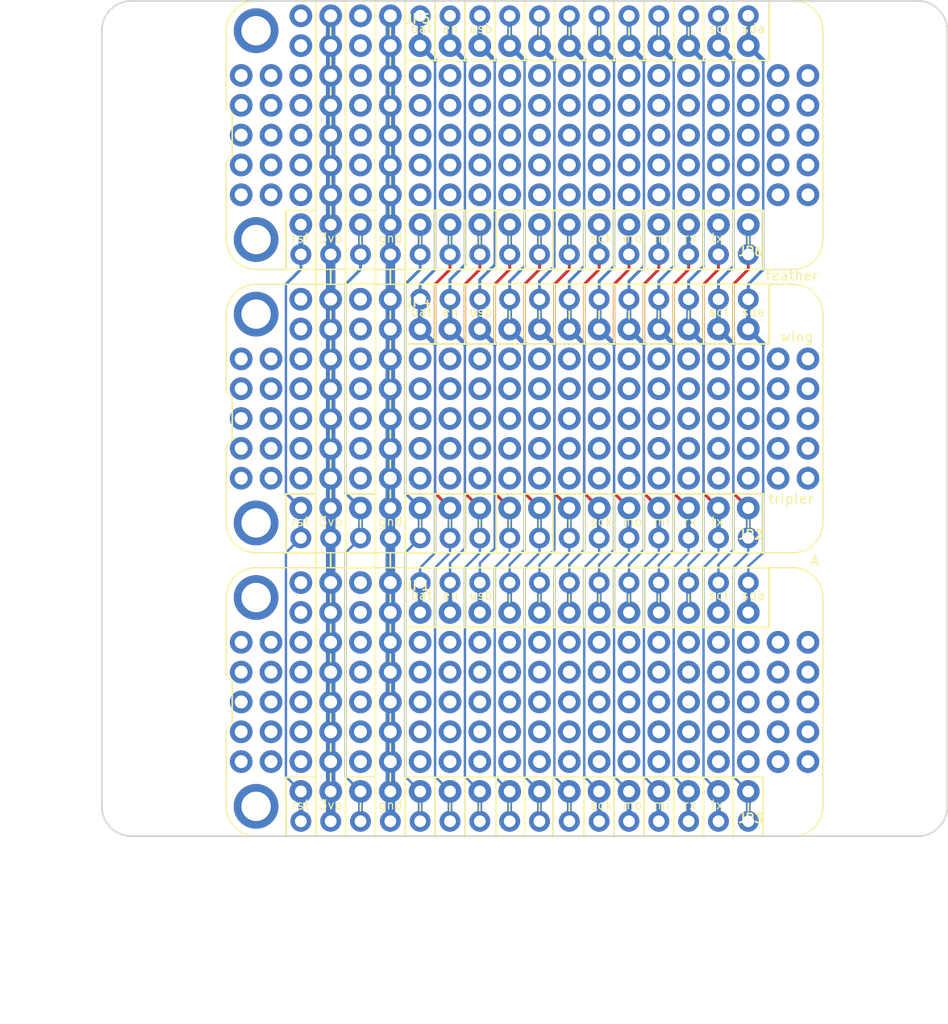
<source format=kicad_pcb>
(kicad_pcb (version 20171130) (host pcbnew "(5.1.2-1)-1")

  (general
    (thickness 1.6)
    (drawings 464)
    (tracks 660)
    (zones 0)
    (modules 9)
    (nets 311)
  )

  (page A4)
  (layers
    (0 Top signal)
    (31 Bottom signal)
    (32 B.Adhes user)
    (33 F.Adhes user)
    (34 B.Paste user)
    (35 F.Paste user)
    (36 B.SilkS user)
    (37 F.SilkS user)
    (38 B.Mask user)
    (39 F.Mask user)
    (40 Dwgs.User user)
    (41 Cmts.User user)
    (42 Eco1.User user)
    (43 Eco2.User user)
    (44 Edge.Cuts user)
    (45 Margin user)
    (46 B.CrtYd user)
    (47 F.CrtYd user)
    (48 B.Fab user)
    (49 F.Fab user)
  )

  (setup
    (last_trace_width 0.25)
    (trace_clearance 0.2)
    (zone_clearance 0.508)
    (zone_45_only no)
    (trace_min 0.2)
    (via_size 0.8)
    (via_drill 0.4)
    (via_min_size 0.4)
    (via_min_drill 0.3)
    (uvia_size 0.3)
    (uvia_drill 0.1)
    (uvias_allowed no)
    (uvia_min_size 0.2)
    (uvia_min_drill 0.1)
    (edge_width 0.05)
    (segment_width 0.2)
    (pcb_text_width 0.3)
    (pcb_text_size 1.5 1.5)
    (mod_edge_width 0.12)
    (mod_text_size 1 1)
    (mod_text_width 0.15)
    (pad_size 1.524 1.524)
    (pad_drill 0.762)
    (pad_to_mask_clearance 0.051)
    (solder_mask_min_width 0.25)
    (aux_axis_origin 0 0)
    (visible_elements FFFFEF7F)
    (pcbplotparams
      (layerselection 0x010fc_ffffffff)
      (usegerberextensions false)
      (usegerberattributes false)
      (usegerberadvancedattributes false)
      (creategerberjobfile false)
      (excludeedgelayer true)
      (linewidth 0.100000)
      (plotframeref false)
      (viasonmask false)
      (mode 1)
      (useauxorigin false)
      (hpglpennumber 1)
      (hpglpenspeed 20)
      (hpglpendiameter 15.000000)
      (psnegative false)
      (psa4output false)
      (plotreference true)
      (plotvalue true)
      (plotinvisibletext false)
      (padsonsilk false)
      (subtractmaskfromsilk false)
      (outputformat 1)
      (mirror false)
      (drillshape 1)
      (scaleselection 1)
      (outputdirectory ""))
  )

  (net 0 "")
  (net 1 N$26)
  (net 2 N$28)
  (net 3 N$31)
  (net 4 N$33)
  (net 5 N$34)
  (net 6 N$36)
  (net 7 N$37)
  (net 8 N$38)
  (net 9 N$39)
  (net 10 N$40)
  (net 11 N$41)
  (net 12 N$42)
  (net 13 N$43)
  (net 14 N$44)
  (net 15 N$46)
  (net 16 N$47)
  (net 17 N$50)
  (net 18 N$51)
  (net 19 N$52)
  (net 20 N$54)
  (net 21 N$58)
  (net 22 N$59)
  (net 23 N$62)
  (net 24 N$63)
  (net 25 N$64)
  (net 26 N$65)
  (net 27 N$66)
  (net 28 N$67)
  (net 29 N$68)
  (net 30 N$69)
  (net 31 N$70)
  (net 32 N$71)
  (net 33 N$72)
  (net 34 N$73)
  (net 35 N$74)
  (net 36 N$75)
  (net 37 N$76)
  (net 38 N$77)
  (net 39 N$78)
  (net 40 N$79)
  (net 41 N$80)
  (net 42 N$81)
  (net 43 N$82)
  (net 44 N$83)
  (net 45 N$84)
  (net 46 N$85)
  (net 47 N$86)
  (net 48 N$87)
  (net 49 N$88)
  (net 50 N$89)
  (net 51 N$90)
  (net 52 N$91)
  (net 53 N$92)
  (net 54 N$93)
  (net 55 N$94)
  (net 56 N$95)
  (net 57 N$96)
  (net 58 N$97)
  (net 59 N$98)
  (net 60 N$99)
  (net 61 N$100)
  (net 62 N$101)
  (net 63 N$102)
  (net 64 N$103)
  (net 65 N$104)
  (net 66 N$105)
  (net 67 N$106)
  (net 68 N$107)
  (net 69 N$108)
  (net 70 N$109)
  (net 71 N$110)
  (net 72 N$111)
  (net 73 N$112)
  (net 74 N$113)
  (net 75 N$114)
  (net 76 N$115)
  (net 77 N$116)
  (net 78 N$117)
  (net 79 N$118)
  (net 80 N$119)
  (net 81 N$120)
  (net 82 N$121)
  (net 83 N$122)
  (net 84 N$123)
  (net 85 N$124)
  (net 86 N$125)
  (net 87 N$126)
  (net 88 N$127)
  (net 89 N$128)
  (net 90 N$129)
  (net 91 N$130)
  (net 92 N$131)
  (net 93 N$132)
  (net 94 N$133)
  (net 95 N$16)
  (net 96 N$27)
  (net 97 N$29)
  (net 98 N$30)
  (net 99 N$32)
  (net 100 N$35)
  (net 101 N$45)
  (net 102 N$48)
  (net 103 N$49)
  (net 104 N$53)
  (net 105 N$55)
  (net 106 N$56)
  (net 107 N$57)
  (net 108 N$60)
  (net 109 N$61)
  (net 110 N$134)
  (net 111 N$135)
  (net 112 N$136)
  (net 113 N$137)
  (net 114 N$138)
  (net 115 N$139)
  (net 116 N$140)
  (net 117 N$141)
  (net 118 N$142)
  (net 119 N$143)
  (net 120 N$144)
  (net 121 N$145)
  (net 122 N$146)
  (net 123 N$147)
  (net 124 N$148)
  (net 125 N$149)
  (net 126 N$150)
  (net 127 N$151)
  (net 128 N$152)
  (net 129 N$153)
  (net 130 N$154)
  (net 131 N$155)
  (net 132 N$156)
  (net 133 N$157)
  (net 134 N$158)
  (net 135 N$159)
  (net 136 N$160)
  (net 137 N$161)
  (net 138 N$162)
  (net 139 N$163)
  (net 140 N$164)
  (net 141 N$165)
  (net 142 N$166)
  (net 143 N$167)
  (net 144 N$168)
  (net 145 N$169)
  (net 146 N$170)
  (net 147 N$171)
  (net 148 N$172)
  (net 149 N$173)
  (net 150 N$174)
  (net 151 N$175)
  (net 152 N$176)
  (net 153 N$177)
  (net 154 N$178)
  (net 155 N$179)
  (net 156 N$180)
  (net 157 N$181)
  (net 158 N$182)
  (net 159 N$183)
  (net 160 N$184)
  (net 161 N$185)
  (net 162 N$186)
  (net 163 N$187)
  (net 164 N$188)
  (net 165 N$189)
  (net 166 N$190)
  (net 167 N$191)
  (net 168 N$192)
  (net 169 N$193)
  (net 170 N$194)
  (net 171 N$195)
  (net 172 N$196)
  (net 173 N$197)
  (net 174 N$198)
  (net 175 N$199)
  (net 176 N$200)
  (net 177 N$201)
  (net 178 N$202)
  (net 179 N$203)
  (net 180 N$204)
  (net 181 N$205)
  (net 182 N$206)
  (net 183 N$207)
  (net 184 N$208)
  (net 185 N$209)
  (net 186 N$210)
  (net 187 N$211)
  (net 188 N$212)
  (net 189 N$1)
  (net 190 N$2)
  (net 191 N$3)
  (net 192 N$4)
  (net 193 N$5)
  (net 194 N$6)
  (net 195 N$7)
  (net 196 N$8)
  (net 197 N$9)
  (net 198 N$10)
  (net 199 N$11)
  (net 200 N$12)
  (net 201 N$13)
  (net 202 N$14)
  (net 203 N$15)
  (net 204 N$17)
  (net 205 N$18)
  (net 206 N$19)
  (net 207 N$20)
  (net 208 N$21)
  (net 209 N$22)
  (net 210 N$23)
  (net 211 N$24)
  (net 212 N$25)
  (net 213 N$213)
  (net 214 N$214)
  (net 215 N$215)
  (net 216 N$216)
  (net 217 N$217)
  (net 218 N$218)
  (net 219 N$219)
  (net 220 N$220)
  (net 221 N$221)
  (net 222 N$222)
  (net 223 N$223)
  (net 224 N$224)
  (net 225 N$225)
  (net 226 N$226)
  (net 227 N$227)
  (net 228 N$228)
  (net 229 N$229)
  (net 230 N$230)
  (net 231 N$231)
  (net 232 N$232)
  (net 233 N$233)
  (net 234 N$234)
  (net 235 N$235)
  (net 236 N$236)
  (net 237 N$237)
  (net 238 N$238)
  (net 239 N$239)
  (net 240 N$240)
  (net 241 N$241)
  (net 242 N$242)
  (net 243 N$243)
  (net 244 N$244)
  (net 245 N$245)
  (net 246 N$246)
  (net 247 N$247)
  (net 248 N$248)
  (net 249 N$249)
  (net 250 N$250)
  (net 251 N$251)
  (net 252 N$252)
  (net 253 N$253)
  (net 254 N$254)
  (net 255 N$255)
  (net 256 N$256)
  (net 257 N$257)
  (net 258 N$258)
  (net 259 N$259)
  (net 260 N$260)
  (net 261 N$261)
  (net 262 N$262)
  (net 263 N$263)
  (net 264 N$264)
  (net 265 N$265)
  (net 266 N$266)
  (net 267 N$267)
  (net 268 N$268)
  (net 269 N$269)
  (net 270 N$270)
  (net 271 N$271)
  (net 272 N$272)
  (net 273 N$273)
  (net 274 N$274)
  (net 275 N$275)
  (net 276 N$276)
  (net 277 N$277)
  (net 278 N$278)
  (net 279 N$279)
  (net 280 N$280)
  (net 281 N$281)
  (net 282 N$282)
  (net 283 "Net-(JP2-Pad16)")
  (net 284 "Net-(JP2-Pad15)")
  (net 285 "Net-(JP2-Pad14)")
  (net 286 "Net-(JP2-Pad13)")
  (net 287 "Net-(JP2-Pad1)")
  (net 288 "Net-(JP2-Pad2)")
  (net 289 "Net-(JP2-Pad3)")
  (net 290 "Net-(JP2-Pad4)")
  (net 291 "Net-(JP2-Pad5)")
  (net 292 "Net-(JP2-Pad6)")
  (net 293 "Net-(JP2-Pad7)")
  (net 294 "Net-(JP2-Pad8)")
  (net 295 "Net-(JP2-Pad9)")
  (net 296 "Net-(JP2-Pad10)")
  (net 297 "Net-(JP2-Pad11)")
  (net 298 "Net-(JP2-Pad12)")
  (net 299 "Net-(JP1-Pad12)")
  (net 300 "Net-(JP1-Pad11)")
  (net 301 "Net-(JP1-Pad10)")
  (net 302 "Net-(JP1-Pad9)")
  (net 303 "Net-(JP1-Pad8)")
  (net 304 "Net-(JP1-Pad7)")
  (net 305 "Net-(JP1-Pad6)")
  (net 306 "Net-(JP1-Pad5)")
  (net 307 "Net-(JP1-Pad4)")
  (net 308 "Net-(JP1-Pad3)")
  (net 309 "Net-(JP1-Pad2)")
  (net 310 "Net-(JP1-Pad1)")

  (net_class Default "This is the default net class."
    (clearance 0.2)
    (trace_width 0.25)
    (via_dia 0.8)
    (via_drill 0.4)
    (uvia_dia 0.3)
    (uvia_drill 0.1)
    (add_net N$1)
    (add_net N$10)
    (add_net N$100)
    (add_net N$101)
    (add_net N$102)
    (add_net N$103)
    (add_net N$104)
    (add_net N$105)
    (add_net N$106)
    (add_net N$107)
    (add_net N$108)
    (add_net N$109)
    (add_net N$11)
    (add_net N$110)
    (add_net N$111)
    (add_net N$112)
    (add_net N$113)
    (add_net N$114)
    (add_net N$115)
    (add_net N$116)
    (add_net N$117)
    (add_net N$118)
    (add_net N$119)
    (add_net N$12)
    (add_net N$120)
    (add_net N$121)
    (add_net N$122)
    (add_net N$123)
    (add_net N$124)
    (add_net N$125)
    (add_net N$126)
    (add_net N$127)
    (add_net N$128)
    (add_net N$129)
    (add_net N$13)
    (add_net N$130)
    (add_net N$131)
    (add_net N$132)
    (add_net N$133)
    (add_net N$134)
    (add_net N$135)
    (add_net N$136)
    (add_net N$137)
    (add_net N$138)
    (add_net N$139)
    (add_net N$14)
    (add_net N$140)
    (add_net N$141)
    (add_net N$142)
    (add_net N$143)
    (add_net N$144)
    (add_net N$145)
    (add_net N$146)
    (add_net N$147)
    (add_net N$148)
    (add_net N$149)
    (add_net N$15)
    (add_net N$150)
    (add_net N$151)
    (add_net N$152)
    (add_net N$153)
    (add_net N$154)
    (add_net N$155)
    (add_net N$156)
    (add_net N$157)
    (add_net N$158)
    (add_net N$159)
    (add_net N$16)
    (add_net N$160)
    (add_net N$161)
    (add_net N$162)
    (add_net N$163)
    (add_net N$164)
    (add_net N$165)
    (add_net N$166)
    (add_net N$167)
    (add_net N$168)
    (add_net N$169)
    (add_net N$17)
    (add_net N$170)
    (add_net N$171)
    (add_net N$172)
    (add_net N$173)
    (add_net N$174)
    (add_net N$175)
    (add_net N$176)
    (add_net N$177)
    (add_net N$178)
    (add_net N$179)
    (add_net N$18)
    (add_net N$180)
    (add_net N$181)
    (add_net N$182)
    (add_net N$183)
    (add_net N$184)
    (add_net N$185)
    (add_net N$186)
    (add_net N$187)
    (add_net N$188)
    (add_net N$189)
    (add_net N$19)
    (add_net N$190)
    (add_net N$191)
    (add_net N$192)
    (add_net N$193)
    (add_net N$194)
    (add_net N$195)
    (add_net N$196)
    (add_net N$197)
    (add_net N$198)
    (add_net N$199)
    (add_net N$2)
    (add_net N$20)
    (add_net N$200)
    (add_net N$201)
    (add_net N$202)
    (add_net N$203)
    (add_net N$204)
    (add_net N$205)
    (add_net N$206)
    (add_net N$207)
    (add_net N$208)
    (add_net N$209)
    (add_net N$21)
    (add_net N$210)
    (add_net N$211)
    (add_net N$212)
    (add_net N$213)
    (add_net N$214)
    (add_net N$215)
    (add_net N$216)
    (add_net N$217)
    (add_net N$218)
    (add_net N$219)
    (add_net N$22)
    (add_net N$220)
    (add_net N$221)
    (add_net N$222)
    (add_net N$223)
    (add_net N$224)
    (add_net N$225)
    (add_net N$226)
    (add_net N$227)
    (add_net N$228)
    (add_net N$229)
    (add_net N$23)
    (add_net N$230)
    (add_net N$231)
    (add_net N$232)
    (add_net N$233)
    (add_net N$234)
    (add_net N$235)
    (add_net N$236)
    (add_net N$237)
    (add_net N$238)
    (add_net N$239)
    (add_net N$24)
    (add_net N$240)
    (add_net N$241)
    (add_net N$242)
    (add_net N$243)
    (add_net N$244)
    (add_net N$245)
    (add_net N$246)
    (add_net N$247)
    (add_net N$248)
    (add_net N$249)
    (add_net N$25)
    (add_net N$250)
    (add_net N$251)
    (add_net N$252)
    (add_net N$253)
    (add_net N$254)
    (add_net N$255)
    (add_net N$256)
    (add_net N$257)
    (add_net N$258)
    (add_net N$259)
    (add_net N$26)
    (add_net N$260)
    (add_net N$261)
    (add_net N$262)
    (add_net N$263)
    (add_net N$264)
    (add_net N$265)
    (add_net N$266)
    (add_net N$267)
    (add_net N$268)
    (add_net N$269)
    (add_net N$27)
    (add_net N$270)
    (add_net N$271)
    (add_net N$272)
    (add_net N$273)
    (add_net N$274)
    (add_net N$275)
    (add_net N$276)
    (add_net N$277)
    (add_net N$278)
    (add_net N$279)
    (add_net N$28)
    (add_net N$280)
    (add_net N$281)
    (add_net N$282)
    (add_net N$29)
    (add_net N$3)
    (add_net N$30)
    (add_net N$31)
    (add_net N$32)
    (add_net N$33)
    (add_net N$34)
    (add_net N$35)
    (add_net N$36)
    (add_net N$37)
    (add_net N$38)
    (add_net N$39)
    (add_net N$4)
    (add_net N$40)
    (add_net N$41)
    (add_net N$42)
    (add_net N$43)
    (add_net N$44)
    (add_net N$45)
    (add_net N$46)
    (add_net N$47)
    (add_net N$48)
    (add_net N$49)
    (add_net N$5)
    (add_net N$50)
    (add_net N$51)
    (add_net N$52)
    (add_net N$53)
    (add_net N$54)
    (add_net N$55)
    (add_net N$56)
    (add_net N$57)
    (add_net N$58)
    (add_net N$59)
    (add_net N$6)
    (add_net N$60)
    (add_net N$61)
    (add_net N$62)
    (add_net N$63)
    (add_net N$64)
    (add_net N$65)
    (add_net N$66)
    (add_net N$67)
    (add_net N$68)
    (add_net N$69)
    (add_net N$7)
    (add_net N$70)
    (add_net N$71)
    (add_net N$72)
    (add_net N$73)
    (add_net N$74)
    (add_net N$75)
    (add_net N$76)
    (add_net N$77)
    (add_net N$78)
    (add_net N$79)
    (add_net N$8)
    (add_net N$80)
    (add_net N$81)
    (add_net N$82)
    (add_net N$83)
    (add_net N$84)
    (add_net N$85)
    (add_net N$86)
    (add_net N$87)
    (add_net N$88)
    (add_net N$89)
    (add_net N$9)
    (add_net N$90)
    (add_net N$91)
    (add_net N$92)
    (add_net N$93)
    (add_net N$94)
    (add_net N$95)
    (add_net N$96)
    (add_net N$97)
    (add_net N$98)
    (add_net N$99)
    (add_net "Net-(JP1-Pad1)")
    (add_net "Net-(JP1-Pad10)")
    (add_net "Net-(JP1-Pad11)")
    (add_net "Net-(JP1-Pad12)")
    (add_net "Net-(JP1-Pad2)")
    (add_net "Net-(JP1-Pad3)")
    (add_net "Net-(JP1-Pad4)")
    (add_net "Net-(JP1-Pad5)")
    (add_net "Net-(JP1-Pad6)")
    (add_net "Net-(JP1-Pad7)")
    (add_net "Net-(JP1-Pad8)")
    (add_net "Net-(JP1-Pad9)")
    (add_net "Net-(JP2-Pad1)")
    (add_net "Net-(JP2-Pad10)")
    (add_net "Net-(JP2-Pad11)")
    (add_net "Net-(JP2-Pad12)")
    (add_net "Net-(JP2-Pad13)")
    (add_net "Net-(JP2-Pad14)")
    (add_net "Net-(JP2-Pad15)")
    (add_net "Net-(JP2-Pad16)")
    (add_net "Net-(JP2-Pad2)")
    (add_net "Net-(JP2-Pad3)")
    (add_net "Net-(JP2-Pad4)")
    (add_net "Net-(JP2-Pad5)")
    (add_net "Net-(JP2-Pad6)")
    (add_net "Net-(JP2-Pad7)")
    (add_net "Net-(JP2-Pad8)")
    (add_net "Net-(JP2-Pad9)")
  )

  (module TripleWing:FEATHERWING_DIM (layer Top) (tedit 0) (tstamp 5D1B8CCC)
    (at 123.1011 140.5636)
    (path /E265C98C)
    (fp_text reference MS1 (at 0 0) (layer F.SilkS) hide
      (effects (font (size 1.27 1.27) (thickness 0.15)))
    )
    (fp_text value FEATHERWING_NODIM (at 0 0) (layer F.SilkS) hide
      (effects (font (size 1.27 1.27) (thickness 0.15)))
    )
    (fp_arc (start 2.54 -2.54) (end 0 -2.54) (angle -90) (layer F.SilkS) (width 0.12))
    (fp_line (start 0 -9.144) (end 0 -2.54) (layer F.SilkS) (width 0.12))
    (fp_line (start 0.508 -9.652) (end 0 -9.144) (layer F.SilkS) (width 0.12))
    (fp_line (start 0.508 -13.208) (end 0.508 -9.652) (layer F.SilkS) (width 0.12))
    (fp_line (start 0 -13.716) (end 0.508 -13.208) (layer F.SilkS) (width 0.12))
    (fp_line (start 0 -20.32) (end 0 -13.716) (layer F.SilkS) (width 0.12))
    (fp_arc (start 2.54 -20.32) (end 2.54 -22.86) (angle -90) (layer F.SilkS) (width 0.12))
    (fp_line (start 48.26 -22.86) (end 2.54 -22.86) (layer F.SilkS) (width 0.12))
    (fp_arc (start 48.26 -20.32) (end 50.8 -20.32) (angle -90) (layer F.SilkS) (width 0.12))
    (fp_line (start 50.8 -2.54) (end 50.8 -20.32) (layer F.SilkS) (width 0.12))
    (fp_arc (start 48.26 -2.54) (end 48.26 0) (angle -90) (layer F.SilkS) (width 0.12))
    (fp_line (start 2.54 0) (end 48.26 0) (layer F.SilkS) (width 0.12))
    (pad 1 thru_hole circle (at 6.35 -1.27) (size 1.778 1.778) (drill 1) (layers *.Cu *.Mask)
      (net 283 "Net-(JP2-Pad16)") (solder_mask_margin 0.0508))
    (pad 2 thru_hole circle (at 8.89 -1.27) (size 1.778 1.778) (drill 1) (layers *.Cu *.Mask)
      (net 284 "Net-(JP2-Pad15)") (solder_mask_margin 0.0508))
    (pad 3 thru_hole circle (at 11.43 -1.27) (size 1.778 1.778) (drill 1) (layers *.Cu *.Mask)
      (net 285 "Net-(JP2-Pad14)") (solder_mask_margin 0.0508))
    (pad 4 thru_hole circle (at 13.97 -1.27) (size 1.778 1.778) (drill 1) (layers *.Cu *.Mask)
      (net 286 "Net-(JP2-Pad13)") (solder_mask_margin 0.0508))
    (pad 16 thru_hole circle (at 44.45 -1.27) (size 1.778 1.778) (drill 1) (layers *.Cu *.Mask)
      (net 287 "Net-(JP2-Pad1)") (solder_mask_margin 0.0508))
    (pad 15 thru_hole circle (at 41.91 -1.27) (size 1.778 1.778) (drill 1) (layers *.Cu *.Mask)
      (net 288 "Net-(JP2-Pad2)") (solder_mask_margin 0.0508))
    (pad 14 thru_hole circle (at 39.37 -1.27) (size 1.778 1.778) (drill 1) (layers *.Cu *.Mask)
      (net 289 "Net-(JP2-Pad3)") (solder_mask_margin 0.0508))
    (pad 13 thru_hole circle (at 36.83 -1.27) (size 1.778 1.778) (drill 1) (layers *.Cu *.Mask)
      (net 290 "Net-(JP2-Pad4)") (solder_mask_margin 0.0508))
    (pad 12 thru_hole circle (at 34.29 -1.27) (size 1.778 1.778) (drill 1) (layers *.Cu *.Mask)
      (net 291 "Net-(JP2-Pad5)") (solder_mask_margin 0.0508))
    (pad 11 thru_hole circle (at 31.75 -1.27) (size 1.778 1.778) (drill 1) (layers *.Cu *.Mask)
      (net 292 "Net-(JP2-Pad6)") (solder_mask_margin 0.0508))
    (pad 10 thru_hole circle (at 29.21 -1.27) (size 1.778 1.778) (drill 1) (layers *.Cu *.Mask)
      (net 293 "Net-(JP2-Pad7)") (solder_mask_margin 0.0508))
    (pad 9 thru_hole circle (at 26.67 -1.27) (size 1.778 1.778) (drill 1) (layers *.Cu *.Mask)
      (net 294 "Net-(JP2-Pad8)") (solder_mask_margin 0.0508))
    (pad 8 thru_hole circle (at 24.13 -1.27) (size 1.778 1.778) (drill 1) (layers *.Cu *.Mask)
      (net 295 "Net-(JP2-Pad9)") (solder_mask_margin 0.0508))
    (pad 7 thru_hole circle (at 21.59 -1.27) (size 1.778 1.778) (drill 1) (layers *.Cu *.Mask)
      (net 296 "Net-(JP2-Pad10)") (solder_mask_margin 0.0508))
    (pad 6 thru_hole circle (at 19.05 -1.27) (size 1.778 1.778) (drill 1) (layers *.Cu *.Mask)
      (net 297 "Net-(JP2-Pad11)") (solder_mask_margin 0.0508))
    (pad 5 thru_hole circle (at 16.51 -1.27) (size 1.778 1.778) (drill 1) (layers *.Cu *.Mask)
      (net 298 "Net-(JP2-Pad12)") (solder_mask_margin 0.0508))
    (pad 17 thru_hole circle (at 44.45 -21.59) (size 1.778 1.778) (drill 1) (layers *.Cu *.Mask)
      (net 299 "Net-(JP1-Pad12)") (solder_mask_margin 0.0508))
    (pad 18 thru_hole circle (at 41.91 -21.59) (size 1.778 1.778) (drill 1) (layers *.Cu *.Mask)
      (net 300 "Net-(JP1-Pad11)") (solder_mask_margin 0.0508))
    (pad 19 thru_hole circle (at 39.37 -21.59) (size 1.778 1.778) (drill 1) (layers *.Cu *.Mask)
      (net 301 "Net-(JP1-Pad10)") (solder_mask_margin 0.0508))
    (pad 20 thru_hole circle (at 36.83 -21.59) (size 1.778 1.778) (drill 1) (layers *.Cu *.Mask)
      (net 302 "Net-(JP1-Pad9)") (solder_mask_margin 0.0508))
    (pad 21 thru_hole circle (at 34.29 -21.59) (size 1.778 1.778) (drill 1) (layers *.Cu *.Mask)
      (net 303 "Net-(JP1-Pad8)") (solder_mask_margin 0.0508))
    (pad 22 thru_hole circle (at 31.75 -21.59) (size 1.778 1.778) (drill 1) (layers *.Cu *.Mask)
      (net 304 "Net-(JP1-Pad7)") (solder_mask_margin 0.0508))
    (pad 23 thru_hole circle (at 29.21 -21.59) (size 1.778 1.778) (drill 1) (layers *.Cu *.Mask)
      (net 305 "Net-(JP1-Pad6)") (solder_mask_margin 0.0508))
    (pad 24 thru_hole circle (at 26.67 -21.59) (size 1.778 1.778) (drill 1) (layers *.Cu *.Mask)
      (net 306 "Net-(JP1-Pad5)") (solder_mask_margin 0.0508))
    (pad 25 thru_hole circle (at 24.13 -21.59) (size 1.778 1.778) (drill 1) (layers *.Cu *.Mask)
      (net 307 "Net-(JP1-Pad4)") (solder_mask_margin 0.0508))
    (pad 26 thru_hole circle (at 21.59 -21.59) (size 1.778 1.778) (drill 1) (layers *.Cu *.Mask)
      (net 308 "Net-(JP1-Pad3)") (solder_mask_margin 0.0508))
    (pad 27 thru_hole circle (at 19.05 -21.59) (size 1.778 1.778) (drill 1) (layers *.Cu *.Mask)
      (net 309 "Net-(JP1-Pad2)") (solder_mask_margin 0.0508))
    (pad 28 thru_hole circle (at 16.51 -21.59) (size 1.778 1.778) (drill 1) (layers *.Cu *.Mask)
      (net 310 "Net-(JP1-Pad1)") (solder_mask_margin 0.0508))
    (pad P$2 thru_hole circle (at 2.54 -2.54) (size 3.81 3.81) (drill 2.5) (layers *.Cu *.Mask)
      (solder_mask_margin 0.0508))
    (pad P$1 thru_hole circle (at 2.54 -20.32) (size 3.81 3.81) (drill 2.5) (layers *.Cu *.Mask)
      (solder_mask_margin 0.0508))
    (pad "" np_thru_hole circle (at 48.26 -2.54) (size 2.54 2.54) (drill 2.54) (layers *.Cu *.Mask))
    (pad "" np_thru_hole circle (at 48.26 -20.32) (size 2.54 2.54) (drill 2.54) (layers *.Cu *.Mask))
  )

  (module TripleWing:1X16_ROUND_76MIL (layer Top) (tedit 0) (tstamp 5D1B8CFB)
    (at 148.5011 136.7536 180)
    (path /48CD7B62)
    (fp_text reference JP3 (at -20.3962 -1.8288 180) (layer F.SilkS)
      (effects (font (size 0.77216 0.77216) (thickness 0.146304)) (justify right top))
    )
    (fp_text value HEADER-1X16_76MIL (at -20.32 3.175 180) (layer F.Fab)
      (effects (font (size 0.38608 0.38608) (thickness 0.04064)) (justify right top))
    )
    (fp_poly (pts (xy 18.796 0.254) (xy 19.304 0.254) (xy 19.304 -0.254) (xy 18.796 -0.254)) (layer F.Fab) (width 0))
    (fp_poly (pts (xy -19.304 0.254) (xy -18.796 0.254) (xy -18.796 -0.254) (xy -19.304 -0.254)) (layer F.Fab) (width 0))
    (fp_poly (pts (xy -16.764 0.254) (xy -16.256 0.254) (xy -16.256 -0.254) (xy -16.764 -0.254)) (layer F.Fab) (width 0))
    (fp_poly (pts (xy -14.224 0.254) (xy -13.716 0.254) (xy -13.716 -0.254) (xy -14.224 -0.254)) (layer F.Fab) (width 0))
    (fp_poly (pts (xy -11.684 0.254) (xy -11.176 0.254) (xy -11.176 -0.254) (xy -11.684 -0.254)) (layer F.Fab) (width 0))
    (fp_poly (pts (xy -9.144 0.254) (xy -8.636 0.254) (xy -8.636 -0.254) (xy -9.144 -0.254)) (layer F.Fab) (width 0))
    (fp_poly (pts (xy -6.604 0.254) (xy -6.096 0.254) (xy -6.096 -0.254) (xy -6.604 -0.254)) (layer F.Fab) (width 0))
    (fp_poly (pts (xy -4.064 0.254) (xy -3.556 0.254) (xy -3.556 -0.254) (xy -4.064 -0.254)) (layer F.Fab) (width 0))
    (fp_poly (pts (xy -1.524 0.254) (xy -1.016 0.254) (xy -1.016 -0.254) (xy -1.524 -0.254)) (layer F.Fab) (width 0))
    (fp_poly (pts (xy 1.016 0.254) (xy 1.524 0.254) (xy 1.524 -0.254) (xy 1.016 -0.254)) (layer F.Fab) (width 0))
    (fp_poly (pts (xy 3.556 0.254) (xy 4.064 0.254) (xy 4.064 -0.254) (xy 3.556 -0.254)) (layer F.Fab) (width 0))
    (fp_poly (pts (xy 6.096 0.254) (xy 6.604 0.254) (xy 6.604 -0.254) (xy 6.096 -0.254)) (layer F.Fab) (width 0))
    (fp_poly (pts (xy 8.636 0.254) (xy 9.144 0.254) (xy 9.144 -0.254) (xy 8.636 -0.254)) (layer F.Fab) (width 0))
    (fp_poly (pts (xy 11.176 0.254) (xy 11.684 0.254) (xy 11.684 -0.254) (xy 11.176 -0.254)) (layer F.Fab) (width 0))
    (fp_poly (pts (xy 13.716 0.254) (xy 14.224 0.254) (xy 14.224 -0.254) (xy 13.716 -0.254)) (layer F.Fab) (width 0))
    (fp_poly (pts (xy 16.256 0.254) (xy 16.764 0.254) (xy 16.764 -0.254) (xy 16.256 -0.254)) (layer F.Fab) (width 0))
    (pad 16 thru_hole circle (at 19.05 0 270) (size 1.9304 1.9304) (drill 1) (layers *.Cu *.Mask)
      (net 283 "Net-(JP2-Pad16)") (solder_mask_margin 0.0508))
    (pad 15 thru_hole circle (at 16.51 0 270) (size 1.9304 1.9304) (drill 1) (layers *.Cu *.Mask)
      (net 284 "Net-(JP2-Pad15)") (solder_mask_margin 0.0508))
    (pad 14 thru_hole circle (at 13.97 0 270) (size 1.9304 1.9304) (drill 1) (layers *.Cu *.Mask)
      (net 285 "Net-(JP2-Pad14)") (solder_mask_margin 0.0508))
    (pad 13 thru_hole circle (at 11.43 0 270) (size 1.9304 1.9304) (drill 1) (layers *.Cu *.Mask)
      (net 286 "Net-(JP2-Pad13)") (solder_mask_margin 0.0508))
    (pad 12 thru_hole circle (at 8.89 0 270) (size 1.9304 1.9304) (drill 1) (layers *.Cu *.Mask)
      (net 298 "Net-(JP2-Pad12)") (solder_mask_margin 0.0508))
    (pad 11 thru_hole circle (at 6.35 0 270) (size 1.9304 1.9304) (drill 1) (layers *.Cu *.Mask)
      (net 297 "Net-(JP2-Pad11)") (solder_mask_margin 0.0508))
    (pad 10 thru_hole circle (at 3.81 0 270) (size 1.9304 1.9304) (drill 1) (layers *.Cu *.Mask)
      (net 296 "Net-(JP2-Pad10)") (solder_mask_margin 0.0508))
    (pad 9 thru_hole circle (at 1.27 0 270) (size 1.9304 1.9304) (drill 1) (layers *.Cu *.Mask)
      (net 295 "Net-(JP2-Pad9)") (solder_mask_margin 0.0508))
    (pad 8 thru_hole circle (at -1.27 0 270) (size 1.9304 1.9304) (drill 1) (layers *.Cu *.Mask)
      (net 294 "Net-(JP2-Pad8)") (solder_mask_margin 0.0508))
    (pad 7 thru_hole circle (at -3.81 0 270) (size 1.9304 1.9304) (drill 1) (layers *.Cu *.Mask)
      (net 293 "Net-(JP2-Pad7)") (solder_mask_margin 0.0508))
    (pad 6 thru_hole circle (at -6.35 0 270) (size 1.9304 1.9304) (drill 1) (layers *.Cu *.Mask)
      (net 292 "Net-(JP2-Pad6)") (solder_mask_margin 0.0508))
    (pad 5 thru_hole circle (at -8.89 0 270) (size 1.9304 1.9304) (drill 1) (layers *.Cu *.Mask)
      (net 291 "Net-(JP2-Pad5)") (solder_mask_margin 0.0508))
    (pad 4 thru_hole circle (at -11.43 0 270) (size 1.9304 1.9304) (drill 1) (layers *.Cu *.Mask)
      (net 290 "Net-(JP2-Pad4)") (solder_mask_margin 0.0508))
    (pad 3 thru_hole circle (at -13.97 0 270) (size 1.9304 1.9304) (drill 1) (layers *.Cu *.Mask)
      (net 289 "Net-(JP2-Pad3)") (solder_mask_margin 0.0508))
    (pad 2 thru_hole circle (at -16.51 0 270) (size 1.9304 1.9304) (drill 1) (layers *.Cu *.Mask)
      (net 288 "Net-(JP2-Pad2)") (solder_mask_margin 0.0508))
    (pad 1 thru_hole circle (at -19.05 0 270) (size 1.9304 1.9304) (drill 1) (layers *.Cu *.Mask)
      (net 287 "Net-(JP2-Pad1)") (solder_mask_margin 0.0508))
  )

  (module TripleWing:1X12_ROUND_76MIL (layer Top) (tedit 0) (tstamp 5D1B8D1E)
    (at 153.5811 121.5136)
    (path /A75A2B47)
    (fp_text reference JP1 (at -15.3162 -1.8288) (layer F.SilkS)
      (effects (font (size 0.77216 0.77216) (thickness 0.146304)) (justify left bottom))
    )
    (fp_text value HEADER-1X1276MIL (at -15.24 3.175) (layer F.Fab)
      (effects (font (size 0.38608 0.38608) (thickness 0.04064)) (justify left bottom))
    )
    (fp_poly (pts (xy 13.716 0.254) (xy 14.224 0.254) (xy 14.224 -0.254) (xy 13.716 -0.254)) (layer F.Fab) (width 0))
    (fp_poly (pts (xy 11.176 0.254) (xy 11.684 0.254) (xy 11.684 -0.254) (xy 11.176 -0.254)) (layer F.Fab) (width 0))
    (fp_poly (pts (xy 8.636 0.254) (xy 9.144 0.254) (xy 9.144 -0.254) (xy 8.636 -0.254)) (layer F.Fab) (width 0))
    (fp_poly (pts (xy -14.224 0.254) (xy -13.716 0.254) (xy -13.716 -0.254) (xy -14.224 -0.254)) (layer F.Fab) (width 0))
    (fp_poly (pts (xy -11.684 0.254) (xy -11.176 0.254) (xy -11.176 -0.254) (xy -11.684 -0.254)) (layer F.Fab) (width 0))
    (fp_poly (pts (xy -9.144 0.254) (xy -8.636 0.254) (xy -8.636 -0.254) (xy -9.144 -0.254)) (layer F.Fab) (width 0))
    (fp_poly (pts (xy -6.604 0.254) (xy -6.096 0.254) (xy -6.096 -0.254) (xy -6.604 -0.254)) (layer F.Fab) (width 0))
    (fp_poly (pts (xy -4.064 0.254) (xy -3.556 0.254) (xy -3.556 -0.254) (xy -4.064 -0.254)) (layer F.Fab) (width 0))
    (fp_poly (pts (xy -1.524 0.254) (xy -1.016 0.254) (xy -1.016 -0.254) (xy -1.524 -0.254)) (layer F.Fab) (width 0))
    (fp_poly (pts (xy 1.016 0.254) (xy 1.524 0.254) (xy 1.524 -0.254) (xy 1.016 -0.254)) (layer F.Fab) (width 0))
    (fp_poly (pts (xy 3.556 0.254) (xy 4.064 0.254) (xy 4.064 -0.254) (xy 3.556 -0.254)) (layer F.Fab) (width 0))
    (fp_poly (pts (xy 6.096 0.254) (xy 6.604 0.254) (xy 6.604 -0.254) (xy 6.096 -0.254)) (layer F.Fab) (width 0))
    (fp_line (start -15.24 -0.635) (end -15.24 0.635) (layer F.Fab) (width 0.2032))
    (pad 12 thru_hole circle (at 13.97 0 90) (size 1.9304 1.9304) (drill 1) (layers *.Cu *.Mask)
      (net 299 "Net-(JP1-Pad12)") (solder_mask_margin 0.0508))
    (pad 11 thru_hole circle (at 11.43 0 90) (size 1.9304 1.9304) (drill 1) (layers *.Cu *.Mask)
      (net 300 "Net-(JP1-Pad11)") (solder_mask_margin 0.0508))
    (pad 10 thru_hole circle (at 8.89 0 90) (size 1.9304 1.9304) (drill 1) (layers *.Cu *.Mask)
      (net 301 "Net-(JP1-Pad10)") (solder_mask_margin 0.0508))
    (pad 9 thru_hole circle (at 6.35 0 90) (size 1.9304 1.9304) (drill 1) (layers *.Cu *.Mask)
      (net 302 "Net-(JP1-Pad9)") (solder_mask_margin 0.0508))
    (pad 8 thru_hole circle (at 3.81 0 90) (size 1.9304 1.9304) (drill 1) (layers *.Cu *.Mask)
      (net 303 "Net-(JP1-Pad8)") (solder_mask_margin 0.0508))
    (pad 7 thru_hole circle (at 1.27 0 90) (size 1.9304 1.9304) (drill 1) (layers *.Cu *.Mask)
      (net 304 "Net-(JP1-Pad7)") (solder_mask_margin 0.0508))
    (pad 6 thru_hole circle (at -1.27 0 90) (size 1.9304 1.9304) (drill 1) (layers *.Cu *.Mask)
      (net 305 "Net-(JP1-Pad6)") (solder_mask_margin 0.0508))
    (pad 5 thru_hole circle (at -3.81 0 90) (size 1.9304 1.9304) (drill 1) (layers *.Cu *.Mask)
      (net 306 "Net-(JP1-Pad5)") (solder_mask_margin 0.0508))
    (pad 4 thru_hole circle (at -6.35 0 90) (size 1.9304 1.9304) (drill 1) (layers *.Cu *.Mask)
      (net 307 "Net-(JP1-Pad4)") (solder_mask_margin 0.0508))
    (pad 3 thru_hole circle (at -8.89 0 90) (size 1.9304 1.9304) (drill 1) (layers *.Cu *.Mask)
      (net 308 "Net-(JP1-Pad3)") (solder_mask_margin 0.0508))
    (pad 2 thru_hole circle (at -11.43 0 90) (size 1.9304 1.9304) (drill 1) (layers *.Cu *.Mask)
      (net 309 "Net-(JP1-Pad2)") (solder_mask_margin 0.0508))
    (pad 1 thru_hole circle (at -13.97 0 90) (size 1.9304 1.9304) (drill 1) (layers *.Cu *.Mask)
      (net 310 "Net-(JP1-Pad1)") (solder_mask_margin 0.0508))
  )

  (module TripleWing:FEATHERWING_DIM (layer Top) (tedit 0) (tstamp 5D1B8D3A)
    (at 123.1011 116.4336)
    (path /4480ED05)
    (fp_text reference MS2 (at 0 0) (layer F.SilkS) hide
      (effects (font (size 1.27 1.27) (thickness 0.15)))
    )
    (fp_text value FEATHERWING_NODIM (at 0 0) (layer F.SilkS) hide
      (effects (font (size 1.27 1.27) (thickness 0.15)))
    )
    (fp_arc (start 2.54 -2.54) (end 0 -2.54) (angle -90) (layer F.SilkS) (width 0.12))
    (fp_line (start 0 -9.144) (end 0 -2.54) (layer F.SilkS) (width 0.12))
    (fp_line (start 0.508 -9.652) (end 0 -9.144) (layer F.SilkS) (width 0.12))
    (fp_line (start 0.508 -13.208) (end 0.508 -9.652) (layer F.SilkS) (width 0.12))
    (fp_line (start 0 -13.716) (end 0.508 -13.208) (layer F.SilkS) (width 0.12))
    (fp_line (start 0 -20.32) (end 0 -13.716) (layer F.SilkS) (width 0.12))
    (fp_arc (start 2.54 -20.32) (end 2.54 -22.86) (angle -90) (layer F.SilkS) (width 0.12))
    (fp_line (start 48.26 -22.86) (end 2.54 -22.86) (layer F.SilkS) (width 0.12))
    (fp_arc (start 48.26 -20.32) (end 50.8 -20.32) (angle -90) (layer F.SilkS) (width 0.12))
    (fp_line (start 50.8 -2.54) (end 50.8 -20.32) (layer F.SilkS) (width 0.12))
    (fp_arc (start 48.26 -2.54) (end 48.26 0) (angle -90) (layer F.SilkS) (width 0.12))
    (fp_line (start 2.54 0) (end 48.26 0) (layer F.SilkS) (width 0.12))
    (pad 1 thru_hole circle (at 6.35 -1.27) (size 1.778 1.778) (drill 1) (layers *.Cu *.Mask)
      (net 283 "Net-(JP2-Pad16)") (solder_mask_margin 0.0508))
    (pad 2 thru_hole circle (at 8.89 -1.27) (size 1.778 1.778) (drill 1) (layers *.Cu *.Mask)
      (net 284 "Net-(JP2-Pad15)") (solder_mask_margin 0.0508))
    (pad 3 thru_hole circle (at 11.43 -1.27) (size 1.778 1.778) (drill 1) (layers *.Cu *.Mask)
      (net 285 "Net-(JP2-Pad14)") (solder_mask_margin 0.0508))
    (pad 4 thru_hole circle (at 13.97 -1.27) (size 1.778 1.778) (drill 1) (layers *.Cu *.Mask)
      (net 286 "Net-(JP2-Pad13)") (solder_mask_margin 0.0508))
    (pad 16 thru_hole circle (at 44.45 -1.27) (size 1.778 1.778) (drill 1) (layers *.Cu *.Mask)
      (net 287 "Net-(JP2-Pad1)") (solder_mask_margin 0.0508))
    (pad 15 thru_hole circle (at 41.91 -1.27) (size 1.778 1.778) (drill 1) (layers *.Cu *.Mask)
      (net 288 "Net-(JP2-Pad2)") (solder_mask_margin 0.0508))
    (pad 14 thru_hole circle (at 39.37 -1.27) (size 1.778 1.778) (drill 1) (layers *.Cu *.Mask)
      (net 289 "Net-(JP2-Pad3)") (solder_mask_margin 0.0508))
    (pad 13 thru_hole circle (at 36.83 -1.27) (size 1.778 1.778) (drill 1) (layers *.Cu *.Mask)
      (net 290 "Net-(JP2-Pad4)") (solder_mask_margin 0.0508))
    (pad 12 thru_hole circle (at 34.29 -1.27) (size 1.778 1.778) (drill 1) (layers *.Cu *.Mask)
      (net 291 "Net-(JP2-Pad5)") (solder_mask_margin 0.0508))
    (pad 11 thru_hole circle (at 31.75 -1.27) (size 1.778 1.778) (drill 1) (layers *.Cu *.Mask)
      (net 292 "Net-(JP2-Pad6)") (solder_mask_margin 0.0508))
    (pad 10 thru_hole circle (at 29.21 -1.27) (size 1.778 1.778) (drill 1) (layers *.Cu *.Mask)
      (net 293 "Net-(JP2-Pad7)") (solder_mask_margin 0.0508))
    (pad 9 thru_hole circle (at 26.67 -1.27) (size 1.778 1.778) (drill 1) (layers *.Cu *.Mask)
      (net 294 "Net-(JP2-Pad8)") (solder_mask_margin 0.0508))
    (pad 8 thru_hole circle (at 24.13 -1.27) (size 1.778 1.778) (drill 1) (layers *.Cu *.Mask)
      (net 295 "Net-(JP2-Pad9)") (solder_mask_margin 0.0508))
    (pad 7 thru_hole circle (at 21.59 -1.27) (size 1.778 1.778) (drill 1) (layers *.Cu *.Mask)
      (net 296 "Net-(JP2-Pad10)") (solder_mask_margin 0.0508))
    (pad 6 thru_hole circle (at 19.05 -1.27) (size 1.778 1.778) (drill 1) (layers *.Cu *.Mask)
      (net 297 "Net-(JP2-Pad11)") (solder_mask_margin 0.0508))
    (pad 5 thru_hole circle (at 16.51 -1.27) (size 1.778 1.778) (drill 1) (layers *.Cu *.Mask)
      (net 298 "Net-(JP2-Pad12)") (solder_mask_margin 0.0508))
    (pad 17 thru_hole circle (at 44.45 -21.59) (size 1.778 1.778) (drill 1) (layers *.Cu *.Mask)
      (net 299 "Net-(JP1-Pad12)") (solder_mask_margin 0.0508))
    (pad 18 thru_hole circle (at 41.91 -21.59) (size 1.778 1.778) (drill 1) (layers *.Cu *.Mask)
      (net 300 "Net-(JP1-Pad11)") (solder_mask_margin 0.0508))
    (pad 19 thru_hole circle (at 39.37 -21.59) (size 1.778 1.778) (drill 1) (layers *.Cu *.Mask)
      (net 301 "Net-(JP1-Pad10)") (solder_mask_margin 0.0508))
    (pad 20 thru_hole circle (at 36.83 -21.59) (size 1.778 1.778) (drill 1) (layers *.Cu *.Mask)
      (net 302 "Net-(JP1-Pad9)") (solder_mask_margin 0.0508))
    (pad 21 thru_hole circle (at 34.29 -21.59) (size 1.778 1.778) (drill 1) (layers *.Cu *.Mask)
      (net 303 "Net-(JP1-Pad8)") (solder_mask_margin 0.0508))
    (pad 22 thru_hole circle (at 31.75 -21.59) (size 1.778 1.778) (drill 1) (layers *.Cu *.Mask)
      (net 304 "Net-(JP1-Pad7)") (solder_mask_margin 0.0508))
    (pad 23 thru_hole circle (at 29.21 -21.59) (size 1.778 1.778) (drill 1) (layers *.Cu *.Mask)
      (net 305 "Net-(JP1-Pad6)") (solder_mask_margin 0.0508))
    (pad 24 thru_hole circle (at 26.67 -21.59) (size 1.778 1.778) (drill 1) (layers *.Cu *.Mask)
      (net 306 "Net-(JP1-Pad5)") (solder_mask_margin 0.0508))
    (pad 25 thru_hole circle (at 24.13 -21.59) (size 1.778 1.778) (drill 1) (layers *.Cu *.Mask)
      (net 307 "Net-(JP1-Pad4)") (solder_mask_margin 0.0508))
    (pad 26 thru_hole circle (at 21.59 -21.59) (size 1.778 1.778) (drill 1) (layers *.Cu *.Mask)
      (net 308 "Net-(JP1-Pad3)") (solder_mask_margin 0.0508))
    (pad 27 thru_hole circle (at 19.05 -21.59) (size 1.778 1.778) (drill 1) (layers *.Cu *.Mask)
      (net 309 "Net-(JP1-Pad2)") (solder_mask_margin 0.0508))
    (pad 28 thru_hole circle (at 16.51 -21.59) (size 1.778 1.778) (drill 1) (layers *.Cu *.Mask)
      (net 310 "Net-(JP1-Pad1)") (solder_mask_margin 0.0508))
    (pad P$2 thru_hole circle (at 2.54 -2.54) (size 3.81 3.81) (drill 2.5) (layers *.Cu *.Mask)
      (solder_mask_margin 0.0508))
    (pad P$1 thru_hole circle (at 2.54 -20.32) (size 3.81 3.81) (drill 2.5) (layers *.Cu *.Mask)
      (solder_mask_margin 0.0508))
    (pad "" np_thru_hole circle (at 48.26 -2.54) (size 2.54 2.54) (drill 2.54) (layers *.Cu *.Mask))
    (pad "" np_thru_hole circle (at 48.26 -20.32) (size 2.54 2.54) (drill 2.54) (layers *.Cu *.Mask))
  )

  (module TripleWing:1X16_ROUND_76MIL (layer Top) (tedit 0) (tstamp 5D1B8D69)
    (at 148.5011 112.6236 180)
    (path /93E45719)
    (fp_text reference JP2 (at -20.3962 -1.8288 180) (layer F.SilkS)
      (effects (font (size 0.77216 0.77216) (thickness 0.146304)) (justify right top))
    )
    (fp_text value HEADER-1X16_76MIL (at -20.32 3.175 180) (layer F.Fab)
      (effects (font (size 0.38608 0.38608) (thickness 0.04064)) (justify right top))
    )
    (fp_poly (pts (xy 18.796 0.254) (xy 19.304 0.254) (xy 19.304 -0.254) (xy 18.796 -0.254)) (layer F.Fab) (width 0))
    (fp_poly (pts (xy -19.304 0.254) (xy -18.796 0.254) (xy -18.796 -0.254) (xy -19.304 -0.254)) (layer F.Fab) (width 0))
    (fp_poly (pts (xy -16.764 0.254) (xy -16.256 0.254) (xy -16.256 -0.254) (xy -16.764 -0.254)) (layer F.Fab) (width 0))
    (fp_poly (pts (xy -14.224 0.254) (xy -13.716 0.254) (xy -13.716 -0.254) (xy -14.224 -0.254)) (layer F.Fab) (width 0))
    (fp_poly (pts (xy -11.684 0.254) (xy -11.176 0.254) (xy -11.176 -0.254) (xy -11.684 -0.254)) (layer F.Fab) (width 0))
    (fp_poly (pts (xy -9.144 0.254) (xy -8.636 0.254) (xy -8.636 -0.254) (xy -9.144 -0.254)) (layer F.Fab) (width 0))
    (fp_poly (pts (xy -6.604 0.254) (xy -6.096 0.254) (xy -6.096 -0.254) (xy -6.604 -0.254)) (layer F.Fab) (width 0))
    (fp_poly (pts (xy -4.064 0.254) (xy -3.556 0.254) (xy -3.556 -0.254) (xy -4.064 -0.254)) (layer F.Fab) (width 0))
    (fp_poly (pts (xy -1.524 0.254) (xy -1.016 0.254) (xy -1.016 -0.254) (xy -1.524 -0.254)) (layer F.Fab) (width 0))
    (fp_poly (pts (xy 1.016 0.254) (xy 1.524 0.254) (xy 1.524 -0.254) (xy 1.016 -0.254)) (layer F.Fab) (width 0))
    (fp_poly (pts (xy 3.556 0.254) (xy 4.064 0.254) (xy 4.064 -0.254) (xy 3.556 -0.254)) (layer F.Fab) (width 0))
    (fp_poly (pts (xy 6.096 0.254) (xy 6.604 0.254) (xy 6.604 -0.254) (xy 6.096 -0.254)) (layer F.Fab) (width 0))
    (fp_poly (pts (xy 8.636 0.254) (xy 9.144 0.254) (xy 9.144 -0.254) (xy 8.636 -0.254)) (layer F.Fab) (width 0))
    (fp_poly (pts (xy 11.176 0.254) (xy 11.684 0.254) (xy 11.684 -0.254) (xy 11.176 -0.254)) (layer F.Fab) (width 0))
    (fp_poly (pts (xy 13.716 0.254) (xy 14.224 0.254) (xy 14.224 -0.254) (xy 13.716 -0.254)) (layer F.Fab) (width 0))
    (fp_poly (pts (xy 16.256 0.254) (xy 16.764 0.254) (xy 16.764 -0.254) (xy 16.256 -0.254)) (layer F.Fab) (width 0))
    (pad 16 thru_hole circle (at 19.05 0 270) (size 1.9304 1.9304) (drill 1) (layers *.Cu *.Mask)
      (net 283 "Net-(JP2-Pad16)") (solder_mask_margin 0.0508))
    (pad 15 thru_hole circle (at 16.51 0 270) (size 1.9304 1.9304) (drill 1) (layers *.Cu *.Mask)
      (net 284 "Net-(JP2-Pad15)") (solder_mask_margin 0.0508))
    (pad 14 thru_hole circle (at 13.97 0 270) (size 1.9304 1.9304) (drill 1) (layers *.Cu *.Mask)
      (net 285 "Net-(JP2-Pad14)") (solder_mask_margin 0.0508))
    (pad 13 thru_hole circle (at 11.43 0 270) (size 1.9304 1.9304) (drill 1) (layers *.Cu *.Mask)
      (net 286 "Net-(JP2-Pad13)") (solder_mask_margin 0.0508))
    (pad 12 thru_hole circle (at 8.89 0 270) (size 1.9304 1.9304) (drill 1) (layers *.Cu *.Mask)
      (net 298 "Net-(JP2-Pad12)") (solder_mask_margin 0.0508))
    (pad 11 thru_hole circle (at 6.35 0 270) (size 1.9304 1.9304) (drill 1) (layers *.Cu *.Mask)
      (net 297 "Net-(JP2-Pad11)") (solder_mask_margin 0.0508))
    (pad 10 thru_hole circle (at 3.81 0 270) (size 1.9304 1.9304) (drill 1) (layers *.Cu *.Mask)
      (net 296 "Net-(JP2-Pad10)") (solder_mask_margin 0.0508))
    (pad 9 thru_hole circle (at 1.27 0 270) (size 1.9304 1.9304) (drill 1) (layers *.Cu *.Mask)
      (net 295 "Net-(JP2-Pad9)") (solder_mask_margin 0.0508))
    (pad 8 thru_hole circle (at -1.27 0 270) (size 1.9304 1.9304) (drill 1) (layers *.Cu *.Mask)
      (net 294 "Net-(JP2-Pad8)") (solder_mask_margin 0.0508))
    (pad 7 thru_hole circle (at -3.81 0 270) (size 1.9304 1.9304) (drill 1) (layers *.Cu *.Mask)
      (net 293 "Net-(JP2-Pad7)") (solder_mask_margin 0.0508))
    (pad 6 thru_hole circle (at -6.35 0 270) (size 1.9304 1.9304) (drill 1) (layers *.Cu *.Mask)
      (net 292 "Net-(JP2-Pad6)") (solder_mask_margin 0.0508))
    (pad 5 thru_hole circle (at -8.89 0 270) (size 1.9304 1.9304) (drill 1) (layers *.Cu *.Mask)
      (net 291 "Net-(JP2-Pad5)") (solder_mask_margin 0.0508))
    (pad 4 thru_hole circle (at -11.43 0 270) (size 1.9304 1.9304) (drill 1) (layers *.Cu *.Mask)
      (net 290 "Net-(JP2-Pad4)") (solder_mask_margin 0.0508))
    (pad 3 thru_hole circle (at -13.97 0 270) (size 1.9304 1.9304) (drill 1) (layers *.Cu *.Mask)
      (net 289 "Net-(JP2-Pad3)") (solder_mask_margin 0.0508))
    (pad 2 thru_hole circle (at -16.51 0 270) (size 1.9304 1.9304) (drill 1) (layers *.Cu *.Mask)
      (net 288 "Net-(JP2-Pad2)") (solder_mask_margin 0.0508))
    (pad 1 thru_hole circle (at -19.05 0 270) (size 1.9304 1.9304) (drill 1) (layers *.Cu *.Mask)
      (net 287 "Net-(JP2-Pad1)") (solder_mask_margin 0.0508))
  )

  (module TripleWing:1X12_ROUND_76MIL (layer Top) (tedit 0) (tstamp 5D1B8D8C)
    (at 153.5811 97.3836)
    (path /24D01FBA)
    (fp_text reference JP4 (at -15.3162 -1.8288) (layer F.SilkS)
      (effects (font (size 0.77216 0.77216) (thickness 0.146304)) (justify left bottom))
    )
    (fp_text value HEADER-1X1276MIL (at -15.24 3.175) (layer F.Fab)
      (effects (font (size 0.38608 0.38608) (thickness 0.04064)) (justify left bottom))
    )
    (fp_poly (pts (xy 13.716 0.254) (xy 14.224 0.254) (xy 14.224 -0.254) (xy 13.716 -0.254)) (layer F.Fab) (width 0))
    (fp_poly (pts (xy 11.176 0.254) (xy 11.684 0.254) (xy 11.684 -0.254) (xy 11.176 -0.254)) (layer F.Fab) (width 0))
    (fp_poly (pts (xy 8.636 0.254) (xy 9.144 0.254) (xy 9.144 -0.254) (xy 8.636 -0.254)) (layer F.Fab) (width 0))
    (fp_poly (pts (xy -14.224 0.254) (xy -13.716 0.254) (xy -13.716 -0.254) (xy -14.224 -0.254)) (layer F.Fab) (width 0))
    (fp_poly (pts (xy -11.684 0.254) (xy -11.176 0.254) (xy -11.176 -0.254) (xy -11.684 -0.254)) (layer F.Fab) (width 0))
    (fp_poly (pts (xy -9.144 0.254) (xy -8.636 0.254) (xy -8.636 -0.254) (xy -9.144 -0.254)) (layer F.Fab) (width 0))
    (fp_poly (pts (xy -6.604 0.254) (xy -6.096 0.254) (xy -6.096 -0.254) (xy -6.604 -0.254)) (layer F.Fab) (width 0))
    (fp_poly (pts (xy -4.064 0.254) (xy -3.556 0.254) (xy -3.556 -0.254) (xy -4.064 -0.254)) (layer F.Fab) (width 0))
    (fp_poly (pts (xy -1.524 0.254) (xy -1.016 0.254) (xy -1.016 -0.254) (xy -1.524 -0.254)) (layer F.Fab) (width 0))
    (fp_poly (pts (xy 1.016 0.254) (xy 1.524 0.254) (xy 1.524 -0.254) (xy 1.016 -0.254)) (layer F.Fab) (width 0))
    (fp_poly (pts (xy 3.556 0.254) (xy 4.064 0.254) (xy 4.064 -0.254) (xy 3.556 -0.254)) (layer F.Fab) (width 0))
    (fp_poly (pts (xy 6.096 0.254) (xy 6.604 0.254) (xy 6.604 -0.254) (xy 6.096 -0.254)) (layer F.Fab) (width 0))
    (fp_line (start -15.24 -0.635) (end -15.24 0.635) (layer F.Fab) (width 0.2032))
    (pad 12 thru_hole circle (at 13.97 0 90) (size 1.9304 1.9304) (drill 1) (layers *.Cu *.Mask)
      (net 299 "Net-(JP1-Pad12)") (solder_mask_margin 0.0508))
    (pad 11 thru_hole circle (at 11.43 0 90) (size 1.9304 1.9304) (drill 1) (layers *.Cu *.Mask)
      (net 300 "Net-(JP1-Pad11)") (solder_mask_margin 0.0508))
    (pad 10 thru_hole circle (at 8.89 0 90) (size 1.9304 1.9304) (drill 1) (layers *.Cu *.Mask)
      (net 301 "Net-(JP1-Pad10)") (solder_mask_margin 0.0508))
    (pad 9 thru_hole circle (at 6.35 0 90) (size 1.9304 1.9304) (drill 1) (layers *.Cu *.Mask)
      (net 302 "Net-(JP1-Pad9)") (solder_mask_margin 0.0508))
    (pad 8 thru_hole circle (at 3.81 0 90) (size 1.9304 1.9304) (drill 1) (layers *.Cu *.Mask)
      (net 303 "Net-(JP1-Pad8)") (solder_mask_margin 0.0508))
    (pad 7 thru_hole circle (at 1.27 0 90) (size 1.9304 1.9304) (drill 1) (layers *.Cu *.Mask)
      (net 304 "Net-(JP1-Pad7)") (solder_mask_margin 0.0508))
    (pad 6 thru_hole circle (at -1.27 0 90) (size 1.9304 1.9304) (drill 1) (layers *.Cu *.Mask)
      (net 305 "Net-(JP1-Pad6)") (solder_mask_margin 0.0508))
    (pad 5 thru_hole circle (at -3.81 0 90) (size 1.9304 1.9304) (drill 1) (layers *.Cu *.Mask)
      (net 306 "Net-(JP1-Pad5)") (solder_mask_margin 0.0508))
    (pad 4 thru_hole circle (at -6.35 0 90) (size 1.9304 1.9304) (drill 1) (layers *.Cu *.Mask)
      (net 307 "Net-(JP1-Pad4)") (solder_mask_margin 0.0508))
    (pad 3 thru_hole circle (at -8.89 0 90) (size 1.9304 1.9304) (drill 1) (layers *.Cu *.Mask)
      (net 308 "Net-(JP1-Pad3)") (solder_mask_margin 0.0508))
    (pad 2 thru_hole circle (at -11.43 0 90) (size 1.9304 1.9304) (drill 1) (layers *.Cu *.Mask)
      (net 309 "Net-(JP1-Pad2)") (solder_mask_margin 0.0508))
    (pad 1 thru_hole circle (at -13.97 0 90) (size 1.9304 1.9304) (drill 1) (layers *.Cu *.Mask)
      (net 310 "Net-(JP1-Pad1)") (solder_mask_margin 0.0508))
  )

  (module TripleWing:1X12_ROUND_76MIL (layer Top) (tedit 0) (tstamp 5D1B8DA8)
    (at 153.5811 73.2536)
    (path /EB76D72F)
    (fp_text reference JP5 (at -15.3162 -1.8288) (layer F.SilkS)
      (effects (font (size 0.77216 0.77216) (thickness 0.146304)) (justify left bottom))
    )
    (fp_text value HEADER-1X1276MIL (at -15.24 3.175) (layer F.Fab)
      (effects (font (size 0.38608 0.38608) (thickness 0.04064)) (justify left bottom))
    )
    (fp_poly (pts (xy 13.716 0.254) (xy 14.224 0.254) (xy 14.224 -0.254) (xy 13.716 -0.254)) (layer F.Fab) (width 0))
    (fp_poly (pts (xy 11.176 0.254) (xy 11.684 0.254) (xy 11.684 -0.254) (xy 11.176 -0.254)) (layer F.Fab) (width 0))
    (fp_poly (pts (xy 8.636 0.254) (xy 9.144 0.254) (xy 9.144 -0.254) (xy 8.636 -0.254)) (layer F.Fab) (width 0))
    (fp_poly (pts (xy -14.224 0.254) (xy -13.716 0.254) (xy -13.716 -0.254) (xy -14.224 -0.254)) (layer F.Fab) (width 0))
    (fp_poly (pts (xy -11.684 0.254) (xy -11.176 0.254) (xy -11.176 -0.254) (xy -11.684 -0.254)) (layer F.Fab) (width 0))
    (fp_poly (pts (xy -9.144 0.254) (xy -8.636 0.254) (xy -8.636 -0.254) (xy -9.144 -0.254)) (layer F.Fab) (width 0))
    (fp_poly (pts (xy -6.604 0.254) (xy -6.096 0.254) (xy -6.096 -0.254) (xy -6.604 -0.254)) (layer F.Fab) (width 0))
    (fp_poly (pts (xy -4.064 0.254) (xy -3.556 0.254) (xy -3.556 -0.254) (xy -4.064 -0.254)) (layer F.Fab) (width 0))
    (fp_poly (pts (xy -1.524 0.254) (xy -1.016 0.254) (xy -1.016 -0.254) (xy -1.524 -0.254)) (layer F.Fab) (width 0))
    (fp_poly (pts (xy 1.016 0.254) (xy 1.524 0.254) (xy 1.524 -0.254) (xy 1.016 -0.254)) (layer F.Fab) (width 0))
    (fp_poly (pts (xy 3.556 0.254) (xy 4.064 0.254) (xy 4.064 -0.254) (xy 3.556 -0.254)) (layer F.Fab) (width 0))
    (fp_poly (pts (xy 6.096 0.254) (xy 6.604 0.254) (xy 6.604 -0.254) (xy 6.096 -0.254)) (layer F.Fab) (width 0))
    (fp_line (start -15.24 -0.635) (end -15.24 0.635) (layer F.Fab) (width 0.2032))
    (pad 12 thru_hole circle (at 13.97 0 90) (size 1.9304 1.9304) (drill 1) (layers *.Cu *.Mask)
      (net 299 "Net-(JP1-Pad12)") (solder_mask_margin 0.0508))
    (pad 11 thru_hole circle (at 11.43 0 90) (size 1.9304 1.9304) (drill 1) (layers *.Cu *.Mask)
      (net 300 "Net-(JP1-Pad11)") (solder_mask_margin 0.0508))
    (pad 10 thru_hole circle (at 8.89 0 90) (size 1.9304 1.9304) (drill 1) (layers *.Cu *.Mask)
      (net 301 "Net-(JP1-Pad10)") (solder_mask_margin 0.0508))
    (pad 9 thru_hole circle (at 6.35 0 90) (size 1.9304 1.9304) (drill 1) (layers *.Cu *.Mask)
      (net 302 "Net-(JP1-Pad9)") (solder_mask_margin 0.0508))
    (pad 8 thru_hole circle (at 3.81 0 90) (size 1.9304 1.9304) (drill 1) (layers *.Cu *.Mask)
      (net 303 "Net-(JP1-Pad8)") (solder_mask_margin 0.0508))
    (pad 7 thru_hole circle (at 1.27 0 90) (size 1.9304 1.9304) (drill 1) (layers *.Cu *.Mask)
      (net 304 "Net-(JP1-Pad7)") (solder_mask_margin 0.0508))
    (pad 6 thru_hole circle (at -1.27 0 90) (size 1.9304 1.9304) (drill 1) (layers *.Cu *.Mask)
      (net 305 "Net-(JP1-Pad6)") (solder_mask_margin 0.0508))
    (pad 5 thru_hole circle (at -3.81 0 90) (size 1.9304 1.9304) (drill 1) (layers *.Cu *.Mask)
      (net 306 "Net-(JP1-Pad5)") (solder_mask_margin 0.0508))
    (pad 4 thru_hole circle (at -6.35 0 90) (size 1.9304 1.9304) (drill 1) (layers *.Cu *.Mask)
      (net 307 "Net-(JP1-Pad4)") (solder_mask_margin 0.0508))
    (pad 3 thru_hole circle (at -8.89 0 90) (size 1.9304 1.9304) (drill 1) (layers *.Cu *.Mask)
      (net 308 "Net-(JP1-Pad3)") (solder_mask_margin 0.0508))
    (pad 2 thru_hole circle (at -11.43 0 90) (size 1.9304 1.9304) (drill 1) (layers *.Cu *.Mask)
      (net 309 "Net-(JP1-Pad2)") (solder_mask_margin 0.0508))
    (pad 1 thru_hole circle (at -13.97 0 90) (size 1.9304 1.9304) (drill 1) (layers *.Cu *.Mask)
      (net 310 "Net-(JP1-Pad1)") (solder_mask_margin 0.0508))
  )

  (module TripleWing:1X16_ROUND_76MIL (layer Top) (tedit 0) (tstamp 5D1B8DC4)
    (at 148.5011 88.4936 180)
    (path /C9C1B9CE)
    (fp_text reference JP6 (at -20.3962 -1.8288 180) (layer F.SilkS)
      (effects (font (size 0.77216 0.77216) (thickness 0.146304)) (justify right top))
    )
    (fp_text value HEADER-1X16_76MIL (at -20.32 3.175 180) (layer F.Fab)
      (effects (font (size 0.38608 0.38608) (thickness 0.04064)) (justify right top))
    )
    (fp_poly (pts (xy 18.796 0.254) (xy 19.304 0.254) (xy 19.304 -0.254) (xy 18.796 -0.254)) (layer F.Fab) (width 0))
    (fp_poly (pts (xy -19.304 0.254) (xy -18.796 0.254) (xy -18.796 -0.254) (xy -19.304 -0.254)) (layer F.Fab) (width 0))
    (fp_poly (pts (xy -16.764 0.254) (xy -16.256 0.254) (xy -16.256 -0.254) (xy -16.764 -0.254)) (layer F.Fab) (width 0))
    (fp_poly (pts (xy -14.224 0.254) (xy -13.716 0.254) (xy -13.716 -0.254) (xy -14.224 -0.254)) (layer F.Fab) (width 0))
    (fp_poly (pts (xy -11.684 0.254) (xy -11.176 0.254) (xy -11.176 -0.254) (xy -11.684 -0.254)) (layer F.Fab) (width 0))
    (fp_poly (pts (xy -9.144 0.254) (xy -8.636 0.254) (xy -8.636 -0.254) (xy -9.144 -0.254)) (layer F.Fab) (width 0))
    (fp_poly (pts (xy -6.604 0.254) (xy -6.096 0.254) (xy -6.096 -0.254) (xy -6.604 -0.254)) (layer F.Fab) (width 0))
    (fp_poly (pts (xy -4.064 0.254) (xy -3.556 0.254) (xy -3.556 -0.254) (xy -4.064 -0.254)) (layer F.Fab) (width 0))
    (fp_poly (pts (xy -1.524 0.254) (xy -1.016 0.254) (xy -1.016 -0.254) (xy -1.524 -0.254)) (layer F.Fab) (width 0))
    (fp_poly (pts (xy 1.016 0.254) (xy 1.524 0.254) (xy 1.524 -0.254) (xy 1.016 -0.254)) (layer F.Fab) (width 0))
    (fp_poly (pts (xy 3.556 0.254) (xy 4.064 0.254) (xy 4.064 -0.254) (xy 3.556 -0.254)) (layer F.Fab) (width 0))
    (fp_poly (pts (xy 6.096 0.254) (xy 6.604 0.254) (xy 6.604 -0.254) (xy 6.096 -0.254)) (layer F.Fab) (width 0))
    (fp_poly (pts (xy 8.636 0.254) (xy 9.144 0.254) (xy 9.144 -0.254) (xy 8.636 -0.254)) (layer F.Fab) (width 0))
    (fp_poly (pts (xy 11.176 0.254) (xy 11.684 0.254) (xy 11.684 -0.254) (xy 11.176 -0.254)) (layer F.Fab) (width 0))
    (fp_poly (pts (xy 13.716 0.254) (xy 14.224 0.254) (xy 14.224 -0.254) (xy 13.716 -0.254)) (layer F.Fab) (width 0))
    (fp_poly (pts (xy 16.256 0.254) (xy 16.764 0.254) (xy 16.764 -0.254) (xy 16.256 -0.254)) (layer F.Fab) (width 0))
    (pad 16 thru_hole circle (at 19.05 0 270) (size 1.9304 1.9304) (drill 1) (layers *.Cu *.Mask)
      (net 283 "Net-(JP2-Pad16)") (solder_mask_margin 0.0508))
    (pad 15 thru_hole circle (at 16.51 0 270) (size 1.9304 1.9304) (drill 1) (layers *.Cu *.Mask)
      (net 284 "Net-(JP2-Pad15)") (solder_mask_margin 0.0508))
    (pad 14 thru_hole circle (at 13.97 0 270) (size 1.9304 1.9304) (drill 1) (layers *.Cu *.Mask)
      (net 285 "Net-(JP2-Pad14)") (solder_mask_margin 0.0508))
    (pad 13 thru_hole circle (at 11.43 0 270) (size 1.9304 1.9304) (drill 1) (layers *.Cu *.Mask)
      (net 286 "Net-(JP2-Pad13)") (solder_mask_margin 0.0508))
    (pad 12 thru_hole circle (at 8.89 0 270) (size 1.9304 1.9304) (drill 1) (layers *.Cu *.Mask)
      (net 298 "Net-(JP2-Pad12)") (solder_mask_margin 0.0508))
    (pad 11 thru_hole circle (at 6.35 0 270) (size 1.9304 1.9304) (drill 1) (layers *.Cu *.Mask)
      (net 297 "Net-(JP2-Pad11)") (solder_mask_margin 0.0508))
    (pad 10 thru_hole circle (at 3.81 0 270) (size 1.9304 1.9304) (drill 1) (layers *.Cu *.Mask)
      (net 296 "Net-(JP2-Pad10)") (solder_mask_margin 0.0508))
    (pad 9 thru_hole circle (at 1.27 0 270) (size 1.9304 1.9304) (drill 1) (layers *.Cu *.Mask)
      (net 295 "Net-(JP2-Pad9)") (solder_mask_margin 0.0508))
    (pad 8 thru_hole circle (at -1.27 0 270) (size 1.9304 1.9304) (drill 1) (layers *.Cu *.Mask)
      (net 294 "Net-(JP2-Pad8)") (solder_mask_margin 0.0508))
    (pad 7 thru_hole circle (at -3.81 0 270) (size 1.9304 1.9304) (drill 1) (layers *.Cu *.Mask)
      (net 293 "Net-(JP2-Pad7)") (solder_mask_margin 0.0508))
    (pad 6 thru_hole circle (at -6.35 0 270) (size 1.9304 1.9304) (drill 1) (layers *.Cu *.Mask)
      (net 292 "Net-(JP2-Pad6)") (solder_mask_margin 0.0508))
    (pad 5 thru_hole circle (at -8.89 0 270) (size 1.9304 1.9304) (drill 1) (layers *.Cu *.Mask)
      (net 291 "Net-(JP2-Pad5)") (solder_mask_margin 0.0508))
    (pad 4 thru_hole circle (at -11.43 0 270) (size 1.9304 1.9304) (drill 1) (layers *.Cu *.Mask)
      (net 290 "Net-(JP2-Pad4)") (solder_mask_margin 0.0508))
    (pad 3 thru_hole circle (at -13.97 0 270) (size 1.9304 1.9304) (drill 1) (layers *.Cu *.Mask)
      (net 289 "Net-(JP2-Pad3)") (solder_mask_margin 0.0508))
    (pad 2 thru_hole circle (at -16.51 0 270) (size 1.9304 1.9304) (drill 1) (layers *.Cu *.Mask)
      (net 288 "Net-(JP2-Pad2)") (solder_mask_margin 0.0508))
    (pad 1 thru_hole circle (at -19.05 0 270) (size 1.9304 1.9304) (drill 1) (layers *.Cu *.Mask)
      (net 287 "Net-(JP2-Pad1)") (solder_mask_margin 0.0508))
  )

  (module TripleWing:FEATHERWING_DIM (layer Top) (tedit 0) (tstamp 5D1B8DE7)
    (at 123.1011 92.3036)
    (path /86BA8B1B)
    (fp_text reference MS3 (at 0 0) (layer F.SilkS) hide
      (effects (font (size 1.27 1.27) (thickness 0.15)))
    )
    (fp_text value FEATHERWING_NODIM (at 0 0) (layer F.SilkS) hide
      (effects (font (size 1.27 1.27) (thickness 0.15)))
    )
    (fp_arc (start 2.54 -2.54) (end 0 -2.54) (angle -90) (layer F.SilkS) (width 0.12))
    (fp_line (start 0 -9.144) (end 0 -2.54) (layer F.SilkS) (width 0.12))
    (fp_line (start 0.508 -9.652) (end 0 -9.144) (layer F.SilkS) (width 0.12))
    (fp_line (start 0.508 -13.208) (end 0.508 -9.652) (layer F.SilkS) (width 0.12))
    (fp_line (start 0 -13.716) (end 0.508 -13.208) (layer F.SilkS) (width 0.12))
    (fp_line (start 0 -20.32) (end 0 -13.716) (layer F.SilkS) (width 0.12))
    (fp_arc (start 2.54 -20.32) (end 2.54 -22.86) (angle -90) (layer F.SilkS) (width 0.12))
    (fp_line (start 48.26 -22.86) (end 2.54 -22.86) (layer F.SilkS) (width 0.12))
    (fp_arc (start 48.26 -20.32) (end 50.8 -20.32) (angle -90) (layer F.SilkS) (width 0.12))
    (fp_line (start 50.8 -2.54) (end 50.8 -20.32) (layer F.SilkS) (width 0.12))
    (fp_arc (start 48.26 -2.54) (end 48.26 0) (angle -90) (layer F.SilkS) (width 0.12))
    (fp_line (start 2.54 0) (end 48.26 0) (layer F.SilkS) (width 0.12))
    (pad 1 thru_hole circle (at 6.35 -1.27) (size 1.778 1.778) (drill 1) (layers *.Cu *.Mask)
      (net 283 "Net-(JP2-Pad16)") (solder_mask_margin 0.0508))
    (pad 2 thru_hole circle (at 8.89 -1.27) (size 1.778 1.778) (drill 1) (layers *.Cu *.Mask)
      (net 284 "Net-(JP2-Pad15)") (solder_mask_margin 0.0508))
    (pad 3 thru_hole circle (at 11.43 -1.27) (size 1.778 1.778) (drill 1) (layers *.Cu *.Mask)
      (net 285 "Net-(JP2-Pad14)") (solder_mask_margin 0.0508))
    (pad 4 thru_hole circle (at 13.97 -1.27) (size 1.778 1.778) (drill 1) (layers *.Cu *.Mask)
      (net 286 "Net-(JP2-Pad13)") (solder_mask_margin 0.0508))
    (pad 16 thru_hole circle (at 44.45 -1.27) (size 1.778 1.778) (drill 1) (layers *.Cu *.Mask)
      (net 287 "Net-(JP2-Pad1)") (solder_mask_margin 0.0508))
    (pad 15 thru_hole circle (at 41.91 -1.27) (size 1.778 1.778) (drill 1) (layers *.Cu *.Mask)
      (net 288 "Net-(JP2-Pad2)") (solder_mask_margin 0.0508))
    (pad 14 thru_hole circle (at 39.37 -1.27) (size 1.778 1.778) (drill 1) (layers *.Cu *.Mask)
      (net 289 "Net-(JP2-Pad3)") (solder_mask_margin 0.0508))
    (pad 13 thru_hole circle (at 36.83 -1.27) (size 1.778 1.778) (drill 1) (layers *.Cu *.Mask)
      (net 290 "Net-(JP2-Pad4)") (solder_mask_margin 0.0508))
    (pad 12 thru_hole circle (at 34.29 -1.27) (size 1.778 1.778) (drill 1) (layers *.Cu *.Mask)
      (net 291 "Net-(JP2-Pad5)") (solder_mask_margin 0.0508))
    (pad 11 thru_hole circle (at 31.75 -1.27) (size 1.778 1.778) (drill 1) (layers *.Cu *.Mask)
      (net 292 "Net-(JP2-Pad6)") (solder_mask_margin 0.0508))
    (pad 10 thru_hole circle (at 29.21 -1.27) (size 1.778 1.778) (drill 1) (layers *.Cu *.Mask)
      (net 293 "Net-(JP2-Pad7)") (solder_mask_margin 0.0508))
    (pad 9 thru_hole circle (at 26.67 -1.27) (size 1.778 1.778) (drill 1) (layers *.Cu *.Mask)
      (net 294 "Net-(JP2-Pad8)") (solder_mask_margin 0.0508))
    (pad 8 thru_hole circle (at 24.13 -1.27) (size 1.778 1.778) (drill 1) (layers *.Cu *.Mask)
      (net 295 "Net-(JP2-Pad9)") (solder_mask_margin 0.0508))
    (pad 7 thru_hole circle (at 21.59 -1.27) (size 1.778 1.778) (drill 1) (layers *.Cu *.Mask)
      (net 296 "Net-(JP2-Pad10)") (solder_mask_margin 0.0508))
    (pad 6 thru_hole circle (at 19.05 -1.27) (size 1.778 1.778) (drill 1) (layers *.Cu *.Mask)
      (net 297 "Net-(JP2-Pad11)") (solder_mask_margin 0.0508))
    (pad 5 thru_hole circle (at 16.51 -1.27) (size 1.778 1.778) (drill 1) (layers *.Cu *.Mask)
      (net 298 "Net-(JP2-Pad12)") (solder_mask_margin 0.0508))
    (pad 17 thru_hole circle (at 44.45 -21.59) (size 1.778 1.778) (drill 1) (layers *.Cu *.Mask)
      (net 299 "Net-(JP1-Pad12)") (solder_mask_margin 0.0508))
    (pad 18 thru_hole circle (at 41.91 -21.59) (size 1.778 1.778) (drill 1) (layers *.Cu *.Mask)
      (net 300 "Net-(JP1-Pad11)") (solder_mask_margin 0.0508))
    (pad 19 thru_hole circle (at 39.37 -21.59) (size 1.778 1.778) (drill 1) (layers *.Cu *.Mask)
      (net 301 "Net-(JP1-Pad10)") (solder_mask_margin 0.0508))
    (pad 20 thru_hole circle (at 36.83 -21.59) (size 1.778 1.778) (drill 1) (layers *.Cu *.Mask)
      (net 302 "Net-(JP1-Pad9)") (solder_mask_margin 0.0508))
    (pad 21 thru_hole circle (at 34.29 -21.59) (size 1.778 1.778) (drill 1) (layers *.Cu *.Mask)
      (net 303 "Net-(JP1-Pad8)") (solder_mask_margin 0.0508))
    (pad 22 thru_hole circle (at 31.75 -21.59) (size 1.778 1.778) (drill 1) (layers *.Cu *.Mask)
      (net 304 "Net-(JP1-Pad7)") (solder_mask_margin 0.0508))
    (pad 23 thru_hole circle (at 29.21 -21.59) (size 1.778 1.778) (drill 1) (layers *.Cu *.Mask)
      (net 305 "Net-(JP1-Pad6)") (solder_mask_margin 0.0508))
    (pad 24 thru_hole circle (at 26.67 -21.59) (size 1.778 1.778) (drill 1) (layers *.Cu *.Mask)
      (net 306 "Net-(JP1-Pad5)") (solder_mask_margin 0.0508))
    (pad 25 thru_hole circle (at 24.13 -21.59) (size 1.778 1.778) (drill 1) (layers *.Cu *.Mask)
      (net 307 "Net-(JP1-Pad4)") (solder_mask_margin 0.0508))
    (pad 26 thru_hole circle (at 21.59 -21.59) (size 1.778 1.778) (drill 1) (layers *.Cu *.Mask)
      (net 308 "Net-(JP1-Pad3)") (solder_mask_margin 0.0508))
    (pad 27 thru_hole circle (at 19.05 -21.59) (size 1.778 1.778) (drill 1) (layers *.Cu *.Mask)
      (net 309 "Net-(JP1-Pad2)") (solder_mask_margin 0.0508))
    (pad 28 thru_hole circle (at 16.51 -21.59) (size 1.778 1.778) (drill 1) (layers *.Cu *.Mask)
      (net 310 "Net-(JP1-Pad1)") (solder_mask_margin 0.0508))
    (pad P$2 thru_hole circle (at 2.54 -2.54) (size 3.81 3.81) (drill 2.5) (layers *.Cu *.Mask)
      (solder_mask_margin 0.0508))
    (pad P$1 thru_hole circle (at 2.54 -20.32) (size 3.81 3.81) (drill 2.5) (layers *.Cu *.Mask)
      (solder_mask_margin 0.0508))
    (pad "" np_thru_hole circle (at 48.26 -2.54) (size 2.54 2.54) (drill 2.54) (layers *.Cu *.Mask))
    (pad "" np_thru_hole circle (at 48.26 -20.32) (size 2.54 2.54) (drill 2.54) (layers *.Cu *.Mask))
  )

  (dimension 72 (width 0.15) (layer Dwgs.User)
    (gr_text "72.000 mm" (at 148.5 157.192347) (layer Dwgs.User)
      (effects (font (size 1 1) (thickness 0.15)))
    )
    (feature1 (pts (xy 112.5 138.3) (xy 112.5 156.478768)))
    (feature2 (pts (xy 184.5 138.3) (xy 184.5 156.478768)))
    (crossbar (pts (xy 184.5 155.892347) (xy 112.5 155.892347)))
    (arrow1a (pts (xy 112.5 155.892347) (xy 113.626504 155.305926)))
    (arrow1b (pts (xy 112.5 155.892347) (xy 113.626504 156.478768)))
    (arrow2a (pts (xy 184.5 155.892347) (xy 183.373496 155.305926)))
    (arrow2b (pts (xy 184.5 155.892347) (xy 183.373496 156.478768)))
  )
  (gr_line (start 112.5011 138.0236) (end 112.5011 71.9836) (layer Edge.Cuts) (width 0.15) (tstamp 470480))
  (gr_arc (start 115.0411 71.9836) (end 112.5011 71.9836) (angle 90) (layer Edge.Cuts) (width 0.15) (tstamp 470540))
  (gr_line (start 115.0411 69.4436) (end 181.9611 69.4436) (layer Edge.Cuts) (width 0.15) (tstamp 470600))
  (gr_arc (start 181.9611 71.9836) (end 181.9611 69.4436) (angle 90) (layer Edge.Cuts) (width 0.15) (tstamp 4706C0))
  (gr_line (start 184.5011 71.9836) (end 184.5011 138.0236) (layer Edge.Cuts) (width 0.15) (tstamp 470780))
  (gr_arc (start 181.9611 138.0236) (end 184.5011 138.0236) (angle 90) (layer Edge.Cuts) (width 0.15) (tstamp 470840))
  (gr_line (start 181.9611 140.5636) (end 115.0411 140.5636) (layer Edge.Cuts) (width 0.15) (tstamp 470900))
  (gr_arc (start 115.0411 138.0236) (end 115.0411 140.5636) (angle 90) (layer Edge.Cuts) (width 0.15) (tstamp 4709C0))
  (gr_text rst (at 128.5621 138.3538) (layer F.SilkS) (tstamp 470A80)
    (effects (font (size 0.77216 0.77216) (thickness 0.097536)) (justify left bottom))
  )
  (gr_text 3vo (at 130.9243 138.3538) (layer F.SilkS) (tstamp 470C00)
    (effects (font (size 0.77216 0.77216) (thickness 0.097536)) (justify left bottom))
  )
  (gr_text gnd (at 135.9789 138.3538) (layer F.SilkS) (tstamp 470D80)
    (effects (font (size 0.77216 0.77216) (thickness 0.097536)) (justify left bottom))
  )
  (gr_text en (at 141.4526 120.4976) (layer F.SilkS) (tstamp 470F00)
    (effects (font (size 0.77216 0.77216) (thickness 0.097536)) (justify left bottom))
  )
  (gr_text bat (at 138.7221 120.4976) (layer F.SilkS) (tstamp 471080)
    (effects (font (size 0.77216 0.77216) (thickness 0.097536)) (justify left bottom))
  )
  (gr_text usb (at 143.7005 120.4976) (layer F.SilkS) (tstamp 471200)
    (effects (font (size 0.77216 0.77216) (thickness 0.097536)) (justify left bottom))
  )
  (gr_text sda (at 166.9161 120.4976) (layer F.SilkS) (tstamp 471380)
    (effects (font (size 0.77216 0.77216) (thickness 0.097536)) (justify left bottom))
  )
  (gr_text scl (at 164.1221 120.4976) (layer F.SilkS) (tstamp 471500)
    (effects (font (size 0.77216 0.77216) (thickness 0.097536)) (justify left bottom))
  )
  (gr_text tx (at 164.3126 138.3411) (layer F.SilkS) (tstamp 471680)
    (effects (font (size 0.77216 0.77216) (thickness 0.097536)) (justify left bottom))
  )
  (gr_text rx (at 161.9631 138.3411) (layer F.SilkS) (tstamp 471800)
    (effects (font (size 0.77216 0.77216) (thickness 0.097536)) (justify left bottom))
  )
  (gr_text mi (at 159.4231 138.3411) (layer F.SilkS) (tstamp 471980)
    (effects (font (size 0.77216 0.77216) (thickness 0.097536)) (justify left bottom))
  )
  (gr_text mo (at 156.7561 138.3411) (layer F.SilkS) (tstamp 471B00)
    (effects (font (size 0.77216 0.77216) (thickness 0.097536)) (justify left bottom))
  )
  (gr_text sck (at 154.0129 138.3538) (layer F.SilkS) (tstamp 471C80)
    (effects (font (size 0.77216 0.77216) (thickness 0.097536)) (justify left bottom))
  )
  (gr_line (start 138.3411 122.7836) (end 140.8811 122.7836) (layer F.SilkS) (width 0.15) (tstamp 471E00))
  (gr_line (start 140.8811 122.7836) (end 143.4211 122.7836) (layer F.SilkS) (width 0.15) (tstamp 471EC0))
  (gr_line (start 143.4211 122.7836) (end 145.9611 122.7836) (layer F.SilkS) (width 0.15) (tstamp 471F80))
  (gr_line (start 145.9611 122.7836) (end 148.5011 122.7836) (layer F.SilkS) (width 0.15) (tstamp 472040))
  (gr_line (start 148.5011 122.7836) (end 151.0411 122.7836) (layer F.SilkS) (width 0.15) (tstamp 472100))
  (gr_line (start 151.0411 122.7836) (end 156.1211 122.7836) (layer F.SilkS) (width 0.15) (tstamp 4721C0))
  (gr_line (start 156.1211 122.7836) (end 158.6611 122.7836) (layer F.SilkS) (width 0.15) (tstamp 472280))
  (gr_line (start 158.6611 122.7836) (end 161.2011 122.7836) (layer F.SilkS) (width 0.15) (tstamp 472340))
  (gr_line (start 161.2011 122.7836) (end 163.7411 122.7836) (layer F.SilkS) (width 0.15) (tstamp 472400))
  (gr_line (start 163.7411 122.7836) (end 166.2811 122.7836) (layer F.SilkS) (width 0.15) (tstamp 4724C0))
  (gr_line (start 166.2811 122.7836) (end 169.3291 122.7836) (layer F.SilkS) (width 0.15) (tstamp 472580))
  (gr_line (start 169.3291 122.7836) (end 169.3291 117.7036) (layer F.SilkS) (width 0.15) (tstamp 472640))
  (gr_line (start 140.8811 117.7036) (end 140.8811 122.7836) (layer F.SilkS) (width 0.15) (tstamp 472700))
  (gr_line (start 143.4211 117.7036) (end 143.4211 122.7836) (layer F.SilkS) (width 0.15) (tstamp 4727C0))
  (gr_line (start 145.9611 122.7836) (end 145.9611 117.7036) (layer F.SilkS) (width 0.15) (tstamp 472880))
  (gr_line (start 148.5011 122.7836) (end 148.5011 117.7036) (layer F.SilkS) (width 0.15) (tstamp 472940))
  (gr_line (start 151.0411 117.7036) (end 151.0411 122.7836) (layer F.SilkS) (width 0.15) (tstamp 472A00))
  (gr_line (start 153.5811 122.6566) (end 153.5811 117.7036) (layer F.SilkS) (width 0.15) (tstamp 472AC0))
  (gr_line (start 156.1211 117.7036) (end 156.1211 122.7836) (layer F.SilkS) (width 0.15) (tstamp 472B80))
  (gr_line (start 158.6611 117.7036) (end 158.6611 122.7836) (layer F.SilkS) (width 0.15) (tstamp 472C40))
  (gr_line (start 161.2011 117.7036) (end 161.2011 122.7836) (layer F.SilkS) (width 0.15) (tstamp 472D00))
  (gr_line (start 163.7411 117.7036) (end 163.7411 122.7836) (layer F.SilkS) (width 0.15) (tstamp 472DC0))
  (gr_line (start 166.2811 117.7036) (end 166.2811 122.7836) (layer F.SilkS) (width 0.15) (tstamp 472E80))
  (gr_line (start 158.6611 135.5471) (end 156.1211 135.5471) (layer F.SilkS) (width 0.15) (tstamp 472F40))
  (gr_line (start 156.1211 135.5471) (end 153.5811 135.5471) (layer F.SilkS) (width 0.15) (tstamp 473000))
  (gr_line (start 153.5811 135.5471) (end 150.9141 135.5471) (layer F.SilkS) (width 0.15) (tstamp 4730C0))
  (gr_line (start 150.9141 135.5471) (end 148.5011 135.5471) (layer F.SilkS) (width 0.15) (tstamp 473180))
  (gr_line (start 148.5011 135.5471) (end 146.0881 135.5471) (layer F.SilkS) (width 0.15) (tstamp 473240))
  (gr_line (start 146.0881 135.5471) (end 140.8811 135.5471) (layer F.SilkS) (width 0.15) (tstamp 473300))
  (gr_line (start 140.8811 135.5471) (end 138.3411 135.5471) (layer F.SilkS) (width 0.15) (tstamp 4733C0))
  (gr_line (start 130.7211 135.5471) (end 128.1811 135.5471) (layer F.SilkS) (width 0.15) (tstamp 473480))
  (gr_line (start 128.1811 135.5471) (end 128.1811 140.5636) (layer F.SilkS) (width 0.15) (tstamp 473540))
  (gr_line (start 158.6611 135.5471) (end 158.6611 140.5636) (layer F.SilkS) (width 0.15) (tstamp 473600))
  (gr_line (start 156.1211 140.5636) (end 156.1211 135.5471) (layer F.SilkS) (width 0.15) (tstamp 4736C0))
  (gr_line (start 153.5811 140.5636) (end 153.5811 135.5471) (layer F.SilkS) (width 0.15) (tstamp 473780))
  (gr_line (start 150.9141 135.5471) (end 150.9141 140.5636) (layer F.SilkS) (width 0.15) (tstamp 473840))
  (gr_line (start 148.5011 135.5471) (end 148.5011 140.5636) (layer F.SilkS) (width 0.15) (tstamp 473900))
  (gr_line (start 146.0881 140.5636) (end 146.0881 135.5471) (layer F.SilkS) (width 0.15) (tstamp 4739C0))
  (gr_line (start 143.4211 135.6741) (end 143.4211 140.5636) (layer F.SilkS) (width 0.15) (tstamp 473A80))
  (gr_line (start 140.8811 140.5636) (end 140.8811 135.5471) (layer F.SilkS) (width 0.15) (tstamp 473B40))
  (gr_line (start 138.3411 140.5636) (end 138.3411 135.5471) (layer F.SilkS) (width 0.15) (tstamp 473C00))
  (gr_line (start 135.8011 140.5636) (end 135.8011 135.5471) (layer F.SilkS) (width 0.15) (tstamp 473CC0))
  (gr_line (start 130.7211 140.5636) (end 130.7211 135.5471) (layer F.SilkS) (width 0.15) (tstamp 473D80))
  (gr_line (start 158.6611 135.5471) (end 161.2011 135.5471) (layer F.SilkS) (width 0.15) (tstamp 473E40))
  (gr_line (start 161.2011 135.5471) (end 163.7411 135.5471) (layer F.SilkS) (width 0.15) (tstamp 473F00))
  (gr_line (start 163.7411 135.5471) (end 166.2811 135.5471) (layer F.SilkS) (width 0.15) (tstamp 474000))
  (gr_line (start 166.2811 135.5471) (end 168.8211 135.5471) (layer F.SilkS) (width 0.15) (tstamp 4740C0))
  (gr_line (start 168.8211 135.5471) (end 168.8211 140.4366) (layer F.SilkS) (width 0.15) (tstamp 474180))
  (gr_line (start 168.8211 140.4366) (end 168.8211 140.5636) (layer F.SilkS) (width 0.15) (tstamp 474240))
  (gr_line (start 161.2011 135.5471) (end 161.2011 140.5636) (layer F.SilkS) (width 0.15) (tstamp 474300))
  (gr_line (start 163.7411 135.5471) (end 163.7411 140.5636) (layer F.SilkS) (width 0.15) (tstamp 4743C0))
  (gr_line (start 166.2811 135.5471) (end 166.2811 140.5636) (layer F.SilkS) (width 0.15) (tstamp 474480))
  (gr_line (start 130.7211 135.5471) (end 130.7211 116.4336) (layer F.SilkS) (width 0.15) (tstamp 474540))
  (gr_line (start 130.7211 116.4336) (end 130.7211 111.4171) (layer F.SilkS) (width 0.15) (tstamp 474600))
  (gr_line (start 135.8011 116.4336) (end 135.8011 117.7036) (layer F.SilkS) (width 0.15) (tstamp 4746C0))
  (gr_line (start 135.8011 117.7036) (end 135.8011 135.5471) (layer F.SilkS) (width 0.15) (tstamp 474780))
  (gr_line (start 138.3411 135.5471) (end 138.3411 122.7836) (layer F.SilkS) (width 0.15) (tstamp 474840))
  (gr_line (start 138.3411 122.7836) (end 138.3411 117.7036) (layer F.SilkS) (width 0.15) (tstamp 474900))
  (gr_line (start 135.8011 135.5471) (end 133.3246 135.5471) (layer F.SilkS) (width 0.15) (tstamp 4749C0))
  (gr_line (start 133.3246 135.5471) (end 133.2611 135.6106) (layer F.SilkS) (width 0.15) (tstamp 474A80))
  (gr_line (start 133.2611 135.6106) (end 133.2611 140.5001) (layer F.SilkS) (width 0.15) (tstamp 474B40))
  (gr_text tripler (at 169.1767 112.3188) (layer F.SilkS) (tstamp 474C00)
    (effects (font (size 0.84455 0.84455) (thickness 0.11557)) (justify left bottom))
  )
  (gr_text rst (at 128.5621 114.2238) (layer F.SilkS) (tstamp 474D80)
    (effects (font (size 0.77216 0.77216) (thickness 0.097536)) (justify left bottom))
  )
  (gr_text 3vo (at 130.9243 114.2238) (layer F.SilkS) (tstamp 474F00)
    (effects (font (size 0.77216 0.77216) (thickness 0.097536)) (justify left bottom))
  )
  (gr_text gnd (at 135.9789 114.2238) (layer F.SilkS) (tstamp 475080)
    (effects (font (size 0.77216 0.77216) (thickness 0.097536)) (justify left bottom))
  )
  (gr_text en (at 141.4526 96.3676) (layer F.SilkS) (tstamp 461C80)
    (effects (font (size 0.77216 0.77216) (thickness 0.097536)) (justify left bottom))
  )
  (gr_text bat (at 138.7221 96.3676) (layer F.SilkS) (tstamp 4606C0)
    (effects (font (size 0.77216 0.77216) (thickness 0.097536)) (justify left bottom))
  )
  (gr_text usb (at 143.7005 96.3676) (layer F.SilkS) (tstamp 460180)
    (effects (font (size 0.77216 0.77216) (thickness 0.097536)) (justify left bottom))
  )
  (gr_text sda (at 166.9161 96.3676) (layer F.SilkS) (tstamp 460CC0)
    (effects (font (size 0.77216 0.77216) (thickness 0.097536)) (justify left bottom))
  )
  (gr_text scl (at 164.1221 96.3676) (layer F.SilkS) (tstamp 462040)
    (effects (font (size 0.77216 0.77216) (thickness 0.097536)) (justify left bottom))
  )
  (gr_text tx (at 164.3126 114.2111) (layer F.SilkS) (tstamp 461BC0)
    (effects (font (size 0.77216 0.77216) (thickness 0.097536)) (justify left bottom))
  )
  (gr_text rx (at 161.9631 114.2111) (layer F.SilkS) (tstamp 462AC0)
    (effects (font (size 0.77216 0.77216) (thickness 0.097536)) (justify left bottom))
  )
  (gr_text mi (at 159.4231 114.2111) (layer F.SilkS) (tstamp 460840)
    (effects (font (size 0.77216 0.77216) (thickness 0.097536)) (justify left bottom))
  )
  (gr_text mo (at 156.7561 114.2111) (layer F.SilkS) (tstamp 478000)
    (effects (font (size 0.77216 0.77216) (thickness 0.097536)) (justify left bottom))
  )
  (gr_text sck (at 154.0129 114.2238) (layer F.SilkS) (tstamp 478180)
    (effects (font (size 0.77216 0.77216) (thickness 0.097536)) (justify left bottom))
  )
  (gr_line (start 138.3411 98.6536) (end 140.8811 98.6536) (layer F.SilkS) (width 0.15) (tstamp 478300))
  (gr_line (start 140.8811 98.6536) (end 143.4211 98.6536) (layer F.SilkS) (width 0.15) (tstamp 4783C0))
  (gr_line (start 143.4211 98.6536) (end 145.9611 98.6536) (layer F.SilkS) (width 0.15) (tstamp 478480))
  (gr_line (start 145.9611 98.6536) (end 148.5011 98.6536) (layer F.SilkS) (width 0.15) (tstamp 478540))
  (gr_line (start 148.5011 98.6536) (end 151.0411 98.6536) (layer F.SilkS) (width 0.15) (tstamp 478600))
  (gr_line (start 151.0411 98.6536) (end 156.1211 98.6536) (layer F.SilkS) (width 0.15) (tstamp 4786C0))
  (gr_line (start 156.1211 98.6536) (end 158.6611 98.6536) (layer F.SilkS) (width 0.15) (tstamp 478780))
  (gr_line (start 158.6611 98.6536) (end 161.2011 98.6536) (layer F.SilkS) (width 0.15) (tstamp 478840))
  (gr_line (start 161.2011 98.6536) (end 163.7411 98.6536) (layer F.SilkS) (width 0.15) (tstamp 478900))
  (gr_line (start 163.7411 98.6536) (end 166.2811 98.6536) (layer F.SilkS) (width 0.15) (tstamp 4789C0))
  (gr_line (start 166.2811 98.6536) (end 169.3291 98.6536) (layer F.SilkS) (width 0.15) (tstamp 478A80))
  (gr_line (start 158.6611 111.4171) (end 156.1211 111.4171) (layer F.SilkS) (width 0.15) (tstamp 478B40))
  (gr_line (start 156.1211 111.4171) (end 153.5811 111.4171) (layer F.SilkS) (width 0.15) (tstamp 478C00))
  (gr_line (start 153.5811 111.4171) (end 150.9141 111.4171) (layer F.SilkS) (width 0.15) (tstamp 478CC0))
  (gr_line (start 150.9141 111.4171) (end 148.5011 111.4171) (layer F.SilkS) (width 0.15) (tstamp 478D80))
  (gr_line (start 148.5011 111.4171) (end 146.0881 111.4171) (layer F.SilkS) (width 0.15) (tstamp 478E40))
  (gr_line (start 146.0881 111.4171) (end 140.8811 111.4171) (layer F.SilkS) (width 0.15) (tstamp 478F00))
  (gr_line (start 140.8811 111.4171) (end 138.3411 111.4171) (layer F.SilkS) (width 0.15) (tstamp 478FC0))
  (gr_line (start 130.7211 111.4171) (end 128.1811 111.4171) (layer F.SilkS) (width 0.15) (tstamp 479080))
  (gr_line (start 128.1811 111.4171) (end 128.1811 116.4336) (layer F.SilkS) (width 0.15) (tstamp 479140))
  (gr_line (start 158.6611 111.4171) (end 158.6611 116.4336) (layer F.SilkS) (width 0.15) (tstamp 479200))
  (gr_line (start 156.1211 116.4336) (end 156.1211 111.4171) (layer F.SilkS) (width 0.15) (tstamp 4792C0))
  (gr_line (start 153.5811 116.4336) (end 153.5811 111.4171) (layer F.SilkS) (width 0.15) (tstamp 479380))
  (gr_line (start 150.9141 111.4171) (end 150.9141 116.4336) (layer F.SilkS) (width 0.15) (tstamp 479440))
  (gr_line (start 148.5011 111.4171) (end 148.5011 116.4336) (layer F.SilkS) (width 0.15) (tstamp 479500))
  (gr_line (start 146.0881 116.4336) (end 146.0881 111.4171) (layer F.SilkS) (width 0.15) (tstamp 4795C0))
  (gr_line (start 143.4211 111.5441) (end 143.4211 116.4336) (layer F.SilkS) (width 0.15) (tstamp 479680))
  (gr_line (start 140.8811 116.4336) (end 140.8811 111.4171) (layer F.SilkS) (width 0.15) (tstamp 479740))
  (gr_line (start 138.3411 116.4336) (end 138.3411 111.4171) (layer F.SilkS) (width 0.15) (tstamp 479800))
  (gr_line (start 135.8011 116.4336) (end 135.8011 111.4171) (layer F.SilkS) (width 0.15) (tstamp 4798C0))
  (gr_line (start 158.6611 111.4171) (end 161.2011 111.4171) (layer F.SilkS) (width 0.15) (tstamp 479980))
  (gr_line (start 161.2011 111.4171) (end 163.7411 111.4171) (layer F.SilkS) (width 0.15) (tstamp 479A40))
  (gr_line (start 163.7411 111.4171) (end 166.2811 111.4171) (layer F.SilkS) (width 0.15) (tstamp 479B00))
  (gr_line (start 166.2811 111.4171) (end 168.8211 111.4171) (layer F.SilkS) (width 0.15) (tstamp 479BC0))
  (gr_line (start 168.8211 111.4171) (end 168.8211 116.4336) (layer F.SilkS) (width 0.15) (tstamp 479C80))
  (gr_line (start 161.2011 111.4171) (end 161.2011 116.4336) (layer F.SilkS) (width 0.15) (tstamp 479D40))
  (gr_line (start 163.7411 111.4171) (end 163.7411 116.4336) (layer F.SilkS) (width 0.15) (tstamp 479E00))
  (gr_line (start 166.2811 111.4171) (end 166.2811 116.4336) (layer F.SilkS) (width 0.15) (tstamp 479EC0))
  (gr_line (start 130.7211 111.4171) (end 130.7211 92.3036) (layer F.SilkS) (width 0.15) (tstamp 479F80))
  (gr_line (start 135.8011 93.5736) (end 135.8011 111.4171) (layer F.SilkS) (width 0.15) (tstamp 47A040))
  (gr_line (start 138.3411 111.4171) (end 138.3411 98.6536) (layer F.SilkS) (width 0.15) (tstamp 47A100))
  (gr_line (start 135.8011 111.4171) (end 133.3246 111.4171) (layer F.SilkS) (width 0.15) (tstamp 47A1C0))
  (gr_line (start 133.3246 111.4171) (end 133.2611 111.4806) (layer F.SilkS) (width 0.15) (tstamp 47A280))
  (gr_line (start 133.2611 111.4806) (end 133.2611 116.4336) (layer F.SilkS) (width 0.15) (tstamp 47A340))
  (gr_text feather (at 168.9481 93.3196) (layer F.SilkS) (tstamp 47A400)
    (effects (font (size 0.84455 0.84455) (thickness 0.11557)) (justify left bottom))
  )
  (gr_text wing (at 170.2181 98.5266) (layer F.SilkS) (tstamp 47A580)
    (effects (font (size 0.84455 0.84455) (thickness 0.11557)) (justify left bottom))
  )
  (gr_text A (at 172.7581 117.5766) (layer F.SilkS) (tstamp 47A700)
    (effects (font (size 0.84455 0.84455) (thickness 0.11557)) (justify left bottom))
  )
  (gr_line (start 133.2611 116.4336) (end 133.2611 117.7036) (layer F.SilkS) (width 0.15) (tstamp 47A880))
  (gr_line (start 168.8211 116.4336) (end 166.2811 116.4336) (layer F.SilkS) (width 0.15) (tstamp 47A940))
  (gr_line (start 166.2811 116.4336) (end 158.6611 116.4336) (layer F.SilkS) (width 0.15) (tstamp 47AA00))
  (gr_line (start 158.6611 116.4336) (end 156.1211 116.4336) (layer F.SilkS) (width 0.15) (tstamp 47AAC0))
  (gr_line (start 156.1211 116.4336) (end 153.5811 116.4336) (layer F.SilkS) (width 0.15) (tstamp 47AB80))
  (gr_line (start 153.5811 116.4336) (end 150.9141 116.4336) (layer F.SilkS) (width 0.15) (tstamp 47AC40))
  (gr_line (start 150.9141 116.4336) (end 148.5011 116.4336) (layer F.SilkS) (width 0.15) (tstamp 47AD00))
  (gr_line (start 148.5011 116.4336) (end 146.0881 116.4336) (layer F.SilkS) (width 0.15) (tstamp 47ADC0))
  (gr_line (start 146.0881 116.4336) (end 143.4211 116.4336) (layer F.SilkS) (width 0.15) (tstamp 47AE80))
  (gr_line (start 143.4211 116.4336) (end 140.8811 116.4336) (layer F.SilkS) (width 0.15) (tstamp 47AF40))
  (gr_line (start 140.8811 116.4336) (end 138.3411 116.4336) (layer F.SilkS) (width 0.15) (tstamp 47B000))
  (gr_line (start 128.1811 140.5636) (end 168.6941 140.5636) (layer F.SilkS) (width 0.15) (tstamp 47B0C0))
  (gr_line (start 168.6941 140.5636) (end 168.8211 140.4366) (layer F.SilkS) (width 0.15) (tstamp 47B180))
  (gr_line (start 138.3411 117.7036) (end 169.3291 117.7036) (layer F.SilkS) (width 0.15) (tstamp 47B240))
  (gr_line (start 133.2611 135.6106) (end 133.2611 117.7036) (layer F.SilkS) (width 0.15) (tstamp 47B300))
  (gr_line (start 133.2611 117.7036) (end 135.8011 117.7036) (layer F.SilkS) (width 0.15) (tstamp 47B3C0))
  (gr_line (start 138.3411 117.7036) (end 138.3411 116.4336) (layer F.SilkS) (width 0.15) (tstamp 47B480))
  (gr_line (start 128.1811 116.4336) (end 130.7211 116.4336) (layer F.SilkS) (width 0.15) (tstamp 47B540))
  (gr_line (start 133.2611 116.4336) (end 135.8011 116.4336) (layer F.SilkS) (width 0.15) (tstamp 47B600))
  (gr_line (start 133.2611 111.3536) (end 133.2611 93.7006) (layer F.SilkS) (width 0.15) (tstamp 47B6C0))
  (gr_line (start 139.6111 97.2566) (end 139.6111 94.8436) (layer B.Mask) (width 0.15) (tstamp 47B780))
  (gr_line (start 142.1511 97.2566) (end 142.1511 94.8436) (layer B.Mask) (width 0.15) (tstamp 47B840))
  (gr_line (start 144.6911 97.3836) (end 144.6911 94.7166) (layer B.Mask) (width 0.15) (tstamp 47B900))
  (gr_line (start 147.2311 94.8436) (end 147.2311 97.3836) (layer B.Mask) (width 0.15) (tstamp 47B9C0))
  (gr_line (start 149.7711 97.3836) (end 149.7711 94.8436) (layer B.Mask) (width 0.15) (tstamp 47BA80))
  (gr_line (start 152.3111 97.2566) (end 152.3111 94.8436) (layer B.Mask) (width 0.15) (tstamp 47BB40))
  (gr_line (start 154.8511 97.5106) (end 154.8511 94.8436) (layer B.Mask) (width 0.15) (tstamp 47BC00))
  (gr_line (start 157.3911 97.5106) (end 157.3911 94.7166) (layer B.Mask) (width 0.15) (tstamp 47BCC0))
  (gr_line (start 157.3911 94.7166) (end 157.2641 94.7166) (layer B.Mask) (width 0.15) (tstamp 47BD80))
  (gr_line (start 159.9311 97.5106) (end 159.9311 94.8436) (layer B.Mask) (width 0.15) (tstamp 47BE40))
  (gr_line (start 165.0111 97.3836) (end 165.0111 94.8436) (layer B.Mask) (width 0.15) (tstamp 47BF00))
  (gr_line (start 162.4711 97.5106) (end 162.4711 94.7166) (layer B.Mask) (width 0.15) (tstamp 47C000))
  (gr_line (start 167.5511 94.7166) (end 167.5511 97.3836) (layer B.Mask) (width 0.15) (tstamp 47C0C0))
  (gr_line (start 167.5511 115.2906) (end 167.5511 112.6236) (layer B.Mask) (width 0.15) (tstamp 47C180))
  (gr_line (start 165.0111 112.6236) (end 165.0111 115.1636) (layer B.Mask) (width 0.15) (tstamp 47C240))
  (gr_line (start 165.0111 115.1636) (end 165.1381 115.1636) (layer B.Mask) (width 0.15) (tstamp 47C300))
  (gr_line (start 162.4711 112.4966) (end 162.4711 115.1636) (layer B.Mask) (width 0.15) (tstamp 47C3C0))
  (gr_line (start 159.9311 115.2906) (end 159.9311 112.6236) (layer B.Mask) (width 0.15) (tstamp 47C480))
  (gr_line (start 157.3911 112.4966) (end 157.3911 115.2906) (layer B.Mask) (width 0.15) (tstamp 47C540))
  (gr_line (start 154.8511 115.2906) (end 154.8511 112.4966) (layer B.Mask) (width 0.15) (tstamp 47C600))
  (gr_line (start 152.3111 115.1636) (end 152.3111 112.6236) (layer B.Mask) (width 0.15) (tstamp 47C6C0))
  (gr_line (start 149.7711 115.0366) (end 149.7711 112.6236) (layer B.Mask) (width 0.15) (tstamp 47C780))
  (gr_line (start 147.2311 112.4966) (end 147.2311 115.2906) (layer B.Mask) (width 0.15) (tstamp 47C840))
  (gr_line (start 144.6911 112.4966) (end 144.6911 115.1636) (layer B.Mask) (width 0.15) (tstamp 47C900))
  (gr_line (start 142.1511 112.4966) (end 142.1511 115.1636) (layer B.Mask) (width 0.15) (tstamp 47C9C0))
  (gr_line (start 142.1511 115.1636) (end 142.0241 115.1636) (layer B.Mask) (width 0.15) (tstamp 47CA80))
  (gr_line (start 139.6111 115.1636) (end 139.6111 112.4966) (layer B.Mask) (width 0.15) (tstamp 47CB40))
  (gr_line (start 134.5311 115.2906) (end 134.5311 112.4966) (layer B.Mask) (width 0.15) (tstamp 47CC00))
  (gr_line (start 129.4511 115.2906) (end 129.4511 112.4966) (layer B.Mask) (width 0.15) (tstamp 47CCC0))
  (gr_line (start 129.4511 112.4966) (end 129.3241 112.4966) (layer B.Mask) (width 0.15) (tstamp 47CD80))
  (gr_line (start 139.6111 118.9736) (end 139.6111 121.5136) (layer B.Mask) (width 0.15) (tstamp 47CE40))
  (gr_line (start 142.1511 118.9736) (end 142.1511 121.6406) (layer B.Mask) (width 0.15) (tstamp 47CF00))
  (gr_line (start 144.6911 118.9736) (end 144.6911 121.5136) (layer B.Mask) (width 0.15) (tstamp 47CFC0))
  (gr_line (start 144.6911 121.5136) (end 144.5641 121.5136) (layer B.Mask) (width 0.15) (tstamp 47D080))
  (gr_line (start 147.2311 121.5136) (end 147.2311 118.9736) (layer B.Mask) (width 0.15) (tstamp 47D140))
  (gr_line (start 149.7711 118.9736) (end 149.7711 121.5136) (layer B.Mask) (width 0.15) (tstamp 47D200))
  (gr_line (start 152.3111 121.6406) (end 152.3111 118.9736) (layer B.Mask) (width 0.15) (tstamp 47D2C0))
  (gr_line (start 167.5511 121.5136) (end 167.5511 118.8466) (layer B.Mask) (width 0.15) (tstamp 47D380))
  (gr_line (start 167.5511 118.8466) (end 167.6781 118.8466) (layer B.Mask) (width 0.15) (tstamp 47D440))
  (gr_line (start 165.0111 118.9736) (end 165.0111 121.6406) (layer B.Mask) (width 0.15) (tstamp 47D500))
  (gr_line (start 165.0111 121.6406) (end 164.8841 121.6406) (layer B.Mask) (width 0.15) (tstamp 47D5C0))
  (gr_line (start 162.4711 121.5136) (end 162.4711 118.8466) (layer B.Mask) (width 0.15) (tstamp 47D680))
  (gr_line (start 162.4711 118.8466) (end 162.3441 118.8466) (layer B.Mask) (width 0.15) (tstamp 47D740))
  (gr_line (start 159.9311 121.6406) (end 159.9311 118.9736) (layer B.Mask) (width 0.15) (tstamp 47D800))
  (gr_line (start 157.3911 118.9736) (end 157.3911 121.6406) (layer B.Mask) (width 0.15) (tstamp 47D8C0))
  (gr_line (start 154.8511 118.8466) (end 154.8511 121.5136) (layer B.Mask) (width 0.15) (tstamp 47D980))
  (gr_line (start 167.5511 139.4206) (end 167.5511 136.7536) (layer B.Mask) (width 0.15) (tstamp 47DA40))
  (gr_line (start 165.0111 136.7536) (end 165.0111 139.2936) (layer B.Mask) (width 0.15) (tstamp 47DB00))
  (gr_line (start 162.4711 139.4206) (end 162.4711 136.6266) (layer B.Mask) (width 0.15) (tstamp 47DBC0))
  (gr_line (start 159.9311 136.7536) (end 159.9311 139.2936) (layer B.Mask) (width 0.15) (tstamp 47DC80))
  (gr_line (start 157.3911 136.7536) (end 157.3911 139.4206) (layer B.Mask) (width 0.15) (tstamp 47DD40))
  (gr_line (start 154.8511 136.7536) (end 154.8511 139.2936) (layer B.Mask) (width 0.15) (tstamp 47DE00))
  (gr_line (start 152.3111 139.4206) (end 152.3111 136.7536) (layer B.Mask) (width 0.15) (tstamp 47DEC0))
  (gr_line (start 149.7711 136.6266) (end 149.7711 139.2936) (layer B.Mask) (width 0.15) (tstamp 47DF80))
  (gr_line (start 149.7711 139.2936) (end 149.6441 139.2936) (layer B.Mask) (width 0.15) (tstamp 47E040))
  (gr_line (start 147.2311 139.4206) (end 147.2311 136.7536) (layer B.Mask) (width 0.15) (tstamp 47E100))
  (gr_line (start 144.6911 136.7536) (end 144.6911 139.2936) (layer B.Mask) (width 0.15) (tstamp 47E1C0))
  (gr_line (start 142.1511 139.4206) (end 142.1511 136.7536) (layer B.Mask) (width 0.15) (tstamp 47E280))
  (gr_line (start 139.6111 139.4206) (end 139.6111 136.7536) (layer B.Mask) (width 0.15) (tstamp 47E340))
  (gr_line (start 134.5311 139.4206) (end 134.5311 136.7536) (layer B.Mask) (width 0.15) (tstamp 47E400))
  (gr_line (start 129.4511 139.4206) (end 129.4511 136.7536) (layer B.Mask) (width 0.15) (tstamp 47E4C0))
  (gr_line (start 137.0711 139.2936) (end 137.0711 115.1636) (layer B.Mask) (width 0.15) (tstamp 47E580))
  (gr_line (start 137.0711 115.1636) (end 137.0711 94.7166) (layer B.Mask) (width 0.15) (tstamp 47E640))
  (gr_line (start 131.9911 94.7166) (end 131.9911 115.0366) (layer B.Mask) (width 0.15) (tstamp 47E700))
  (gr_line (start 131.9911 115.0366) (end 131.9911 139.2936) (layer B.Mask) (width 0.15) (tstamp 47E7C0))
  (gr_line (start 134.5311 113.6396) (end 134.5311 114.2746) (layer F.SilkS) (width 0.15) (tstamp 47E880))
  (gr_line (start 139.6111 113.6396) (end 139.6111 114.2746) (layer F.SilkS) (width 0.15) (tstamp 47E940))
  (gr_line (start 142.1511 113.6396) (end 142.1511 114.2746) (layer F.SilkS) (width 0.15) (tstamp 47EA00))
  (gr_line (start 144.6911 113.6396) (end 144.6911 114.2746) (layer F.SilkS) (width 0.15) (tstamp 47EAC0))
  (gr_line (start 147.2311 113.6396) (end 147.2311 114.2746) (layer F.SilkS) (width 0.15) (tstamp 47EB80))
  (gr_line (start 149.7711 113.6396) (end 149.7711 114.2746) (layer F.SilkS) (width 0.15) (tstamp 47EC40))
  (gr_line (start 152.3111 113.6396) (end 152.3111 114.2746) (layer F.SilkS) (width 0.15) (tstamp 47ED00))
  (gr_line (start 167.5511 113.6396) (end 167.5511 114.2746) (layer F.SilkS) (width 0.15) (tstamp 47EDC0))
  (gr_line (start 147.2311 119.9896) (end 147.2311 120.6246) (layer F.SilkS) (width 0.15) (tstamp 47EE80))
  (gr_line (start 149.7711 119.9896) (end 149.7711 120.6246) (layer F.SilkS) (width 0.15) (tstamp 47EF40))
  (gr_line (start 152.3111 119.9896) (end 152.3111 120.6246) (layer F.SilkS) (width 0.15) (tstamp 47F000))
  (gr_line (start 154.8511 119.9896) (end 154.8511 120.6246) (layer F.SilkS) (width 0.15) (tstamp 47F0C0))
  (gr_line (start 157.3911 119.9896) (end 157.3911 120.6246) (layer F.SilkS) (width 0.15) (tstamp 47F180))
  (gr_line (start 159.9311 119.9896) (end 159.9311 120.6246) (layer F.SilkS) (width 0.15) (tstamp 47F240))
  (gr_line (start 162.4711 119.9896) (end 162.4711 120.6246) (layer F.SilkS) (width 0.15) (tstamp 47F300))
  (gr_line (start 147.2311 95.8596) (end 147.2311 96.4946) (layer F.SilkS) (width 0.15) (tstamp 47F3C0))
  (gr_line (start 149.7711 95.8596) (end 149.7711 96.4946) (layer F.SilkS) (width 0.15) (tstamp 47F480))
  (gr_line (start 152.3111 95.8596) (end 152.3111 96.4946) (layer F.SilkS) (width 0.15) (tstamp 47F540))
  (gr_line (start 154.8511 95.8596) (end 154.8511 96.4946) (layer F.SilkS) (width 0.15) (tstamp 47F600))
  (gr_line (start 157.3911 95.8596) (end 157.3911 96.4946) (layer F.SilkS) (width 0.15) (tstamp 47F6C0))
  (gr_line (start 159.9311 95.8596) (end 159.9311 96.4946) (layer F.SilkS) (width 0.15) (tstamp 47F780))
  (gr_line (start 162.4711 95.8596) (end 162.4711 96.4946) (layer F.SilkS) (width 0.15) (tstamp 47F840))
  (gr_line (start 134.5311 137.7696) (end 134.5311 138.4046) (layer F.SilkS) (width 0.15) (tstamp 47F900))
  (gr_line (start 139.6111 137.7696) (end 139.6111 138.4046) (layer F.SilkS) (width 0.15) (tstamp 47F9C0))
  (gr_line (start 142.1511 137.7696) (end 142.1511 138.4046) (layer F.SilkS) (width 0.15) (tstamp 47FA80))
  (gr_line (start 144.6911 137.7696) (end 144.6911 138.4046) (layer F.SilkS) (width 0.15) (tstamp 47FB40))
  (gr_line (start 147.2311 137.7696) (end 147.2311 138.4046) (layer F.SilkS) (width 0.15) (tstamp 47FC00))
  (gr_line (start 149.7711 137.7696) (end 149.7711 138.4046) (layer F.SilkS) (width 0.15) (tstamp 47FCC0))
  (gr_line (start 152.3111 137.7696) (end 152.3111 138.4046) (layer F.SilkS) (width 0.15) (tstamp 47FD80))
  (gr_line (start 167.5511 137.7696) (end 167.5511 138.4046) (layer F.SilkS) (width 0.15) (tstamp 47FE40))
  (gr_line (start 137.0711 95.8596) (end 137.0711 96.4946) (layer F.SilkS) (width 0.15) (tstamp 47FF00))
  (gr_line (start 137.0711 98.3996) (end 137.0711 99.0346) (layer F.SilkS) (width 0.15) (tstamp 440000))
  (gr_line (start 137.0711 100.9396) (end 137.0711 101.5746) (layer F.SilkS) (width 0.15) (tstamp 4400C0))
  (gr_line (start 137.0711 103.4796) (end 137.0711 104.1146) (layer F.SilkS) (width 0.15) (tstamp 440180))
  (gr_line (start 137.0711 106.0196) (end 137.0711 106.6546) (layer F.SilkS) (width 0.15) (tstamp 440240))
  (gr_line (start 137.0711 108.5596) (end 137.0711 109.1946) (layer F.SilkS) (width 0.15) (tstamp 440300))
  (gr_line (start 137.0711 119.9896) (end 137.0711 120.6246) (layer F.SilkS) (width 0.15) (tstamp 4403C0))
  (gr_line (start 137.0711 122.5296) (end 137.0711 123.1646) (layer F.SilkS) (width 0.15) (tstamp 440480))
  (gr_line (start 137.0711 125.0696) (end 137.0711 125.7046) (layer F.SilkS) (width 0.15) (tstamp 440540))
  (gr_line (start 137.0711 127.6096) (end 137.0711 128.2446) (layer F.SilkS) (width 0.15) (tstamp 440600))
  (gr_line (start 137.0711 130.1496) (end 137.0711 130.7846) (layer F.SilkS) (width 0.15) (tstamp 4406C0))
  (gr_line (start 137.0711 132.6896) (end 137.0711 133.3246) (layer F.SilkS) (width 0.15) (tstamp 440780))
  (gr_line (start 131.9911 95.8596) (end 131.9911 96.4946) (layer F.SilkS) (width 0.15) (tstamp 440840))
  (gr_line (start 131.9911 98.3996) (end 131.9911 99.0346) (layer F.SilkS) (width 0.15) (tstamp 440900))
  (gr_line (start 131.9911 100.9396) (end 131.9911 101.5746) (layer F.SilkS) (width 0.15) (tstamp 4409C0))
  (gr_line (start 131.9911 103.4796) (end 131.9911 104.1146) (layer F.SilkS) (width 0.15) (tstamp 440A80))
  (gr_line (start 131.9911 106.0196) (end 131.9911 106.6546) (layer F.SilkS) (width 0.15) (tstamp 440B40))
  (gr_line (start 131.9911 108.5596) (end 131.9911 109.1946) (layer F.SilkS) (width 0.15) (tstamp 440C00))
  (gr_line (start 131.9911 119.9896) (end 131.9911 120.6246) (layer F.SilkS) (width 0.15) (tstamp 440CC0))
  (gr_line (start 131.9911 122.5296) (end 131.9911 123.1646) (layer F.SilkS) (width 0.15) (tstamp 440D80))
  (gr_line (start 131.9911 125.0696) (end 131.9911 125.7046) (layer F.SilkS) (width 0.15) (tstamp 440E40))
  (gr_line (start 131.9911 127.6096) (end 131.9911 128.2446) (layer F.SilkS) (width 0.15) (tstamp 440F00))
  (gr_line (start 131.9911 130.1496) (end 131.9911 130.7846) (layer F.SilkS) (width 0.15) (tstamp 440FC0))
  (gr_line (start 131.9911 132.6896) (end 131.9911 133.3246) (layer F.SilkS) (width 0.15) (tstamp 441080))
  (gr_line (start 131.9911 116.4336) (end 131.9911 117.7036) (layer F.SilkS) (width 0.15) (tstamp 441140))
  (gr_line (start 137.0711 117.7036) (end 137.0711 116.4336) (layer F.SilkS) (width 0.15) (tstamp 441200))
  (gr_line (start 169.3291 98.6536) (end 169.3291 93.5736) (layer F.SilkS) (width 0.15) (tstamp 4412C0))
  (gr_line (start 140.8811 93.5736) (end 140.8811 98.6536) (layer F.SilkS) (width 0.15) (tstamp 441380))
  (gr_line (start 143.4211 93.5736) (end 143.4211 98.6536) (layer F.SilkS) (width 0.15) (tstamp 441440))
  (gr_line (start 145.9611 98.6536) (end 145.9611 93.5736) (layer F.SilkS) (width 0.15) (tstamp 441500))
  (gr_line (start 148.5011 98.6536) (end 148.5011 93.5736) (layer F.SilkS) (width 0.15) (tstamp 4415C0))
  (gr_line (start 151.0411 93.5736) (end 151.0411 98.6536) (layer F.SilkS) (width 0.15) (tstamp 441680))
  (gr_line (start 153.5811 98.5266) (end 153.5811 93.5736) (layer F.SilkS) (width 0.15) (tstamp 441740))
  (gr_line (start 156.1211 93.5736) (end 156.1211 98.6536) (layer F.SilkS) (width 0.15) (tstamp 441800))
  (gr_line (start 158.6611 93.5736) (end 158.6611 98.6536) (layer F.SilkS) (width 0.15) (tstamp 4418C0))
  (gr_line (start 161.2011 93.5736) (end 161.2011 98.6536) (layer F.SilkS) (width 0.15) (tstamp 441980))
  (gr_line (start 163.7411 93.5736) (end 163.7411 98.6536) (layer F.SilkS) (width 0.15) (tstamp 441A40))
  (gr_line (start 166.2811 93.5736) (end 166.2811 98.6536) (layer F.SilkS) (width 0.15) (tstamp 441B00))
  (gr_line (start 135.8011 92.3036) (end 135.8011 93.5736) (layer F.SilkS) (width 0.15) (tstamp 441BC0))
  (gr_line (start 138.3411 98.6536) (end 138.3411 93.5736) (layer F.SilkS) (width 0.15) (tstamp 441C80))
  (gr_text rst (at 128.5621 90.0938) (layer F.SilkS) (tstamp 441D40)
    (effects (font (size 0.77216 0.77216) (thickness 0.097536)) (justify left bottom))
  )
  (gr_text 3vo (at 130.9243 90.0938) (layer F.SilkS) (tstamp 441EC0)
    (effects (font (size 0.77216 0.77216) (thickness 0.097536)) (justify left bottom))
  )
  (gr_text gnd (at 135.9789 90.0938) (layer F.SilkS) (tstamp 442040)
    (effects (font (size 0.77216 0.77216) (thickness 0.097536)) (justify left bottom))
  )
  (gr_text en (at 141.4526 72.2376) (layer F.SilkS) (tstamp 4421C0)
    (effects (font (size 0.77216 0.77216) (thickness 0.097536)) (justify left bottom))
  )
  (gr_text bat (at 138.7221 72.2376) (layer F.SilkS) (tstamp 442340)
    (effects (font (size 0.77216 0.77216) (thickness 0.097536)) (justify left bottom))
  )
  (gr_text usb (at 143.7005 72.2376) (layer F.SilkS) (tstamp 4424C0)
    (effects (font (size 0.77216 0.77216) (thickness 0.097536)) (justify left bottom))
  )
  (gr_text sda (at 166.9161 72.2376) (layer F.SilkS) (tstamp 442640)
    (effects (font (size 0.77216 0.77216) (thickness 0.097536)) (justify left bottom))
  )
  (gr_text scl (at 164.1221 72.2376) (layer F.SilkS) (tstamp 4427C0)
    (effects (font (size 0.77216 0.77216) (thickness 0.097536)) (justify left bottom))
  )
  (gr_text tx (at 164.3126 90.0811) (layer F.SilkS) (tstamp 442940)
    (effects (font (size 0.77216 0.77216) (thickness 0.097536)) (justify left bottom))
  )
  (gr_text rx (at 161.9631 90.0811) (layer F.SilkS) (tstamp 442AC0)
    (effects (font (size 0.77216 0.77216) (thickness 0.097536)) (justify left bottom))
  )
  (gr_text mi (at 159.4231 90.0811) (layer F.SilkS) (tstamp 442C40)
    (effects (font (size 0.77216 0.77216) (thickness 0.097536)) (justify left bottom))
  )
  (gr_text mo (at 156.7561 90.0811) (layer F.SilkS) (tstamp 442DC0)
    (effects (font (size 0.77216 0.77216) (thickness 0.097536)) (justify left bottom))
  )
  (gr_text sck (at 154.0129 90.0938) (layer F.SilkS) (tstamp 442F40)
    (effects (font (size 0.77216 0.77216) (thickness 0.097536)) (justify left bottom))
  )
  (gr_line (start 153.5811 74.3966) (end 153.5811 69.4436) (layer F.SilkS) (width 0.15) (tstamp 4430C0))
  (gr_line (start 133.2611 92.3036) (end 133.2611 93.5736) (layer F.SilkS) (width 0.15) (tstamp 443180))
  (gr_line (start 168.8211 92.3036) (end 166.2811 92.3036) (layer F.SilkS) (width 0.15) (tstamp 443240))
  (gr_line (start 166.2811 92.3036) (end 158.6611 92.3036) (layer F.SilkS) (width 0.15) (tstamp 443300))
  (gr_line (start 158.6611 92.3036) (end 156.1211 92.3036) (layer F.SilkS) (width 0.15) (tstamp 4433C0))
  (gr_line (start 156.1211 92.3036) (end 153.5811 92.3036) (layer F.SilkS) (width 0.15) (tstamp 443480))
  (gr_line (start 153.5811 92.3036) (end 150.9141 92.3036) (layer F.SilkS) (width 0.15) (tstamp 443540))
  (gr_line (start 150.9141 92.3036) (end 148.5011 92.3036) (layer F.SilkS) (width 0.15) (tstamp 443600))
  (gr_line (start 148.5011 92.3036) (end 146.0881 92.3036) (layer F.SilkS) (width 0.15) (tstamp 4436C0))
  (gr_line (start 146.0881 92.3036) (end 143.4211 92.3036) (layer F.SilkS) (width 0.15) (tstamp 443780))
  (gr_line (start 143.4211 92.3036) (end 140.8811 92.3036) (layer F.SilkS) (width 0.15) (tstamp 443840))
  (gr_line (start 140.8811 92.3036) (end 138.3411 92.3036) (layer F.SilkS) (width 0.15) (tstamp 443900))
  (gr_line (start 138.3411 93.5736) (end 169.3291 93.5736) (layer F.SilkS) (width 0.15) (tstamp 4439C0))
  (gr_line (start 133.2611 111.4806) (end 133.2611 93.5736) (layer F.SilkS) (width 0.15) (tstamp 443A80))
  (gr_line (start 133.2611 93.5736) (end 135.8011 93.5736) (layer F.SilkS) (width 0.15) (tstamp 443B40))
  (gr_line (start 138.3411 93.5736) (end 138.3411 92.3036) (layer F.SilkS) (width 0.15) (tstamp 443C00))
  (gr_line (start 128.1811 92.3036) (end 130.7211 92.3036) (layer F.SilkS) (width 0.15) (tstamp 443CC0))
  (gr_line (start 133.2611 92.3036) (end 135.8011 92.3036) (layer F.SilkS) (width 0.15) (tstamp 443D80))
  (gr_line (start 130.7211 69.4436) (end 169.3291 69.4436) (layer F.SilkS) (width 0.15) (tstamp 443E40))
  (gr_line (start 134.5311 89.5096) (end 134.5311 90.1446) (layer F.SilkS) (width 0.15) (tstamp 443F00))
  (gr_line (start 139.6111 89.5096) (end 139.6111 90.1446) (layer F.SilkS) (width 0.15) (tstamp B9E700))
  (gr_line (start 142.1511 89.5096) (end 142.1511 90.1446) (layer F.SilkS) (width 0.15) (tstamp B9C3C0))
  (gr_line (start 144.6911 89.5096) (end 144.6911 90.1446) (layer F.SilkS) (width 0.15) (tstamp BB6340))
  (gr_line (start 147.2311 89.5096) (end 147.2311 90.1446) (layer F.SilkS) (width 0.15) (tstamp BB6580))
  (gr_line (start 149.7711 89.5096) (end 149.7711 90.1446) (layer F.SilkS) (width 0.15) (tstamp BB8000))
  (gr_line (start 152.3111 89.5096) (end 152.3111 90.1446) (layer F.SilkS) (width 0.15) (tstamp BB80C0))
  (gr_line (start 167.5511 89.5096) (end 167.5511 90.1446) (layer F.SilkS) (width 0.15) (tstamp BB8180))
  (gr_line (start 147.2311 71.7296) (end 147.2311 72.3646) (layer F.SilkS) (width 0.15) (tstamp BB8240))
  (gr_line (start 149.7711 71.7296) (end 149.7711 72.3646) (layer F.SilkS) (width 0.15) (tstamp BB8300))
  (gr_line (start 152.3111 71.7296) (end 152.3111 72.3646) (layer F.SilkS) (width 0.15) (tstamp BB83C0))
  (gr_line (start 154.8511 71.7296) (end 154.8511 72.3646) (layer F.SilkS) (width 0.15) (tstamp BB8480))
  (gr_line (start 157.3911 71.7296) (end 157.3911 72.3646) (layer F.SilkS) (width 0.15) (tstamp BB8540))
  (gr_line (start 159.9311 71.7296) (end 159.9311 72.3646) (layer F.SilkS) (width 0.15) (tstamp BB8600))
  (gr_line (start 162.4711 71.7296) (end 162.4711 72.3646) (layer F.SilkS) (width 0.15) (tstamp BB86C0))
  (gr_line (start 131.9911 92.3036) (end 131.9911 93.5736) (layer F.SilkS) (width 0.15) (tstamp BB8780))
  (gr_line (start 137.0711 93.5736) (end 137.0711 92.3036) (layer F.SilkS) (width 0.15) (tstamp BB8840))
  (gr_line (start 130.7211 92.3036) (end 130.7211 87.2871) (layer F.SilkS) (width 0.15) (tstamp BB8900))
  (gr_line (start 138.3411 74.5236) (end 140.8811 74.5236) (layer F.SilkS) (width 0.15) (tstamp BB89C0))
  (gr_line (start 140.8811 74.5236) (end 143.4211 74.5236) (layer F.SilkS) (width 0.15) (tstamp BB8A80))
  (gr_line (start 143.4211 74.5236) (end 145.9611 74.5236) (layer F.SilkS) (width 0.15) (tstamp BB8B40))
  (gr_line (start 145.9611 74.5236) (end 148.5011 74.5236) (layer F.SilkS) (width 0.15) (tstamp BB8C00))
  (gr_line (start 148.5011 74.5236) (end 151.0411 74.5236) (layer F.SilkS) (width 0.15) (tstamp BB8CC0))
  (gr_line (start 151.0411 74.5236) (end 156.1211 74.5236) (layer F.SilkS) (width 0.15) (tstamp BB8D80))
  (gr_line (start 156.1211 74.5236) (end 158.6611 74.5236) (layer F.SilkS) (width 0.15) (tstamp BB8E40))
  (gr_line (start 158.6611 74.5236) (end 161.2011 74.5236) (layer F.SilkS) (width 0.15) (tstamp BB8F00))
  (gr_line (start 161.2011 74.5236) (end 163.7411 74.5236) (layer F.SilkS) (width 0.15) (tstamp BB8FC0))
  (gr_line (start 163.7411 74.5236) (end 166.2811 74.5236) (layer F.SilkS) (width 0.15) (tstamp BB9080))
  (gr_line (start 166.2811 74.5236) (end 169.3291 74.5236) (layer F.SilkS) (width 0.15) (tstamp BB9140))
  (gr_line (start 158.6611 87.2871) (end 156.1211 87.2871) (layer F.SilkS) (width 0.15) (tstamp BB9200))
  (gr_line (start 156.1211 87.2871) (end 153.5811 87.2871) (layer F.SilkS) (width 0.15) (tstamp BB92C0))
  (gr_line (start 153.5811 87.2871) (end 150.9141 87.2871) (layer F.SilkS) (width 0.15) (tstamp BB9380))
  (gr_line (start 150.9141 87.2871) (end 148.5011 87.2871) (layer F.SilkS) (width 0.15) (tstamp BB9440))
  (gr_line (start 148.5011 87.2871) (end 146.0881 87.2871) (layer F.SilkS) (width 0.15) (tstamp BB9500))
  (gr_line (start 146.0881 87.2871) (end 140.8811 87.2871) (layer F.SilkS) (width 0.15) (tstamp BB95C0))
  (gr_line (start 140.8811 87.2871) (end 138.3411 87.2871) (layer F.SilkS) (width 0.15) (tstamp BB9680))
  (gr_line (start 130.7211 87.2871) (end 128.1811 87.2871) (layer F.SilkS) (width 0.15) (tstamp BB9740))
  (gr_line (start 128.1811 87.2871) (end 128.1811 92.3036) (layer F.SilkS) (width 0.15) (tstamp BB9800))
  (gr_line (start 158.6611 87.2871) (end 158.6611 92.3036) (layer F.SilkS) (width 0.15) (tstamp BB98C0))
  (gr_line (start 156.1211 92.3036) (end 156.1211 87.2871) (layer F.SilkS) (width 0.15) (tstamp BB9980))
  (gr_line (start 153.5811 92.3036) (end 153.5811 87.2871) (layer F.SilkS) (width 0.15) (tstamp BB9A40))
  (gr_line (start 150.9141 87.2871) (end 150.9141 92.3036) (layer F.SilkS) (width 0.15) (tstamp BB9B00))
  (gr_line (start 148.5011 87.2871) (end 148.5011 92.3036) (layer F.SilkS) (width 0.15) (tstamp BB9BC0))
  (gr_line (start 146.0881 92.3036) (end 146.0881 87.2871) (layer F.SilkS) (width 0.15) (tstamp BB9C80))
  (gr_line (start 143.4211 87.4141) (end 143.4211 92.3036) (layer F.SilkS) (width 0.15) (tstamp BB9D40))
  (gr_line (start 140.8811 92.3036) (end 140.8811 87.2871) (layer F.SilkS) (width 0.15) (tstamp BB9E00))
  (gr_line (start 138.3411 92.3036) (end 138.3411 87.2871) (layer F.SilkS) (width 0.15) (tstamp BB9EC0))
  (gr_line (start 135.8011 92.3036) (end 135.8011 87.2871) (layer F.SilkS) (width 0.15) (tstamp BB9F80))
  (gr_line (start 158.6611 87.2871) (end 161.2011 87.2871) (layer F.SilkS) (width 0.15) (tstamp BBA040))
  (gr_line (start 161.2011 87.2871) (end 163.7411 87.2871) (layer F.SilkS) (width 0.15) (tstamp BBA100))
  (gr_line (start 163.7411 87.2871) (end 166.2811 87.2871) (layer F.SilkS) (width 0.15) (tstamp BBA1C0))
  (gr_line (start 166.2811 87.2871) (end 168.8211 87.2871) (layer F.SilkS) (width 0.15) (tstamp BBA280))
  (gr_line (start 168.8211 87.2871) (end 168.8211 92.3036) (layer F.SilkS) (width 0.15) (tstamp BBA340))
  (gr_line (start 161.2011 87.2871) (end 161.2011 92.3036) (layer F.SilkS) (width 0.15) (tstamp BBA400))
  (gr_line (start 163.7411 87.2871) (end 163.7411 92.3036) (layer F.SilkS) (width 0.15) (tstamp BBA4C0))
  (gr_line (start 166.2811 87.2871) (end 166.2811 92.3036) (layer F.SilkS) (width 0.15) (tstamp BBA580))
  (gr_line (start 130.7211 87.2871) (end 130.7211 69.5706) (layer F.SilkS) (width 0.15) (tstamp BBA640))
  (gr_line (start 135.8011 69.4436) (end 135.8011 87.2871) (layer F.SilkS) (width 0.15) (tstamp BBA700))
  (gr_line (start 138.3411 87.2871) (end 138.3411 74.5236) (layer F.SilkS) (width 0.15) (tstamp BBA7C0))
  (gr_line (start 133.2611 87.2236) (end 133.2611 69.5706) (layer F.SilkS) (width 0.15) (tstamp BBA880))
  (gr_line (start 137.0711 71.7296) (end 137.0711 72.3646) (layer F.SilkS) (width 0.15) (tstamp BBA940))
  (gr_line (start 137.0711 74.2696) (end 137.0711 74.9046) (layer F.SilkS) (width 0.15) (tstamp BBAA00))
  (gr_line (start 137.0711 76.8096) (end 137.0711 77.4446) (layer F.SilkS) (width 0.15) (tstamp BBAAC0))
  (gr_line (start 137.0711 79.3496) (end 137.0711 79.9846) (layer F.SilkS) (width 0.15) (tstamp BBAB80))
  (gr_line (start 137.0711 81.8896) (end 137.0711 82.5246) (layer F.SilkS) (width 0.15) (tstamp BBAC40))
  (gr_line (start 137.0711 84.4296) (end 137.0711 85.0646) (layer F.SilkS) (width 0.15) (tstamp BBAD00))
  (gr_line (start 131.9911 71.7296) (end 131.9911 72.3646) (layer F.SilkS) (width 0.15) (tstamp BBADC0))
  (gr_line (start 131.9911 74.2696) (end 131.9911 74.9046) (layer F.SilkS) (width 0.15) (tstamp BBAE80))
  (gr_line (start 131.9911 76.8096) (end 131.9911 77.4446) (layer F.SilkS) (width 0.15) (tstamp BBAF40))
  (gr_line (start 131.9911 79.3496) (end 131.9911 79.9846) (layer F.SilkS) (width 0.15) (tstamp BBB000))
  (gr_line (start 131.9911 81.8896) (end 131.9911 82.5246) (layer F.SilkS) (width 0.15) (tstamp BBB0C0))
  (gr_line (start 131.9911 84.4296) (end 131.9911 85.0646) (layer F.SilkS) (width 0.15) (tstamp BBB180))
  (gr_line (start 169.3291 74.5236) (end 169.3291 69.4436) (layer F.SilkS) (width 0.15) (tstamp BBB240))
  (gr_line (start 140.8811 69.4436) (end 140.8811 74.5236) (layer F.SilkS) (width 0.15) (tstamp BBB300))
  (gr_line (start 143.4211 69.4436) (end 143.4211 74.5236) (layer F.SilkS) (width 0.15) (tstamp BBB3C0))
  (gr_line (start 145.9611 74.5236) (end 145.9611 69.4436) (layer F.SilkS) (width 0.15) (tstamp BBB480))
  (gr_line (start 148.5011 74.5236) (end 148.5011 69.4436) (layer F.SilkS) (width 0.15) (tstamp BBB540))
  (gr_line (start 151.0411 69.4436) (end 151.0411 74.5236) (layer F.SilkS) (width 0.15) (tstamp BBB600))
  (gr_line (start 156.1211 69.4436) (end 156.1211 74.5236) (layer F.SilkS) (width 0.15) (tstamp BBB6C0))
  (gr_line (start 158.6611 69.4436) (end 158.6611 74.5236) (layer F.SilkS) (width 0.15) (tstamp BBB780))
  (gr_line (start 161.2011 69.4436) (end 161.2011 74.5236) (layer F.SilkS) (width 0.15) (tstamp BBB840))
  (gr_line (start 163.7411 69.4436) (end 163.7411 74.5236) (layer F.SilkS) (width 0.15) (tstamp BBB900))
  (gr_line (start 166.2811 69.4436) (end 166.2811 74.5236) (layer F.SilkS) (width 0.15) (tstamp BBB9C0))
  (gr_line (start 138.3411 74.5236) (end 138.3411 69.4436) (layer F.SilkS) (width 0.15) (tstamp BBBA80))
  (gr_line (start 133.2611 92.3036) (end 133.2611 87.2871) (layer F.SilkS) (width 0.15) (tstamp BBBB40))
  (gr_line (start 133.2611 87.2871) (end 133.2611 69.4436) (layer F.SilkS) (width 0.15) (tstamp BBBC00))
  (gr_line (start 135.8011 87.2871) (end 133.2611 87.2871) (layer F.SilkS) (width 0.15) (tstamp BBBCC0))
  (gr_line (start 131.9911 135.2296) (end 131.9911 135.8646) (layer F.SilkS) (width 0.15) (tstamp BBBD80))
  (gr_line (start 137.0711 135.2296) (end 137.0711 135.8646) (layer F.SilkS) (width 0.15) (tstamp BBBE40))
  (gr_line (start 131.9911 111.0996) (end 131.9911 111.7346) (layer F.SilkS) (width 0.15) (tstamp BBBF00))
  (gr_line (start 137.0711 111.0996) (end 137.0711 111.7346) (layer F.SilkS) (width 0.15) (tstamp BBC000))
  (gr_line (start 131.9911 86.9696) (end 131.9911 87.6046) (layer F.SilkS) (width 0.15) (tstamp BBC0C0))
  (gr_line (start 137.0711 86.9696) (end 137.0711 87.6046) (layer F.SilkS) (width 0.15) (tstamp BBC180))
  (gr_line (start 131.9911 70.4596) (end 131.9911 115.0366) (layer B.Mask) (width 0.15) (tstamp BBC240))
  (gr_line (start 137.0711 115.1636) (end 137.0711 70.5866) (layer B.Mask) (width 0.15) (tstamp BBC300))
  (gr_line (start 139.6111 73.1266) (end 139.6111 70.7136) (layer B.Mask) (width 0.15) (tstamp BBC3C0))
  (gr_line (start 142.1511 73.1266) (end 142.1511 70.7136) (layer B.Mask) (width 0.15) (tstamp BBC480))
  (gr_line (start 144.6911 73.2536) (end 144.6911 70.5866) (layer B.Mask) (width 0.15) (tstamp BBC540))
  (gr_line (start 147.2311 70.7136) (end 147.2311 73.2536) (layer B.Mask) (width 0.15) (tstamp BBC600))
  (gr_line (start 149.7711 73.2536) (end 149.7711 70.7136) (layer B.Mask) (width 0.15) (tstamp BBC6C0))
  (gr_line (start 152.3111 73.1266) (end 152.3111 70.7136) (layer B.Mask) (width 0.15) (tstamp BBC780))
  (gr_line (start 154.8511 73.3806) (end 154.8511 70.7136) (layer B.Mask) (width 0.15) (tstamp BBC840))
  (gr_line (start 157.3911 73.3806) (end 157.3911 70.5866) (layer B.Mask) (width 0.15) (tstamp BBC900))
  (gr_line (start 157.3911 70.5866) (end 157.2641 70.5866) (layer B.Mask) (width 0.15) (tstamp BBC9C0))
  (gr_line (start 159.9311 73.3806) (end 159.9311 70.7136) (layer B.Mask) (width 0.15) (tstamp BBCA80))
  (gr_line (start 165.0111 73.2536) (end 165.0111 70.7136) (layer B.Mask) (width 0.15) (tstamp BBCB40))
  (gr_line (start 162.4711 73.3806) (end 162.4711 70.5866) (layer B.Mask) (width 0.15) (tstamp BBCC00))
  (gr_line (start 167.5511 70.5866) (end 167.5511 73.2536) (layer B.Mask) (width 0.15) (tstamp BBCCC0))
  (gr_line (start 167.5511 91.1606) (end 167.5511 88.4936) (layer B.Mask) (width 0.15) (tstamp BBCD80))
  (gr_line (start 165.0111 88.4936) (end 165.0111 91.0336) (layer B.Mask) (width 0.15) (tstamp BBCE40))
  (gr_line (start 165.0111 91.0336) (end 165.1381 91.0336) (layer B.Mask) (width 0.15) (tstamp BBCF00))
  (gr_line (start 162.4711 88.3666) (end 162.4711 91.0336) (layer B.Mask) (width 0.15) (tstamp BBCFC0))
  (gr_line (start 159.9311 91.1606) (end 159.9311 88.4936) (layer B.Mask) (width 0.15) (tstamp BBD080))
  (gr_line (start 157.3911 88.3666) (end 157.3911 91.1606) (layer B.Mask) (width 0.15) (tstamp BBD140))
  (gr_line (start 154.8511 91.1606) (end 154.8511 88.3666) (layer B.Mask) (width 0.15) (tstamp BBD200))
  (gr_line (start 152.3111 91.0336) (end 152.3111 88.4936) (layer B.Mask) (width 0.15) (tstamp BBD2C0))
  (gr_line (start 149.7711 90.9066) (end 149.7711 88.4936) (layer B.Mask) (width 0.15) (tstamp BBD380))
  (gr_line (start 147.2311 88.3666) (end 147.2311 91.1606) (layer B.Mask) (width 0.15) (tstamp BBD440))
  (gr_line (start 144.6911 88.3666) (end 144.6911 91.0336) (layer B.Mask) (width 0.15) (tstamp BBD500))
  (gr_line (start 142.1511 88.3666) (end 142.1511 91.0336) (layer B.Mask) (width 0.15) (tstamp BBD5C0))
  (gr_line (start 142.1511 91.0336) (end 142.0241 91.0336) (layer B.Mask) (width 0.15) (tstamp BBD680))
  (gr_line (start 139.6111 91.0336) (end 139.6111 88.3666) (layer B.Mask) (width 0.15) (tstamp BBD740))
  (gr_line (start 129.4511 91.1606) (end 129.4511 88.3666) (layer B.Mask) (width 0.15) (tstamp BBD800))
  (gr_line (start 129.4511 88.3666) (end 129.3241 88.3666) (layer B.Mask) (width 0.15) (tstamp BBD8C0))
  (gr_line (start 134.5311 91.1606) (end 134.5311 88.3666) (layer B.Mask) (width 0.15) (tstamp BBD980))
  (dimension 71.12 (width 0.1) (layer Dwgs.User)
    (gr_text "71.120 mm" (at 107.55 105.0036 90) (layer Dwgs.User)
      (effects (font (size 1 1) (thickness 0.15)))
    )
    (feature1 (pts (xy 152.3111 69.4436) (xy 108.213579 69.4436)))
    (feature2 (pts (xy 152.3111 140.5636) (xy 108.213579 140.5636)))
    (crossbar (pts (xy 108.8 140.5636) (xy 108.8 69.4436)))
    (arrow1a (pts (xy 108.8 69.4436) (xy 109.386421 70.570104)))
    (arrow1b (pts (xy 108.8 69.4436) (xy 108.213579 70.570104)))
    (arrow2a (pts (xy 108.8 140.5636) (xy 109.386421 139.437096)))
    (arrow2b (pts (xy 108.8 140.5636) (xy 108.213579 139.437096)))
  )
  (dimension 1.27 (width 0.1) (layer Dwgs.User)
    (gr_text "1.270 mm" (at 119.3111 92.9386 90) (layer Dwgs.User)
      (effects (font (size 1 1) (thickness 0.15)))
    )
    (feature1 (pts (xy 129.4511 92.3036) (xy 119.974679 92.3036)))
    (feature2 (pts (xy 129.4511 93.5736) (xy 119.974679 93.5736)))
    (crossbar (pts (xy 120.5611 93.5736) (xy 120.5611 92.3036)))
    (arrow1a (pts (xy 120.5611 92.3036) (xy 121.147521 93.430104)))
    (arrow1b (pts (xy 120.5611 92.3036) (xy 119.974679 93.430104)))
    (arrow2a (pts (xy 120.5611 93.5736) (xy 121.147521 92.447096)))
    (arrow2b (pts (xy 120.5611 93.5736) (xy 119.974679 92.447096)))
  )
  (dimension 1.27 (width 0.1) (layer Dwgs.User)
    (gr_text "1.270 mm" (at 119.3111 117.0686 90) (layer Dwgs.User)
      (effects (font (size 1 1) (thickness 0.15)))
    )
    (feature1 (pts (xy 131.9911 116.4336) (xy 119.974679 116.4336)))
    (feature2 (pts (xy 131.9911 117.7036) (xy 119.974679 117.7036)))
    (crossbar (pts (xy 120.5611 117.7036) (xy 120.5611 116.4336)))
    (arrow1a (pts (xy 120.5611 116.4336) (xy 121.147521 117.560104)))
    (arrow1b (pts (xy 120.5611 116.4336) (xy 119.974679 117.560104)))
    (arrow2a (pts (xy 120.5611 117.7036) (xy 121.147521 116.577096)))
    (arrow2b (pts (xy 120.5611 117.7036) (xy 119.974679 116.577096)))
  )
  (dimension 17.78 (width 0.1) (layer Dwgs.User)
    (gr_text "17.780 mm" (at 119.3111 129.1336 90) (layer Dwgs.User)
      (effects (font (size 1 1) (thickness 0.15)))
    )
    (feature1 (pts (xy 125.6411 120.2436) (xy 119.974679 120.2436)))
    (feature2 (pts (xy 125.6411 138.0236) (xy 119.974679 138.0236)))
    (crossbar (pts (xy 120.5611 138.0236) (xy 120.5611 120.2436)))
    (arrow1a (pts (xy 120.5611 120.2436) (xy 121.147521 121.370104)))
    (arrow1b (pts (xy 120.5611 120.2436) (xy 119.974679 121.370104)))
    (arrow2a (pts (xy 120.5611 138.0236) (xy 121.147521 136.897096)))
    (arrow2b (pts (xy 120.5611 138.0236) (xy 119.974679 136.897096)))
  )
  (dimension 45.72 (width 0.1) (layer Dwgs.User)
    (gr_text "45.720 mm" (at 148.5011 145.6236) (layer Dwgs.User)
      (effects (font (size 1 1) (thickness 0.15)))
    )
    (feature1 (pts (xy 171.3611 138.0236) (xy 171.3611 144.960021)))
    (feature2 (pts (xy 125.6411 138.0236) (xy 125.6411 144.960021)))
    (crossbar (pts (xy 125.6411 144.3736) (xy 171.3611 144.3736)))
    (arrow1a (pts (xy 171.3611 144.3736) (xy 170.234596 144.960021)))
    (arrow1b (pts (xy 171.3611 144.3736) (xy 170.234596 143.787179)))
    (arrow2a (pts (xy 125.6411 144.3736) (xy 126.767604 144.960021)))
    (arrow2b (pts (xy 125.6411 144.3736) (xy 126.767604 143.787179)))
  )
  (dimension 50.8 (width 0.1) (layer Dwgs.User)
    (gr_text "50.800 mm" (at 148.5011 151.9736) (layer Dwgs.User)
      (effects (font (size 1 1) (thickness 0.15)))
    )
    (feature1 (pts (xy 173.9011 132.3086) (xy 173.9011 151.310021)))
    (feature2 (pts (xy 123.1011 132.3086) (xy 123.1011 151.310021)))
    (crossbar (pts (xy 123.1011 150.7236) (xy 173.9011 150.7236)))
    (arrow1a (pts (xy 173.9011 150.7236) (xy 172.774596 151.310021)))
    (arrow1b (pts (xy 173.9011 150.7236) (xy 172.774596 150.137179)))
    (arrow2a (pts (xy 123.1011 150.7236) (xy 124.227604 151.310021)))
    (arrow2b (pts (xy 123.1011 150.7236) (xy 124.227604 150.137179)))
  )
  (dimension 2.54 (width 0.1) (layer Dwgs.User)
    (gr_text "2.540 mm" (at 178.9611 120.2436 90) (layer Dwgs.User)
      (effects (font (size 1 1) (thickness 0.15)))
    )
    (feature1 (pts (xy 171.3611 118.9736) (xy 178.297521 118.9736)))
    (feature2 (pts (xy 171.3611 121.5136) (xy 178.297521 121.5136)))
    (crossbar (pts (xy 177.7111 121.5136) (xy 177.7111 118.9736)))
    (arrow1a (pts (xy 177.7111 118.9736) (xy 178.297521 120.100104)))
    (arrow1b (pts (xy 177.7111 118.9736) (xy 177.124679 120.100104)))
    (arrow2a (pts (xy 177.7111 121.5136) (xy 178.297521 120.387096)))
    (arrow2b (pts (xy 177.7111 121.5136) (xy 177.124679 120.387096)))
  )
  (dimension 6.35 (width 0.1) (layer Dwgs.User)
    (gr_text "6.350 mm" (at 178.9611 92.9386 90) (layer Dwgs.User)
      (effects (font (size 1 1) (thickness 0.15)))
    )
    (feature1 (pts (xy 171.3611 89.7636) (xy 178.297521 89.7636)))
    (feature2 (pts (xy 171.3611 96.1136) (xy 178.297521 96.1136)))
    (crossbar (pts (xy 177.7111 96.1136) (xy 177.7111 89.7636)))
    (arrow1a (pts (xy 177.7111 89.7636) (xy 178.297521 90.890104)))
    (arrow1b (pts (xy 177.7111 89.7636) (xy 177.124679 90.890104)))
    (arrow2a (pts (xy 177.7111 96.1136) (xy 178.297521 94.987096)))
    (arrow2b (pts (xy 177.7111 96.1136) (xy 177.124679 94.987096)))
  )

  (via (at 129.4511 134.2136) (size 1.9304) (drill 1.1) (layers Top Bottom) (net 1) (tstamp BDA100))
  (via (at 134.5311 134.2136) (size 1.9304) (drill 1.1) (layers Top Bottom) (net 2) (tstamp BDA280))
  (via (at 134.5311 131.6736) (size 1.9304) (drill 1.1) (layers Top Bottom) (net 3) (tstamp BDA400))
  (via (at 129.4511 131.6736) (size 1.9304) (drill 1.1) (layers Top Bottom) (net 4) (tstamp BDA580))
  (via (at 129.4511 129.1336) (size 1.9304) (drill 1.1) (layers Top Bottom) (net 5) (tstamp BDA700))
  (via (at 126.9111 134.2136) (size 1.9304) (drill 1.1) (layers Top Bottom) (net 6) (tstamp BDA880))
  (via (at 124.3711 134.2136) (size 1.9304) (drill 1.1) (layers Top Bottom) (net 7) (tstamp BDAA00))
  (via (at 124.3711 131.6736) (size 1.9304) (drill 1.1) (layers Top Bottom) (net 8) (tstamp BDAB80))
  (via (at 126.9111 131.6736) (size 1.9304) (drill 1.1) (layers Top Bottom) (net 9) (tstamp BDAD00))
  (via (at 126.9111 129.1336) (size 1.9304) (drill 1.1) (layers Top Bottom) (net 10) (tstamp BDAE80))
  (via (at 124.3711 129.1336) (size 1.9304) (drill 1.1) (layers Top Bottom) (net 11) (tstamp BDB000))
  (via (at 124.3711 126.5936) (size 1.9304) (drill 1.1) (layers Top Bottom) (net 12) (tstamp BDB180))
  (via (at 126.9111 126.5936) (size 1.9304) (drill 1.1) (layers Top Bottom) (net 13) (tstamp BDB300))
  (via (at 129.4511 126.5936) (size 1.9304) (drill 1.1) (layers Top Bottom) (net 14) (tstamp BDB480))
  (via (at 134.5311 126.5936) (size 1.9304) (drill 1.1) (layers Top Bottom) (net 15) (tstamp BDB600))
  (via (at 134.5311 129.1336) (size 1.9304) (drill 1.1) (layers Top Bottom) (net 16) (tstamp BDB780))
  (via (at 124.3711 124.0536) (size 1.9304) (drill 1.1) (layers Top Bottom) (net 17) (tstamp BDB900))
  (via (at 126.9111 124.0536) (size 1.9304) (drill 1.1) (layers Top Bottom) (net 18) (tstamp BDBA80))
  (via (at 129.4511 124.0536) (size 1.9304) (drill 1.1) (layers Top Bottom) (net 19) (tstamp BDBC00))
  (via (at 134.5311 124.0536) (size 1.9304) (drill 1.1) (layers Top Bottom) (net 20) (tstamp BDBD80))
  (via (at 134.5311 118.9736) (size 1.9304) (drill 1.1) (layers Top Bottom) (net 21) (tstamp BDBF00))
  (via (at 134.5311 121.5136) (size 1.9304) (drill 1.1) (layers Top Bottom) (net 22) (tstamp BDC0C0))
  (via (at 129.4511 118.9736) (size 1.9304) (drill 1.1) (layers Top Bottom) (net 23) (tstamp BDC240))
  (via (at 129.4511 121.5136) (size 1.9304) (drill 1.1) (layers Top Bottom) (net 24) (tstamp BDC3C0))
  (via (at 139.6111 134.2136) (size 1.9304) (drill 1.1) (layers Top Bottom) (net 25) (tstamp BDC540))
  (via (at 139.6111 131.6736) (size 1.9304) (drill 1.1) (layers Top Bottom) (net 26) (tstamp BDC6C0))
  (via (at 139.6111 129.1336) (size 1.9304) (drill 1.1) (layers Top Bottom) (net 27) (tstamp BDC840))
  (via (at 139.6111 126.5936) (size 1.9304) (drill 1.1) (layers Top Bottom) (net 28) (tstamp BDC9C0))
  (via (at 139.6111 124.0536) (size 1.9304) (drill 1.1) (layers Top Bottom) (net 29) (tstamp BDCB40))
  (via (at 142.1511 124.0536) (size 1.9304) (drill 1.1) (layers Top Bottom) (net 30) (tstamp BDCCC0))
  (via (at 142.1511 126.5936) (size 1.9304) (drill 1.1) (layers Top Bottom) (net 31) (tstamp BDCE40))
  (via (at 142.1511 129.1336) (size 1.9304) (drill 1.1) (layers Top Bottom) (net 32) (tstamp BDCFC0))
  (via (at 142.1511 131.6736) (size 1.9304) (drill 1.1) (layers Top Bottom) (net 33) (tstamp BDD140))
  (via (at 142.1511 134.2136) (size 1.9304) (drill 1.1) (layers Top Bottom) (net 34) (tstamp BDD2C0))
  (via (at 144.6911 134.2136) (size 1.9304) (drill 1.1) (layers Top Bottom) (net 35) (tstamp BDD440))
  (via (at 144.6911 131.6736) (size 1.9304) (drill 1.1) (layers Top Bottom) (net 36) (tstamp BDD5C0))
  (via (at 144.6911 129.1336) (size 1.9304) (drill 1.1) (layers Top Bottom) (net 37) (tstamp BDD740))
  (via (at 144.6911 126.5936) (size 1.9304) (drill 1.1) (layers Top Bottom) (net 38) (tstamp BDD8C0))
  (via (at 144.6911 124.0536) (size 1.9304) (drill 1.1) (layers Top Bottom) (net 39) (tstamp BDDA40))
  (via (at 147.2311 124.0536) (size 1.9304) (drill 1.1) (layers Top Bottom) (net 40) (tstamp BDDBC0))
  (via (at 147.2311 126.5936) (size 1.9304) (drill 1.1) (layers Top Bottom) (net 41) (tstamp BDDD40))
  (via (at 147.2311 129.1336) (size 1.9304) (drill 1.1) (layers Top Bottom) (net 42) (tstamp BDDEC0))
  (via (at 147.2311 131.6736) (size 1.9304) (drill 1.1) (layers Top Bottom) (net 43) (tstamp BDE040))
  (via (at 147.2311 134.2136) (size 1.9304) (drill 1.1) (layers Top Bottom) (net 44) (tstamp BDE1C0))
  (via (at 149.7711 134.2136) (size 1.9304) (drill 1.1) (layers Top Bottom) (net 45) (tstamp BDE340))
  (via (at 149.7711 131.6736) (size 1.9304) (drill 1.1) (layers Top Bottom) (net 46) (tstamp BDE4C0))
  (via (at 149.7711 129.1336) (size 1.9304) (drill 1.1) (layers Top Bottom) (net 47) (tstamp BDE640))
  (via (at 149.7711 126.5936) (size 1.9304) (drill 1.1) (layers Top Bottom) (net 48) (tstamp BDE7C0))
  (via (at 149.7711 124.0536) (size 1.9304) (drill 1.1) (layers Top Bottom) (net 49) (tstamp BDE940))
  (via (at 152.3111 124.0536) (size 1.9304) (drill 1.1) (layers Top Bottom) (net 50) (tstamp BDEAC0))
  (via (at 152.3111 126.5936) (size 1.9304) (drill 1.1) (layers Top Bottom) (net 51) (tstamp BDEC40))
  (via (at 152.3111 129.1336) (size 1.9304) (drill 1.1) (layers Top Bottom) (net 52) (tstamp BDEDC0))
  (via (at 152.3111 131.6736) (size 1.9304) (drill 1.1) (layers Top Bottom) (net 53) (tstamp BDEF40))
  (via (at 152.3111 134.2136) (size 1.9304) (drill 1.1) (layers Top Bottom) (net 54) (tstamp BDF0C0))
  (via (at 154.8511 134.2136) (size 1.9304) (drill 1.1) (layers Top Bottom) (net 55) (tstamp BDF240))
  (via (at 157.3911 134.2136) (size 1.9304) (drill 1.1) (layers Top Bottom) (net 56) (tstamp BDF3C0))
  (via (at 159.9311 134.2136) (size 1.9304) (drill 1.1) (layers Top Bottom) (net 57) (tstamp BDF540))
  (via (at 162.4711 134.2136) (size 1.9304) (drill 1.1) (layers Top Bottom) (net 58) (tstamp BDF6C0))
  (via (at 165.0111 134.2136) (size 1.9304) (drill 1.1) (layers Top Bottom) (net 59) (tstamp BDF840))
  (via (at 165.0111 131.6736) (size 1.9304) (drill 1.1) (layers Top Bottom) (net 60) (tstamp BDF9C0))
  (via (at 165.0111 129.1336) (size 1.9304) (drill 1.1) (layers Top Bottom) (net 61) (tstamp BDFB40))
  (via (at 165.0111 126.5936) (size 1.9304) (drill 1.1) (layers Top Bottom) (net 62) (tstamp BDFCC0))
  (via (at 165.0111 124.0536) (size 1.9304) (drill 1.1) (layers Top Bottom) (net 63) (tstamp BDFE40))
  (via (at 162.4711 124.0536) (size 1.9304) (drill 1.1) (layers Top Bottom) (net 64) (tstamp BA0000))
  (via (at 162.4711 126.5936) (size 1.9304) (drill 1.1) (layers Top Bottom) (net 65) (tstamp BA0180))
  (via (at 162.4711 129.1336) (size 1.9304) (drill 1.1) (layers Top Bottom) (net 66) (tstamp BA0300))
  (via (at 162.4711 131.6736) (size 1.9304) (drill 1.1) (layers Top Bottom) (net 67) (tstamp BA0480))
  (via (at 159.9311 131.6736) (size 1.9304) (drill 1.1) (layers Top Bottom) (net 68) (tstamp BA0600))
  (via (at 159.9311 129.1336) (size 1.9304) (drill 1.1) (layers Top Bottom) (net 69) (tstamp BA0780))
  (via (at 159.9311 126.5936) (size 1.9304) (drill 1.1) (layers Top Bottom) (net 70) (tstamp BA0900))
  (via (at 159.9311 124.0536) (size 1.9304) (drill 1.1) (layers Top Bottom) (net 71) (tstamp BA0A80))
  (via (at 157.3911 124.0536) (size 1.9304) (drill 1.1) (layers Top Bottom) (net 72) (tstamp BA0C00))
  (via (at 157.3911 126.5936) (size 1.9304) (drill 1.1) (layers Top Bottom) (net 73) (tstamp BA0D80))
  (via (at 157.3911 129.1336) (size 1.9304) (drill 1.1) (layers Top Bottom) (net 74) (tstamp BA0F00))
  (via (at 157.3911 131.6736) (size 1.9304) (drill 1.1) (layers Top Bottom) (net 75) (tstamp BA1080))
  (via (at 154.8511 131.6736) (size 1.9304) (drill 1.1) (layers Top Bottom) (net 76) (tstamp BA1200))
  (via (at 154.8511 129.1336) (size 1.9304) (drill 1.1) (layers Top Bottom) (net 77) (tstamp BA1380))
  (via (at 154.8511 126.5936) (size 1.9304) (drill 1.1) (layers Top Bottom) (net 78) (tstamp BA1500))
  (via (at 154.8511 124.0536) (size 1.9304) (drill 1.1) (layers Top Bottom) (net 79) (tstamp BA1680))
  (via (at 167.5511 124.0536) (size 1.9304) (drill 1.1) (layers Top Bottom) (net 80) (tstamp BA1800))
  (via (at 167.5511 126.5936) (size 1.9304) (drill 1.1) (layers Top Bottom) (net 81) (tstamp BA1980))
  (via (at 167.5511 129.1336) (size 1.9304) (drill 1.1) (layers Top Bottom) (net 82) (tstamp BA1B00))
  (via (at 167.5511 131.6736) (size 1.9304) (drill 1.1) (layers Top Bottom) (net 83) (tstamp BA1C80))
  (via (at 167.5511 134.2136) (size 1.9304) (drill 1.1) (layers Top Bottom) (net 84) (tstamp BA1E00))
  (via (at 170.0911 134.2136) (size 1.9304) (drill 1.1) (layers Top Bottom) (net 85) (tstamp BA1F80))
  (via (at 172.6311 134.2136) (size 1.9304) (drill 1.1) (layers Top Bottom) (net 86) (tstamp BA2100))
  (via (at 172.6311 131.6736) (size 1.9304) (drill 1.1) (layers Top Bottom) (net 87) (tstamp BA2280))
  (via (at 170.0911 131.6736) (size 1.9304) (drill 1.1) (layers Top Bottom) (net 88) (tstamp BA2400))
  (via (at 170.0911 129.1336) (size 1.9304) (drill 1.1) (layers Top Bottom) (net 89) (tstamp BA2580))
  (via (at 172.6311 129.1336) (size 1.9304) (drill 1.1) (layers Top Bottom) (net 90) (tstamp BA2700))
  (via (at 172.6311 126.5936) (size 1.9304) (drill 1.1) (layers Top Bottom) (net 91) (tstamp BA2880))
  (via (at 170.0911 126.5936) (size 1.9304) (drill 1.1) (layers Top Bottom) (net 92) (tstamp BA2A00))
  (via (at 170.0911 124.0536) (size 1.9304) (drill 1.1) (layers Top Bottom) (net 93) (tstamp BA2B80))
  (via (at 172.6311 124.0536) (size 1.9304) (drill 1.1) (layers Top Bottom) (net 94) (tstamp BA2D00))
  (via (at 167.5511 110.0836) (size 1.9304) (drill 1.1) (layers Top Bottom) (net 95) (tstamp BA2E80))
  (via (at 167.5511 107.5436) (size 1.9304) (drill 1.1) (layers Top Bottom) (net 96) (tstamp BA3000))
  (via (at 167.5511 105.0036) (size 1.9304) (drill 1.1) (layers Top Bottom) (net 97) (tstamp BA3180))
  (via (at 167.5511 102.4636) (size 1.9304) (drill 1.1) (layers Top Bottom) (net 98) (tstamp BA3300))
  (via (at 167.5511 99.9236) (size 1.9304) (drill 1.1) (layers Top Bottom) (net 99) (tstamp BA3480))
  (via (at 165.0111 99.9236) (size 1.9304) (drill 1.1) (layers Top Bottom) (net 100) (tstamp BA3600))
  (via (at 165.0111 102.4636) (size 1.9304) (drill 1.1) (layers Top Bottom) (net 101) (tstamp BA3780))
  (via (at 165.0111 105.0036) (size 1.9304) (drill 1.1) (layers Top Bottom) (net 102) (tstamp BA3900))
  (via (at 165.0111 107.5436) (size 1.9304) (drill 1.1) (layers Top Bottom) (net 103) (tstamp BA3A80))
  (via (at 165.0111 110.0836) (size 1.9304) (drill 1.1) (layers Top Bottom) (net 104) (tstamp BA3C00))
  (via (at 170.0911 110.0836) (size 1.9304) (drill 1.1) (layers Top Bottom) (net 105) (tstamp BA3D80))
  (via (at 170.0911 107.5436) (size 1.9304) (drill 1.1) (layers Top Bottom) (net 106) (tstamp BA3F00))
  (via (at 170.0911 105.0036) (size 1.9304) (drill 1.1) (layers Top Bottom) (net 107) (tstamp BA40C0))
  (via (at 170.0911 102.4636) (size 1.9304) (drill 1.1) (layers Top Bottom) (net 108) (tstamp BA4240))
  (via (at 170.0911 99.9236) (size 1.9304) (drill 1.1) (layers Top Bottom) (net 109) (tstamp BA43C0))
  (via (at 172.6311 99.9236) (size 1.9304) (drill 1.1) (layers Top Bottom) (net 110) (tstamp BA4540))
  (via (at 172.6311 102.4636) (size 1.9304) (drill 1.1) (layers Top Bottom) (net 111) (tstamp BA46C0))
  (via (at 172.6311 105.0036) (size 1.9304) (drill 1.1) (layers Top Bottom) (net 112) (tstamp BA4840))
  (via (at 172.6311 107.5436) (size 1.9304) (drill 1.1) (layers Top Bottom) (net 113) (tstamp BA49C0))
  (via (at 172.6311 110.0836) (size 1.9304) (drill 1.1) (layers Top Bottom) (net 114) (tstamp BA4B40))
  (via (at 162.4711 110.0836) (size 1.9304) (drill 1.1) (layers Top Bottom) (net 115) (tstamp BA4CC0))
  (via (at 162.4711 107.5436) (size 1.9304) (drill 1.1) (layers Top Bottom) (net 116) (tstamp BA4E40))
  (via (at 162.4711 105.0036) (size 1.9304) (drill 1.1) (layers Top Bottom) (net 117) (tstamp BA4FC0))
  (via (at 162.4711 102.4636) (size 1.9304) (drill 1.1) (layers Top Bottom) (net 118) (tstamp BA5140))
  (via (at 162.4711 99.9236) (size 1.9304) (drill 1.1) (layers Top Bottom) (net 119) (tstamp BA52C0))
  (via (at 159.9311 99.9236) (size 1.9304) (drill 1.1) (layers Top Bottom) (net 120) (tstamp BA5440))
  (via (at 159.9311 102.4636) (size 1.9304) (drill 1.1) (layers Top Bottom) (net 121) (tstamp BA55C0))
  (via (at 159.9311 105.0036) (size 1.9304) (drill 1.1) (layers Top Bottom) (net 122) (tstamp BA5740))
  (via (at 159.9311 107.5436) (size 1.9304) (drill 1.1) (layers Top Bottom) (net 123) (tstamp BA58C0))
  (via (at 159.9311 110.0836) (size 1.9304) (drill 1.1) (layers Top Bottom) (net 124) (tstamp BA5A40))
  (via (at 157.3911 110.0836) (size 1.9304) (drill 1.1) (layers Top Bottom) (net 125) (tstamp BA5BC0))
  (via (at 157.3911 107.5436) (size 1.9304) (drill 1.1) (layers Top Bottom) (net 126) (tstamp BA5D40))
  (via (at 157.3911 105.0036) (size 1.9304) (drill 1.1) (layers Top Bottom) (net 127) (tstamp BA5EC0))
  (via (at 157.3911 102.4636) (size 1.9304) (drill 1.1) (layers Top Bottom) (net 128) (tstamp BA6040))
  (via (at 157.3911 99.9236) (size 1.9304) (drill 1.1) (layers Top Bottom) (net 129) (tstamp BA61C0))
  (via (at 154.8511 99.9236) (size 1.9304) (drill 1.1) (layers Top Bottom) (net 130) (tstamp BA6340))
  (via (at 154.8511 102.4636) (size 1.9304) (drill 1.1) (layers Top Bottom) (net 131) (tstamp BA64C0))
  (via (at 154.8511 105.0036) (size 1.9304) (drill 1.1) (layers Top Bottom) (net 132) (tstamp BA6640))
  (via (at 154.8511 107.5436) (size 1.9304) (drill 1.1) (layers Top Bottom) (net 133) (tstamp BA67C0))
  (via (at 154.8511 110.0836) (size 1.9304) (drill 1.1) (layers Top Bottom) (net 134) (tstamp BA6940))
  (via (at 152.3111 110.0836) (size 1.9304) (drill 1.1) (layers Top Bottom) (net 135) (tstamp BA6AC0))
  (via (at 152.3111 107.5436) (size 1.9304) (drill 1.1) (layers Top Bottom) (net 136) (tstamp BA6C40))
  (via (at 152.3111 105.0036) (size 1.9304) (drill 1.1) (layers Top Bottom) (net 137) (tstamp BA6DC0))
  (via (at 152.3111 102.4636) (size 1.9304) (drill 1.1) (layers Top Bottom) (net 138) (tstamp BA6F40))
  (via (at 152.3111 99.9236) (size 1.9304) (drill 1.1) (layers Top Bottom) (net 139) (tstamp BA70C0))
  (via (at 149.7711 99.9236) (size 1.9304) (drill 1.1) (layers Top Bottom) (net 140) (tstamp BA7240))
  (via (at 149.7711 102.4636) (size 1.9304) (drill 1.1) (layers Top Bottom) (net 141) (tstamp BA73C0))
  (via (at 149.7711 105.0036) (size 1.9304) (drill 1.1) (layers Top Bottom) (net 142) (tstamp BA7540))
  (via (at 149.7711 107.5436) (size 1.9304) (drill 1.1) (layers Top Bottom) (net 143) (tstamp BA76C0))
  (via (at 149.7711 110.0836) (size 1.9304) (drill 1.1) (layers Top Bottom) (net 144) (tstamp BA7840))
  (via (at 147.2311 110.0836) (size 1.9304) (drill 1.1) (layers Top Bottom) (net 145) (tstamp BA79C0))
  (via (at 147.2311 107.5436) (size 1.9304) (drill 1.1) (layers Top Bottom) (net 146) (tstamp BA7B40))
  (via (at 147.2311 105.0036) (size 1.9304) (drill 1.1) (layers Top Bottom) (net 147) (tstamp BA7CC0))
  (via (at 147.2311 102.4636) (size 1.9304) (drill 1.1) (layers Top Bottom) (net 148) (tstamp BA7E40))
  (via (at 147.2311 99.9236) (size 1.9304) (drill 1.1) (layers Top Bottom) (net 149) (tstamp BA8000))
  (via (at 144.6911 99.9236) (size 1.9304) (drill 1.1) (layers Top Bottom) (net 150) (tstamp BA8180))
  (via (at 144.6911 102.4636) (size 1.9304) (drill 1.1) (layers Top Bottom) (net 151) (tstamp BA8300))
  (via (at 144.6911 105.0036) (size 1.9304) (drill 1.1) (layers Top Bottom) (net 152) (tstamp BA8480))
  (via (at 144.6911 107.5436) (size 1.9304) (drill 1.1) (layers Top Bottom) (net 153) (tstamp BA8600))
  (via (at 144.6911 110.0836) (size 1.9304) (drill 1.1) (layers Top Bottom) (net 154) (tstamp BA8780))
  (via (at 142.1511 110.0836) (size 1.9304) (drill 1.1) (layers Top Bottom) (net 155) (tstamp BA8900))
  (via (at 142.1511 107.5436) (size 1.9304) (drill 1.1) (layers Top Bottom) (net 156) (tstamp BA8A80))
  (via (at 142.1511 105.0036) (size 1.9304) (drill 1.1) (layers Top Bottom) (net 157) (tstamp BA8C00))
  (via (at 142.1511 102.4636) (size 1.9304) (drill 1.1) (layers Top Bottom) (net 158) (tstamp BA8D80))
  (via (at 142.1511 99.9236) (size 1.9304) (drill 1.1) (layers Top Bottom) (net 159) (tstamp BA8F00))
  (via (at 139.6111 99.9236) (size 1.9304) (drill 1.1) (layers Top Bottom) (net 160) (tstamp BA9080))
  (via (at 139.6111 102.4636) (size 1.9304) (drill 1.1) (layers Top Bottom) (net 161) (tstamp BA9200))
  (via (at 139.6111 105.0036) (size 1.9304) (drill 1.1) (layers Top Bottom) (net 162) (tstamp BA9380))
  (via (at 139.6111 107.5436) (size 1.9304) (drill 1.1) (layers Top Bottom) (net 163) (tstamp BA9500))
  (via (at 139.6111 110.0836) (size 1.9304) (drill 1.1) (layers Top Bottom) (net 164) (tstamp BA9680))
  (via (at 134.5311 110.0836) (size 1.9304) (drill 1.1) (layers Top Bottom) (net 165) (tstamp BA9800))
  (via (at 134.5311 107.5436) (size 1.9304) (drill 1.1) (layers Top Bottom) (net 166) (tstamp BA9980))
  (via (at 134.5311 105.0036) (size 1.9304) (drill 1.1) (layers Top Bottom) (net 167) (tstamp BA9B00))
  (via (at 134.5311 102.4636) (size 1.9304) (drill 1.1) (layers Top Bottom) (net 168) (tstamp BA9C80))
  (via (at 134.5311 99.9236) (size 1.9304) (drill 1.1) (layers Top Bottom) (net 169) (tstamp BA9E00))
  (via (at 134.5311 97.3836) (size 1.9304) (drill 1.1) (layers Top Bottom) (net 170) (tstamp BA9F80))
  (via (at 134.5311 94.8436) (size 1.9304) (drill 1.1) (layers Top Bottom) (net 171) (tstamp BAA100))
  (via (at 129.4511 110.0836) (size 1.9304) (drill 1.1) (layers Top Bottom) (net 172) (tstamp BAA280))
  (via (at 129.4511 107.5436) (size 1.9304) (drill 1.1) (layers Top Bottom) (net 173) (tstamp BAA400))
  (via (at 129.4511 105.0036) (size 1.9304) (drill 1.1) (layers Top Bottom) (net 174) (tstamp BAA580))
  (via (at 129.4511 102.4636) (size 1.9304) (drill 1.1) (layers Top Bottom) (net 175) (tstamp BAA700))
  (via (at 129.4511 99.9236) (size 1.9304) (drill 1.1) (layers Top Bottom) (net 176) (tstamp BAA880))
  (via (at 129.4511 97.3836) (size 1.9304) (drill 1.1) (layers Top Bottom) (net 177) (tstamp BAAA00))
  (via (at 129.4511 94.8436) (size 1.9304) (drill 1.1) (layers Top Bottom) (net 178) (tstamp BAAB80))
  (via (at 126.9111 99.9236) (size 1.9304) (drill 1.1) (layers Top Bottom) (net 179) (tstamp BAAD00))
  (via (at 124.3711 99.9236) (size 1.9304) (drill 1.1) (layers Top Bottom) (net 180) (tstamp BAAE80))
  (via (at 124.3711 102.4636) (size 1.9304) (drill 1.1) (layers Top Bottom) (net 181) (tstamp BAB000))
  (via (at 126.9111 102.4636) (size 1.9304) (drill 1.1) (layers Top Bottom) (net 182) (tstamp BAB180))
  (via (at 126.9111 105.0036) (size 1.9304) (drill 1.1) (layers Top Bottom) (net 183) (tstamp BAB300))
  (via (at 124.3711 105.0036) (size 1.9304) (drill 1.1) (layers Top Bottom) (net 184) (tstamp BAB480))
  (via (at 124.3711 107.5436) (size 1.9304) (drill 1.1) (layers Top Bottom) (net 185) (tstamp BAB600))
  (via (at 126.9111 107.5436) (size 1.9304) (drill 1.1) (layers Top Bottom) (net 186) (tstamp BAB780))
  (via (at 126.9111 110.0836) (size 1.9304) (drill 1.1) (layers Top Bottom) (net 187) (tstamp BAB900))
  (via (at 124.3711 110.0836) (size 1.9304) (drill 1.1) (layers Top Bottom) (net 188) (tstamp BABA80))
  (via (at 167.5511 85.9536) (size 1.9304) (drill 1.1) (layers Top Bottom) (net 189) (tstamp BABC00))
  (via (at 167.5511 83.4136) (size 1.9304) (drill 1.1) (layers Top Bottom) (net 190) (tstamp BABD80))
  (via (at 167.5511 80.8736) (size 1.9304) (drill 1.1) (layers Top Bottom) (net 191) (tstamp BABF00))
  (via (at 167.5511 78.3336) (size 1.9304) (drill 1.1) (layers Top Bottom) (net 192) (tstamp BAC0C0))
  (via (at 167.5511 75.7936) (size 1.9304) (drill 1.1) (layers Top Bottom) (net 193) (tstamp BAC240))
  (via (at 165.0111 75.7936) (size 1.9304) (drill 1.1) (layers Top Bottom) (net 194) (tstamp BAC3C0))
  (via (at 165.0111 78.3336) (size 1.9304) (drill 1.1) (layers Top Bottom) (net 195) (tstamp BAC540))
  (via (at 165.0111 80.8736) (size 1.9304) (drill 1.1) (layers Top Bottom) (net 196) (tstamp BAC6C0))
  (via (at 165.0111 83.4136) (size 1.9304) (drill 1.1) (layers Top Bottom) (net 197) (tstamp BAC840))
  (via (at 165.0111 85.9536) (size 1.9304) (drill 1.1) (layers Top Bottom) (net 198) (tstamp BAC9C0))
  (via (at 170.0911 85.9536) (size 1.9304) (drill 1.1) (layers Top Bottom) (net 199) (tstamp BACB40))
  (via (at 170.0911 83.4136) (size 1.9304) (drill 1.1) (layers Top Bottom) (net 200) (tstamp BACCC0))
  (via (at 170.0911 80.8736) (size 1.9304) (drill 1.1) (layers Top Bottom) (net 201) (tstamp BACE40))
  (via (at 170.0911 78.3336) (size 1.9304) (drill 1.1) (layers Top Bottom) (net 202) (tstamp BACFC0))
  (via (at 170.0911 75.7936) (size 1.9304) (drill 1.1) (layers Top Bottom) (net 203) (tstamp BAD140))
  (via (at 172.6311 75.7936) (size 1.9304) (drill 1.1) (layers Top Bottom) (net 204) (tstamp BAD2C0))
  (via (at 172.6311 78.3336) (size 1.9304) (drill 1.1) (layers Top Bottom) (net 205) (tstamp BAD440))
  (via (at 172.6311 80.8736) (size 1.9304) (drill 1.1) (layers Top Bottom) (net 206) (tstamp BAD5C0))
  (via (at 172.6311 83.4136) (size 1.9304) (drill 1.1) (layers Top Bottom) (net 207) (tstamp BAD740))
  (via (at 172.6311 85.9536) (size 1.9304) (drill 1.1) (layers Top Bottom) (net 208) (tstamp BAD8C0))
  (via (at 162.4711 85.9536) (size 1.9304) (drill 1.1) (layers Top Bottom) (net 209) (tstamp BADA40))
  (via (at 162.4711 83.4136) (size 1.9304) (drill 1.1) (layers Top Bottom) (net 210) (tstamp 475200))
  (via (at 162.4711 80.8736) (size 1.9304) (drill 1.1) (layers Top Bottom) (net 211) (tstamp 475380))
  (via (at 162.4711 78.3336) (size 1.9304) (drill 1.1) (layers Top Bottom) (net 212) (tstamp 420D80))
  (via (at 162.4711 75.7936) (size 1.9304) (drill 1.1) (layers Top Bottom) (net 213) (tstamp 420F00))
  (via (at 159.9311 75.7936) (size 1.9304) (drill 1.1) (layers Top Bottom) (net 214) (tstamp 421080))
  (via (at 159.9311 78.3336) (size 1.9304) (drill 1.1) (layers Top Bottom) (net 215) (tstamp 421200))
  (via (at 159.9311 80.8736) (size 1.9304) (drill 1.1) (layers Top Bottom) (net 216) (tstamp 421380))
  (via (at 159.9311 83.4136) (size 1.9304) (drill 1.1) (layers Top Bottom) (net 217) (tstamp 421500))
  (via (at 159.9311 85.9536) (size 1.9304) (drill 1.1) (layers Top Bottom) (net 218) (tstamp 421680))
  (via (at 157.3911 85.9536) (size 1.9304) (drill 1.1) (layers Top Bottom) (net 219) (tstamp 421800))
  (via (at 157.3911 83.4136) (size 1.9304) (drill 1.1) (layers Top Bottom) (net 220) (tstamp 421980))
  (via (at 157.3911 80.8736) (size 1.9304) (drill 1.1) (layers Top Bottom) (net 221) (tstamp 421B00))
  (via (at 157.3911 78.3336) (size 1.9304) (drill 1.1) (layers Top Bottom) (net 222) (tstamp 421C80))
  (via (at 157.3911 75.7936) (size 1.9304) (drill 1.1) (layers Top Bottom) (net 223) (tstamp 421E00))
  (via (at 154.8511 75.7936) (size 1.9304) (drill 1.1) (layers Top Bottom) (net 224) (tstamp 421F80))
  (via (at 154.8511 78.3336) (size 1.9304) (drill 1.1) (layers Top Bottom) (net 225) (tstamp 422100))
  (via (at 154.8511 80.8736) (size 1.9304) (drill 1.1) (layers Top Bottom) (net 226) (tstamp 422280))
  (via (at 154.8511 83.4136) (size 1.9304) (drill 1.1) (layers Top Bottom) (net 227) (tstamp 422400))
  (via (at 154.8511 85.9536) (size 1.9304) (drill 1.1) (layers Top Bottom) (net 228) (tstamp 422580))
  (via (at 152.3111 85.9536) (size 1.9304) (drill 1.1) (layers Top Bottom) (net 229) (tstamp 422700))
  (via (at 152.3111 83.4136) (size 1.9304) (drill 1.1) (layers Top Bottom) (net 230) (tstamp 422880))
  (via (at 152.3111 80.8736) (size 1.9304) (drill 1.1) (layers Top Bottom) (net 231) (tstamp 422A00))
  (via (at 152.3111 78.3336) (size 1.9304) (drill 1.1) (layers Top Bottom) (net 232) (tstamp 422B80))
  (via (at 152.3111 75.7936) (size 1.9304) (drill 1.1) (layers Top Bottom) (net 233) (tstamp 422D00))
  (via (at 149.7711 75.7936) (size 1.9304) (drill 1.1) (layers Top Bottom) (net 234) (tstamp 422E80))
  (via (at 149.7711 78.3336) (size 1.9304) (drill 1.1) (layers Top Bottom) (net 235) (tstamp 423000))
  (via (at 149.7711 80.8736) (size 1.9304) (drill 1.1) (layers Top Bottom) (net 236) (tstamp 423180))
  (via (at 149.7711 83.4136) (size 1.9304) (drill 1.1) (layers Top Bottom) (net 237) (tstamp 423300))
  (via (at 149.7711 85.9536) (size 1.9304) (drill 1.1) (layers Top Bottom) (net 238) (tstamp 423480))
  (via (at 147.2311 85.9536) (size 1.9304) (drill 1.1) (layers Top Bottom) (net 239) (tstamp 423600))
  (via (at 147.2311 83.4136) (size 1.9304) (drill 1.1) (layers Top Bottom) (net 240) (tstamp 423780))
  (via (at 147.2311 80.8736) (size 1.9304) (drill 1.1) (layers Top Bottom) (net 241) (tstamp 423900))
  (via (at 147.2311 78.3336) (size 1.9304) (drill 1.1) (layers Top Bottom) (net 242) (tstamp 423A80))
  (via (at 147.2311 75.7936) (size 1.9304) (drill 1.1) (layers Top Bottom) (net 243) (tstamp 423C00))
  (via (at 144.6911 75.7936) (size 1.9304) (drill 1.1) (layers Top Bottom) (net 244) (tstamp 423D80))
  (via (at 144.6911 78.3336) (size 1.9304) (drill 1.1) (layers Top Bottom) (net 245) (tstamp 423F00))
  (via (at 144.6911 80.8736) (size 1.9304) (drill 1.1) (layers Top Bottom) (net 246) (tstamp BF9A40))
  (via (at 144.6911 83.4136) (size 1.9304) (drill 1.1) (layers Top Bottom) (net 247) (tstamp BF9EC0))
  (via (at 144.6911 85.9536) (size 1.9304) (drill 1.1) (layers Top Bottom) (net 248) (tstamp BF92C0))
  (via (at 142.1511 85.9536) (size 1.9304) (drill 1.1) (layers Top Bottom) (net 249) (tstamp BF9500))
  (via (at 142.1511 83.4136) (size 1.9304) (drill 1.1) (layers Top Bottom) (net 250) (tstamp BF9740))
  (via (at 142.1511 80.8736) (size 1.9304) (drill 1.1) (layers Top Bottom) (net 251) (tstamp BF9980))
  (via (at 142.1511 78.3336) (size 1.9304) (drill 1.1) (layers Top Bottom) (net 252) (tstamp BF9B00))
  (via (at 142.1511 75.7936) (size 1.9304) (drill 1.1) (layers Top Bottom) (net 253) (tstamp BFA4C0))
  (via (at 139.6111 75.7936) (size 1.9304) (drill 1.1) (layers Top Bottom) (net 254) (tstamp BFAAC0))
  (via (at 139.6111 78.3336) (size 1.9304) (drill 1.1) (layers Top Bottom) (net 255) (tstamp BF9F80))
  (via (at 139.6111 80.8736) (size 1.9304) (drill 1.1) (layers Top Bottom) (net 256) (tstamp BFA100))
  (via (at 139.6111 83.4136) (size 1.9304) (drill 1.1) (layers Top Bottom) (net 257) (tstamp BFA280))
  (via (at 139.6111 85.9536) (size 1.9304) (drill 1.1) (layers Top Bottom) (net 258) (tstamp BFA400))
  (via (at 134.5311 85.9536) (size 1.9304) (drill 1.1) (layers Top Bottom) (net 259) (tstamp BFA580))
  (via (at 134.5311 83.4136) (size 1.9304) (drill 1.1) (layers Top Bottom) (net 260) (tstamp BFAF40))
  (via (at 134.5311 80.8736) (size 1.9304) (drill 1.1) (layers Top Bottom) (net 261) (tstamp BFA880))
  (via (at 134.5311 78.3336) (size 1.9304) (drill 1.1) (layers Top Bottom) (net 262) (tstamp BFB6C0))
  (via (at 134.5311 75.7936) (size 1.9304) (drill 1.1) (layers Top Bottom) (net 263) (tstamp BFAB80))
  (via (at 134.5311 73.2536) (size 1.9304) (drill 1.1) (layers Top Bottom) (net 264) (tstamp BFAD00))
  (via (at 134.5311 70.7136) (size 1.9304) (drill 1.1) (layers Top Bottom) (net 265) (tstamp BFAE80))
  (via (at 129.4511 85.9536) (size 1.9304) (drill 1.1) (layers Top Bottom) (net 266) (tstamp BFB000))
  (via (at 129.4511 83.4136) (size 1.9304) (drill 1.1) (layers Top Bottom) (net 267) (tstamp BF89C0))
  (via (at 129.4511 80.8736) (size 1.9304) (drill 1.1) (layers Top Bottom) (net 268) (tstamp BFB300))
  (via (at 129.4511 78.3336) (size 1.9304) (drill 1.1) (layers Top Bottom) (net 269) (tstamp BFB480))
  (via (at 129.4511 75.7936) (size 1.9304) (drill 1.1) (layers Top Bottom) (net 270) (tstamp BFB900))
  (via (at 129.4511 73.2536) (size 1.9304) (drill 1.1) (layers Top Bottom) (net 271) (tstamp BF80C0))
  (via (at 129.4511 70.7136) (size 1.9304) (drill 1.1) (layers Top Bottom) (net 272) (tstamp BFBA80))
  (via (at 126.9111 75.7936) (size 1.9304) (drill 1.1) (layers Top Bottom) (net 273) (tstamp BFBC00))
  (via (at 124.3711 75.7936) (size 1.9304) (drill 1.1) (layers Top Bottom) (net 274) (tstamp BF9080))
  (via (at 124.3711 78.3336) (size 1.9304) (drill 1.1) (layers Top Bottom) (net 275) (tstamp BFBF00))
  (via (at 126.9111 78.3336) (size 1.9304) (drill 1.1) (layers Top Bottom) (net 276) (tstamp BF8FC0))
  (via (at 126.9111 80.8736) (size 1.9304) (drill 1.1) (layers Top Bottom) (net 277) (tstamp BF9380))
  (via (at 124.3711 80.8736) (size 1.9304) (drill 1.1) (layers Top Bottom) (net 278) (tstamp BF8A80))
  (via (at 124.3711 83.4136) (size 1.9304) (drill 1.1) (layers Top Bottom) (net 279) (tstamp BF8F00))
  (via (at 126.9111 83.4136) (size 1.9304) (drill 1.1) (layers Top Bottom) (net 280) (tstamp BF8780))
  (via (at 126.9111 85.9536) (size 1.9304) (drill 1.1) (layers Top Bottom) (net 281) (tstamp BF8CC0))
  (via (at 124.3711 85.9536) (size 1.9304) (drill 1.1) (layers Top Bottom) (net 282) (tstamp BF83C0))
  (segment (start 129.4511 139.2936) (end 129.4511 136.7536) (width 0.4064) (layer Bottom) (net 283) (tstamp BB1800))
  (segment (start 129.4511 112.6236) (end 129.4511 115.1636) (width 0.4064) (layer Bottom) (net 283) (tstamp BB1D40))
  (segment (start 129.4511 136.7536) (end 128.1811 135.4836) (width 0.2032) (layer Bottom) (net 283) (tstamp BB3480))
  (segment (start 128.1811 135.4836) (end 128.1811 116.4336) (width 0.2032) (layer Bottom) (net 283) (tstamp BB36C0))
  (segment (start 128.1811 116.4336) (end 129.4511 115.1636) (width 0.2032) (layer Bottom) (net 283) (tstamp BB2D00))
  (segment (start 129.4511 88.4936) (end 129.4511 91.0336) (width 0.4064) (layer Bottom) (net 283) (tstamp BB3900))
  (segment (start 129.4511 112.6236) (end 128.1811 111.3536) (width 0.254) (layer Bottom) (net 283) (tstamp BB2040))
  (segment (start 128.1811 111.3536) (end 128.1811 93.5736) (width 0.2032) (layer Bottom) (net 283) (tstamp BB2280))
  (segment (start 128.1811 93.5736) (end 129.4511 92.3036) (width 0.254) (layer Bottom) (net 283) (tstamp BB30C0))
  (segment (start 129.4511 92.3036) (end 129.4511 91.0336) (width 0.254) (layer Bottom) (net 283) (tstamp BB3300))
  (segment (start 131.9911 136.7536) (end 131.9911 139.2936) (width 0.8128) (layer Bottom) (net 284) (tstamp BB2B80))
  (segment (start 131.9911 112.6236) (end 131.9911 115.1636) (width 0.8128) (layer Bottom) (net 284) (tstamp BB1F80))
  (segment (start 131.9911 136.7536) (end 131.9911 134.2136) (width 0.8128) (layer Bottom) (net 284) (tstamp BB0C00))
  (segment (start 131.9911 134.2136) (end 131.9911 131.6736) (width 0.8128) (layer Bottom) (net 284) (tstamp BB2AC0))
  (via (at 131.9911 134.2136) (size 1.9304) (drill 1.1) (layers Top Bottom) (net 284) (tstamp BB3780))
  (segment (start 131.9911 131.6736) (end 131.9911 129.1336) (width 0.8128) (layer Bottom) (net 284) (tstamp BB0CC0))
  (via (at 131.9911 131.6736) (size 1.9304) (drill 1.1) (layers Top Bottom) (net 284) (tstamp BB12C0))
  (segment (start 131.9911 129.1336) (end 131.9911 126.5936) (width 0.8128) (layer Bottom) (net 284) (tstamp BB3240))
  (via (at 131.9911 129.1336) (size 1.9304) (drill 1.1) (layers Top Bottom) (net 284) (tstamp BB2400))
  (segment (start 131.9911 126.5936) (end 131.9911 124.0536) (width 0.8128) (layer Bottom) (net 284) (tstamp BB15C0))
  (via (at 131.9911 126.5936) (size 1.9304) (drill 1.1) (layers Top Bottom) (net 284) (tstamp BB3600))
  (segment (start 131.9911 124.0536) (end 131.9911 121.5136) (width 0.8128) (layer Bottom) (net 284) (tstamp BB3180))
  (via (at 131.9911 124.0536) (size 1.9304) (drill 1.1) (layers Top Bottom) (net 284) (tstamp BB18C0))
  (segment (start 131.9911 121.5136) (end 131.9911 118.9736) (width 0.8128) (layer Bottom) (net 284) (tstamp BB21C0))
  (via (at 131.9911 121.5136) (size 1.9304) (drill 1.1) (layers Top Bottom) (net 284) (tstamp BB1BC0))
  (segment (start 131.9911 118.9736) (end 131.9911 115.1636) (width 0.8128) (layer Bottom) (net 284) (tstamp BB2DC0))
  (via (at 131.9911 118.9736) (size 1.9304) (drill 1.1) (layers Top Bottom) (net 284) (tstamp BB39C0))
  (segment (start 131.9911 112.6236) (end 131.9911 110.0836) (width 0.8128) (layer Bottom) (net 284) (tstamp BB3C00))
  (segment (start 131.9911 110.0836) (end 131.9911 107.5436) (width 0.8128) (layer Bottom) (net 284) (tstamp BB2C40))
  (via (at 131.9911 110.0836) (size 1.9304) (drill 1.1) (layers Top Bottom) (net 284) (tstamp BB2880))
  (segment (start 131.9911 107.5436) (end 131.9911 105.0036) (width 0.8128) (layer Bottom) (net 284) (tstamp BB1B00))
  (via (at 131.9911 107.5436) (size 1.9304) (drill 1.1) (layers Top Bottom) (net 284) (tstamp BB0E40))
  (segment (start 131.9911 105.0036) (end 131.9911 102.4636) (width 0.8128) (layer Bottom) (net 284) (tstamp BB0000))
  (via (at 131.9911 105.0036) (size 1.9304) (drill 1.1) (layers Top Bottom) (net 284) (tstamp BB1980))
  (segment (start 131.9911 102.4636) (end 131.9911 99.9236) (width 0.8128) (layer Bottom) (net 284) (tstamp BB2700))
  (via (at 131.9911 102.4636) (size 1.9304) (drill 1.1) (layers Top Bottom) (net 284) (tstamp BB3000))
  (segment (start 131.9911 99.9236) (end 131.9911 97.3836) (width 0.8128) (layer Bottom) (net 284) (tstamp BB3540))
  (via (at 131.9911 99.9236) (size 1.9304) (drill 1.1) (layers Top Bottom) (net 284) (tstamp BB3E40))
  (segment (start 131.9911 97.3836) (end 131.9911 94.8436) (width 0.8128) (layer Bottom) (net 284) (tstamp BB2940))
  (via (at 131.9911 97.3836) (size 1.9304) (drill 1.1) (layers Top Bottom) (net 284) (tstamp BB1140))
  (via (at 131.9911 94.8436) (size 1.9304) (drill 1.1) (layers Top Bottom) (net 284) (tstamp BB0A80))
  (segment (start 131.9911 88.4936) (end 131.9911 85.9536) (width 0.8128) (layer Bottom) (net 284) (tstamp BB27C0))
  (segment (start 131.9911 85.9536) (end 131.9911 83.4136) (width 0.8128) (layer Bottom) (net 284) (tstamp BB2E80))
  (via (at 131.9911 85.9536) (size 1.9304) (drill 1.1) (layers Top Bottom) (net 284) (tstamp BB1740))
  (segment (start 131.9911 83.4136) (end 131.9911 80.8736) (width 0.8128) (layer Bottom) (net 284) (tstamp BB2100))
  (via (at 131.9911 83.4136) (size 1.9304) (drill 1.1) (layers Top Bottom) (net 284) (tstamp BB0900))
  (segment (start 131.9911 80.8736) (end 131.9911 78.3336) (width 0.8128) (layer Bottom) (net 284) (tstamp BB0780))
  (via (at 131.9911 80.8736) (size 1.9304) (drill 1.1) (layers Top Bottom) (net 284) (tstamp BB2340))
  (segment (start 131.9911 78.3336) (end 131.9911 75.7936) (width 0.8128) (layer Bottom) (net 284) (tstamp BB2580))
  (via (at 131.9911 78.3336) (size 1.9304) (drill 1.1) (layers Top Bottom) (net 284) (tstamp BB33C0))
  (segment (start 131.9911 75.7936) (end 131.9911 73.2536) (width 0.8128) (layer Bottom) (net 284) (tstamp BB09C0))
  (via (at 131.9911 75.7936) (size 1.9304) (drill 1.1) (layers Top Bottom) (net 284) (tstamp BB3F00))
  (segment (start 131.9911 73.2536) (end 131.9911 70.7136) (width 0.8128) (layer Bottom) (net 284) (tstamp BB1500))
  (via (at 131.9911 73.2536) (size 1.9304) (drill 1.1) (layers Top Bottom) (net 284) (tstamp BB1440))
  (via (at 131.9911 70.7136) (size 1.9304) (drill 1.1) (layers Top Bottom) (net 284) (tstamp BB0D80))
  (segment (start 131.9911 88.4936) (end 131.9911 91.0336) (width 0.8128) (layer Bottom) (net 284) (tstamp BB0240))
  (segment (start 131.9911 94.8436) (end 131.9911 91.0336) (width 0.8128) (layer Bottom) (net 284) (tstamp BB1380))
  (segment (start 134.5311 136.7536) (end 134.5311 139.2936) (width 0.4064) (layer Bottom) (net 285) (tstamp B9B540))
  (segment (start 134.5311 112.6236) (end 134.5311 115.1636) (width 0.4064) (layer Bottom) (net 285) (tstamp B9B780))
  (segment (start 134.5311 136.7536) (end 133.2611 135.4836) (width 0.2032) (layer Bottom) (net 285) (tstamp B9B840))
  (segment (start 133.2611 135.4836) (end 133.2611 116.4336) (width 0.2032) (layer Bottom) (net 285) (tstamp B9B900))
  (segment (start 133.2611 116.4336) (end 134.5311 115.1636) (width 0.2032) (layer Bottom) (net 285) (tstamp B9B9C0))
  (segment (start 134.5311 88.4936) (end 134.5311 91.0336) (width 0.4064) (layer Bottom) (net 285) (tstamp B9BC00))
  (segment (start 134.5311 112.6236) (end 133.2611 111.3536) (width 0.254) (layer Bottom) (net 285) (tstamp B9BCC0))
  (segment (start 133.2611 111.3536) (end 133.2611 93.5736) (width 0.2032) (layer Bottom) (net 285) (tstamp B9BD80))
  (segment (start 133.2611 93.5736) (end 134.5311 92.3036) (width 0.254) (layer Bottom) (net 285) (tstamp B9BE40))
  (segment (start 134.5311 92.3036) (end 134.5311 91.0336) (width 0.254) (layer Bottom) (net 285) (tstamp B9BF00))
  (segment (start 137.0711 139.2936) (end 137.0711 136.7536) (width 0.8128) (layer Bottom) (net 286) (tstamp B98D80))
  (segment (start 137.0711 136.7536) (end 137.0711 134.2136) (width 0.8128) (layer Bottom) (net 286) (tstamp B98E40))
  (segment (start 137.0711 134.2136) (end 137.0711 131.6736) (width 0.8128) (layer Bottom) (net 286) (tstamp B98F00))
  (segment (start 137.0711 131.6736) (end 137.0711 129.1336) (width 0.8128) (layer Bottom) (net 286) (tstamp B98FC0))
  (segment (start 137.0711 129.1336) (end 137.0711 126.5936) (width 0.8128) (layer Bottom) (net 286) (tstamp B99080))
  (segment (start 137.0711 126.5936) (end 137.0711 124.0536) (width 0.8128) (layer Bottom) (net 286) (tstamp B99140))
  (segment (start 137.0711 124.0536) (end 137.0711 121.5136) (width 0.8128) (layer Bottom) (net 286) (tstamp B99200))
  (segment (start 137.0711 121.5136) (end 137.0711 118.9736) (width 0.8128) (layer Bottom) (net 286) (tstamp B992C0))
  (segment (start 137.0711 118.9736) (end 137.0711 115.1636) (width 0.8128) (layer Bottom) (net 286) (tstamp B99380))
  (segment (start 137.0711 115.1636) (end 137.0711 112.6236) (width 0.8128) (layer Bottom) (net 286) (tstamp B99440))
  (via (at 137.0711 134.2136) (size 1.9304) (drill 1.1) (layers Top Bottom) (net 286) (tstamp B99500))
  (via (at 137.0711 131.6736) (size 1.9304) (drill 1.1) (layers Top Bottom) (net 286) (tstamp B995C0))
  (via (at 137.0711 129.1336) (size 1.9304) (drill 1.1) (layers Top Bottom) (net 286) (tstamp B99680))
  (via (at 137.0711 126.5936) (size 1.9304) (drill 1.1) (layers Top Bottom) (net 286) (tstamp B99740))
  (via (at 137.0711 124.0536) (size 1.9304) (drill 1.1) (layers Top Bottom) (net 286) (tstamp B99800))
  (via (at 137.0711 121.5136) (size 1.9304) (drill 1.1) (layers Top Bottom) (net 286) (tstamp B998C0))
  (via (at 137.0711 118.9736) (size 1.9304) (drill 1.1) (layers Top Bottom) (net 286) (tstamp B99980))
  (segment (start 137.0711 112.6236) (end 137.0711 110.0836) (width 0.8128) (layer Bottom) (net 286) (tstamp B99A40))
  (via (at 137.0711 94.8436) (size 1.9304) (drill 1.1) (layers Top Bottom) (net 286) (tstamp B99B00))
  (segment (start 137.0711 110.0836) (end 137.0711 107.5436) (width 0.8128) (layer Bottom) (net 286) (tstamp B99BC0))
  (segment (start 137.0711 107.5436) (end 137.0711 105.0036) (width 0.8128) (layer Bottom) (net 286) (tstamp B99C80))
  (segment (start 137.0711 105.0036) (end 137.0711 102.4636) (width 0.8128) (layer Bottom) (net 286) (tstamp B99D40))
  (segment (start 137.0711 102.4636) (end 137.0711 99.9236) (width 0.8128) (layer Bottom) (net 286) (tstamp B99E00))
  (segment (start 137.0711 99.9236) (end 137.0711 97.3836) (width 0.8128) (layer Bottom) (net 286) (tstamp B99EC0))
  (segment (start 137.0711 97.3836) (end 137.0711 94.8436) (width 0.8128) (layer Bottom) (net 286) (tstamp B99F80))
  (via (at 137.0711 97.3836) (size 1.9304) (drill 1.1) (layers Top Bottom) (net 286) (tstamp B9A040))
  (via (at 137.0711 99.9236) (size 1.9304) (drill 1.1) (layers Top Bottom) (net 286) (tstamp B9A100))
  (via (at 137.0711 102.4636) (size 1.9304) (drill 1.1) (layers Top Bottom) (net 286) (tstamp B9A1C0))
  (via (at 137.0711 105.0036) (size 1.9304) (drill 1.1) (layers Top Bottom) (net 286) (tstamp B9A280))
  (via (at 137.0711 107.5436) (size 1.9304) (drill 1.1) (layers Top Bottom) (net 286) (tstamp B9A340))
  (via (at 137.0711 110.0836) (size 1.9304) (drill 1.1) (layers Top Bottom) (net 286) (tstamp B9A400))
  (segment (start 137.0711 88.4936) (end 137.0711 85.9536) (width 0.8128) (layer Bottom) (net 286) (tstamp B9A700))
  (via (at 137.0711 70.7136) (size 1.9304) (drill 1.1) (layers Top Bottom) (net 286) (tstamp B9A7C0))
  (segment (start 137.0711 85.9536) (end 137.0711 83.4136) (width 0.8128) (layer Bottom) (net 286) (tstamp B9A880))
  (segment (start 137.0711 83.4136) (end 137.0711 80.8736) (width 0.8128) (layer Bottom) (net 286) (tstamp B9A940))
  (segment (start 137.0711 80.8736) (end 137.0711 78.3336) (width 0.8128) (layer Bottom) (net 286) (tstamp B9AA00))
  (segment (start 137.0711 78.3336) (end 137.0711 75.7936) (width 0.8128) (layer Bottom) (net 286) (tstamp B9AAC0))
  (segment (start 137.0711 75.7936) (end 137.0711 73.2536) (width 0.8128) (layer Bottom) (net 286) (tstamp B9AB80))
  (segment (start 137.0711 73.2536) (end 137.0711 70.7136) (width 0.8128) (layer Bottom) (net 286) (tstamp B9AC40))
  (via (at 137.0711 73.2536) (size 1.9304) (drill 1.1) (layers Top Bottom) (net 286) (tstamp B9AD00))
  (via (at 137.0711 75.7936) (size 1.9304) (drill 1.1) (layers Top Bottom) (net 286) (tstamp B9ADC0))
  (via (at 137.0711 78.3336) (size 1.9304) (drill 1.1) (layers Top Bottom) (net 286) (tstamp B9AE80))
  (via (at 137.0711 80.8736) (size 1.9304) (drill 1.1) (layers Top Bottom) (net 286) (tstamp B9AF40))
  (via (at 137.0711 83.4136) (size 1.9304) (drill 1.1) (layers Top Bottom) (net 286) (tstamp B9B000))
  (via (at 137.0711 85.9536) (size 1.9304) (drill 1.1) (layers Top Bottom) (net 286) (tstamp B9B0C0))
  (segment (start 137.0711 88.4936) (end 137.0711 91.0336) (width 0.8128) (layer Bottom) (net 286) (tstamp B9B180))
  (segment (start 137.0711 91.0336) (end 137.0711 94.8436) (width 0.8128) (layer Bottom) (net 286) (tstamp B9B240))
  (segment (start 167.5511 136.7536) (end 167.5511 139.2936) (width 0.4064) (layer Bottom) (net 287) (tstamp B8EA00))
  (segment (start 167.5511 112.6236) (end 167.5511 115.1636) (width 0.4064) (layer Bottom) (net 287) (tstamp B8EC40))
  (segment (start 167.5511 136.7536) (end 166.2811 135.4836) (width 0.2032) (layer Bottom) (net 287) (tstamp B8ED00))
  (segment (start 166.2811 135.4836) (end 166.2811 117.7036) (width 0.2032) (layer Bottom) (net 287) (tstamp B8EDC0))
  (segment (start 166.2811 117.7036) (end 167.5511 116.4336) (width 0.2032) (layer Bottom) (net 287) (tstamp B8EE80))
  (segment (start 167.5511 116.4336) (end 167.5511 115.1636) (width 0.2032) (layer Bottom) (net 287) (tstamp B8EF40))
  (segment (start 167.5511 88.4936) (end 167.5511 91.0336) (width 0.4064) (layer Bottom) (net 287) (tstamp B8F180))
  (segment (start 167.5511 112.6236) (end 166.2811 111.3536) (width 0.254) (layer Top) (net 287) (tstamp B8F240))
  (segment (start 166.2811 111.3536) (end 166.2811 93.5736) (width 0.2032) (layer Top) (net 287) (tstamp B8F300))
  (segment (start 166.2811 93.5736) (end 167.5511 92.3036) (width 0.254) (layer Top) (net 287) (tstamp B8F3C0))
  (segment (start 167.5511 92.3036) (end 167.5511 91.0336) (width 0.254) (layer Top) (net 287) (tstamp B8F480))
  (segment (start 165.0111 139.2936) (end 165.0111 136.7536) (width 0.4064) (layer Bottom) (net 288) (tstamp B8F780))
  (segment (start 165.0111 112.6236) (end 165.0111 115.1636) (width 0.4064) (layer Bottom) (net 288) (tstamp B8F9C0))
  (segment (start 165.0111 136.7536) (end 163.7411 135.4836) (width 0.2032) (layer Bottom) (net 288) (tstamp B8FA80))
  (segment (start 163.7411 135.4836) (end 163.7411 117.7036) (width 0.2032) (layer Bottom) (net 288) (tstamp B8FB40))
  (segment (start 163.7411 117.7036) (end 165.0111 116.4336) (width 0.2032) (layer Bottom) (net 288) (tstamp B8FC00))
  (segment (start 165.0111 116.4336) (end 165.0111 115.1636) (width 0.2032) (layer Bottom) (net 288) (tstamp B8FCC0))
  (segment (start 165.0111 88.4936) (end 165.0111 91.0336) (width 0.4064) (layer Bottom) (net 288) (tstamp B8FF00))
  (segment (start 165.0111 112.6236) (end 163.7411 111.3536) (width 0.254) (layer Top) (net 288) (tstamp B90000))
  (segment (start 163.7411 111.3536) (end 163.7411 93.5736) (width 0.2032) (layer Top) (net 288) (tstamp B900C0))
  (segment (start 163.7411 93.5736) (end 165.0111 92.3036) (width 0.254) (layer Top) (net 288) (tstamp B90180))
  (segment (start 165.0111 92.3036) (end 165.0111 91.0336) (width 0.254) (layer Top) (net 288) (tstamp B90240))
  (segment (start 162.4711 136.7536) (end 162.4711 139.2936) (width 0.4064) (layer Bottom) (net 289) (tstamp B90540))
  (segment (start 162.4711 112.6236) (end 162.4711 115.1636) (width 0.4064) (layer Bottom) (net 289) (tstamp B90780))
  (segment (start 162.4711 136.7536) (end 161.2011 135.4836) (width 0.2032) (layer Bottom) (net 289) (tstamp B90840))
  (segment (start 161.2011 135.4836) (end 161.2011 117.7036) (width 0.2032) (layer Bottom) (net 289) (tstamp B90900))
  (segment (start 161.2011 117.7036) (end 162.4711 116.4336) (width 0.2032) (layer Bottom) (net 289) (tstamp B909C0))
  (segment (start 162.4711 116.4336) (end 162.4711 115.1636) (width 0.2032) (layer Bottom) (net 289) (tstamp B90A80))
  (segment (start 162.4711 88.4936) (end 162.4711 91.0336) (width 0.4064) (layer Bottom) (net 289) (tstamp B90CC0))
  (segment (start 162.4711 112.6236) (end 161.2011 111.3536) (width 0.254) (layer Top) (net 289) (tstamp B90D80))
  (segment (start 161.2011 111.3536) (end 161.2011 93.5736) (width 0.2032) (layer Top) (net 289) (tstamp B90E40))
  (segment (start 161.2011 93.5736) (end 162.4711 92.3036) (width 0.254) (layer Top) (net 289) (tstamp B90F00))
  (segment (start 162.4711 92.3036) (end 162.4711 91.0336) (width 0.254) (layer Top) (net 289) (tstamp B90FC0))
  (segment (start 159.9311 136.7536) (end 159.9311 139.2936) (width 0.4064) (layer Bottom) (net 290) (tstamp B912C0))
  (segment (start 159.9311 112.6236) (end 159.9311 115.1636) (width 0.4064) (layer Bottom) (net 290) (tstamp B91500))
  (segment (start 159.9311 136.7536) (end 158.6611 135.4836) (width 0.2032) (layer Bottom) (net 290) (tstamp B915C0))
  (segment (start 158.6611 135.4836) (end 158.6611 117.7036) (width 0.2032) (layer Bottom) (net 290) (tstamp B91680))
  (segment (start 158.6611 117.7036) (end 159.9311 116.4336) (width 0.2032) (layer Bottom) (net 290) (tstamp B91740))
  (segment (start 159.9311 116.4336) (end 159.9311 115.1636) (width 0.2032) (layer Bottom) (net 290) (tstamp B91800))
  (segment (start 159.9311 88.4936) (end 159.9311 91.0336) (width 0.4064) (layer Bottom) (net 290) (tstamp B91A40))
  (segment (start 159.9311 112.6236) (end 158.6611 111.3536) (width 0.254) (layer Top) (net 290) (tstamp B91B00))
  (segment (start 158.6611 111.3536) (end 158.6611 93.5736) (width 0.2032) (layer Top) (net 290) (tstamp B91BC0))
  (segment (start 158.6611 93.5736) (end 159.9311 92.3036) (width 0.254) (layer Top) (net 290) (tstamp B91C80))
  (segment (start 159.9311 92.3036) (end 159.9311 91.0336) (width 0.254) (layer Top) (net 290) (tstamp B91D40))
  (segment (start 157.3911 139.2936) (end 157.3911 136.7536) (width 0.4064) (layer Bottom) (net 291) (tstamp B92040))
  (segment (start 157.3911 112.6236) (end 157.3911 115.1636) (width 0.4064) (layer Bottom) (net 291) (tstamp B92280))
  (segment (start 157.3911 136.7536) (end 156.1211 135.4836) (width 0.2032) (layer Bottom) (net 291) (tstamp B92340))
  (segment (start 156.1211 135.4836) (end 156.1211 117.7036) (width 0.2032) (layer Bottom) (net 291) (tstamp B92400))
  (segment (start 156.1211 117.7036) (end 157.3911 116.4336) (width 0.2032) (layer Bottom) (net 291) (tstamp B924C0))
  (segment (start 157.3911 116.4336) (end 157.3911 115.1636) (width 0.2032) (layer Bottom) (net 291) (tstamp B92580))
  (segment (start 157.3911 88.4936) (end 157.3911 91.0336) (width 0.4064) (layer Bottom) (net 291) (tstamp B927C0))
  (segment (start 157.3911 112.6236) (end 156.1211 111.3536) (width 0.254) (layer Top) (net 291) (tstamp B92880))
  (segment (start 156.1211 111.3536) (end 156.1211 93.5736) (width 0.2032) (layer Top) (net 291) (tstamp B92940))
  (segment (start 156.1211 93.5736) (end 157.3911 92.3036) (width 0.254) (layer Top) (net 291) (tstamp B92A00))
  (segment (start 157.3911 92.3036) (end 157.3911 91.0336) (width 0.254) (layer Top) (net 291) (tstamp B92AC0))
  (segment (start 154.8511 136.7536) (end 154.8511 139.2936) (width 0.4064) (layer Bottom) (net 292) (tstamp B92DC0))
  (segment (start 154.8511 112.6236) (end 154.8511 115.1636) (width 0.4064) (layer Bottom) (net 292) (tstamp B93000))
  (segment (start 154.8511 136.7536) (end 153.5811 135.4836) (width 0.2032) (layer Bottom) (net 292) (tstamp B930C0))
  (segment (start 153.5811 135.4836) (end 153.5811 117.7036) (width 0.2032) (layer Bottom) (net 292) (tstamp B93180))
  (segment (start 153.5811 117.7036) (end 154.8511 116.4336) (width 0.2032) (layer Bottom) (net 292) (tstamp B93240))
  (segment (start 154.8511 116.4336) (end 154.8511 115.1636) (width 0.2032) (layer Bottom) (net 292) (tstamp B93300))
  (segment (start 154.8511 88.4936) (end 154.8511 91.0336) (width 0.4064) (layer Bottom) (net 292) (tstamp B93540))
  (segment (start 154.8511 112.6236) (end 153.5811 111.3536) (width 0.254) (layer Top) (net 292) (tstamp B93600))
  (segment (start 153.5811 111.3536) (end 153.5811 93.5736) (width 0.2032) (layer Top) (net 292) (tstamp B936C0))
  (segment (start 153.5811 93.5736) (end 154.8511 92.3036) (width 0.254) (layer Top) (net 292) (tstamp B93780))
  (segment (start 154.8511 92.3036) (end 154.8511 91.0336) (width 0.254) (layer Top) (net 292) (tstamp B93840))
  (segment (start 152.3111 139.2936) (end 152.3111 136.7536) (width 0.4064) (layer Bottom) (net 293) (tstamp B93B40))
  (segment (start 152.3111 112.6236) (end 152.3111 115.1636) (width 0.4064) (layer Bottom) (net 293) (tstamp B93D80))
  (segment (start 152.3111 136.7536) (end 151.0411 135.4836) (width 0.2032) (layer Bottom) (net 293) (tstamp B93E40))
  (segment (start 151.0411 135.4836) (end 151.0411 117.7036) (width 0.2032) (layer Bottom) (net 293) (tstamp B93F00))
  (segment (start 151.0411 117.7036) (end 152.3111 116.4336) (width 0.2032) (layer Bottom) (net 293) (tstamp B94000))
  (segment (start 152.3111 116.4336) (end 152.3111 115.1636) (width 0.2032) (layer Bottom) (net 293) (tstamp B940C0))
  (segment (start 152.3111 88.4936) (end 152.3111 91.0336) (width 0.4064) (layer Bottom) (net 293) (tstamp B94300))
  (segment (start 152.3111 112.6236) (end 151.0411 111.3536) (width 0.254) (layer Top) (net 293) (tstamp B943C0))
  (segment (start 151.0411 111.3536) (end 151.0411 93.5736) (width 0.2032) (layer Top) (net 293) (tstamp B94480))
  (segment (start 151.0411 93.5736) (end 152.3111 92.3036) (width 0.254) (layer Top) (net 293) (tstamp B94540))
  (segment (start 152.3111 92.3036) (end 152.3111 91.0336) (width 0.254) (layer Top) (net 293) (tstamp B94600))
  (segment (start 149.7711 136.7536) (end 149.7711 139.2936) (width 0.4064) (layer Bottom) (net 294) (tstamp B94900))
  (segment (start 149.7711 112.6236) (end 149.7711 115.1636) (width 0.4064) (layer Bottom) (net 294) (tstamp B94B40))
  (segment (start 149.7711 136.7536) (end 148.5011 135.4836) (width 0.2032) (layer Bottom) (net 294) (tstamp B94C00))
  (segment (start 148.5011 135.4836) (end 148.5011 117.7036) (width 0.2032) (layer Bottom) (net 294) (tstamp B94CC0))
  (segment (start 148.5011 117.7036) (end 149.7711 116.4336) (width 0.2032) (layer Bottom) (net 294) (tstamp B94D80))
  (segment (start 149.7711 116.4336) (end 149.7711 115.1636) (width 0.2032) (layer Bottom) (net 294) (tstamp B94E40))
  (segment (start 149.7711 88.4936) (end 149.7711 91.0336) (width 0.4064) (layer Bottom) (net 294) (tstamp B95080))
  (segment (start 149.7711 112.6236) (end 148.5011 111.3536) (width 0.254) (layer Top) (net 294) (tstamp B95140))
  (segment (start 148.5011 111.3536) (end 148.5011 93.5736) (width 0.2032) (layer Top) (net 294) (tstamp B95200))
  (segment (start 148.5011 93.5736) (end 149.7711 92.3036) (width 0.254) (layer Top) (net 294) (tstamp B952C0))
  (segment (start 149.7711 92.3036) (end 149.7711 91.0336) (width 0.254) (layer Top) (net 294) (tstamp B95380))
  (segment (start 147.2311 139.2936) (end 147.2311 136.7536) (width 0.4064) (layer Bottom) (net 295) (tstamp B95680))
  (segment (start 147.2311 112.6236) (end 147.2311 115.1636) (width 0.4064) (layer Bottom) (net 295) (tstamp B958C0))
  (segment (start 147.2311 136.7536) (end 145.9611 135.4836) (width 0.2032) (layer Bottom) (net 295) (tstamp B95980))
  (segment (start 145.9611 135.4836) (end 145.9611 117.7036) (width 0.2032) (layer Bottom) (net 295) (tstamp B95A40))
  (segment (start 145.9611 117.7036) (end 147.2311 116.4336) (width 0.2032) (layer Bottom) (net 295) (tstamp B95B00))
  (segment (start 147.2311 116.4336) (end 147.2311 115.1636) (width 0.2032) (layer Bottom) (net 295) (tstamp B95BC0))
  (segment (start 147.2311 88.4936) (end 147.2311 91.0336) (width 0.4064) (layer Bottom) (net 295) (tstamp B95E00))
  (segment (start 147.2311 112.6236) (end 145.9611 111.3536) (width 0.254) (layer Top) (net 295) (tstamp B95EC0))
  (segment (start 145.9611 111.3536) (end 145.9611 93.5736) (width 0.2032) (layer Top) (net 295) (tstamp B95F80))
  (segment (start 145.9611 93.5736) (end 147.2311 92.3036) (width 0.254) (layer Top) (net 295) (tstamp B96040))
  (segment (start 147.2311 92.3036) (end 147.2311 91.0336) (width 0.254) (layer Top) (net 295) (tstamp B96100))
  (segment (start 144.6911 136.7536) (end 144.6911 139.2936) (width 0.4064) (layer Bottom) (net 296) (tstamp B96400))
  (segment (start 144.6911 112.6236) (end 144.6911 115.1636) (width 0.4064) (layer Bottom) (net 296) (tstamp B96640))
  (segment (start 144.6911 136.7536) (end 143.4211 135.4836) (width 0.2032) (layer Bottom) (net 296) (tstamp B96700))
  (segment (start 143.4211 135.4836) (end 143.4211 117.7036) (width 0.2032) (layer Bottom) (net 296) (tstamp B967C0))
  (segment (start 143.4211 117.7036) (end 144.6911 116.4336) (width 0.2032) (layer Bottom) (net 296) (tstamp B96880))
  (segment (start 144.6911 116.4336) (end 144.6911 115.1636) (width 0.2032) (layer Bottom) (net 296) (tstamp B96940))
  (segment (start 144.6911 88.4936) (end 144.6911 91.0336) (width 0.4064) (layer Bottom) (net 296) (tstamp B96B80))
  (segment (start 144.6911 112.6236) (end 143.4211 111.3536) (width 0.254) (layer Top) (net 296) (tstamp B96C40))
  (segment (start 143.4211 111.3536) (end 143.4211 93.5736) (width 0.2032) (layer Top) (net 296) (tstamp B96D00))
  (segment (start 143.4211 93.5736) (end 144.6911 92.3036) (width 0.254) (layer Top) (net 296) (tstamp B96DC0))
  (segment (start 144.6911 92.3036) (end 144.6911 91.0336) (width 0.254) (layer Top) (net 296) (tstamp B96E80))
  (segment (start 142.1511 139.2936) (end 142.1511 136.7536) (width 0.4064) (layer Bottom) (net 297) (tstamp B97180))
  (segment (start 142.1511 112.6236) (end 142.1511 115.1636) (width 0.4064) (layer Bottom) (net 297) (tstamp B973C0))
  (segment (start 142.1511 136.7536) (end 140.8811 135.4836) (width 0.2032) (layer Bottom) (net 297) (tstamp B97480))
  (segment (start 140.8811 135.4836) (end 140.8811 117.7036) (width 0.2032) (layer Bottom) (net 297) (tstamp B97540))
  (segment (start 140.8811 117.7036) (end 142.1511 116.4336) (width 0.2032) (layer Bottom) (net 297) (tstamp B97600))
  (segment (start 142.1511 116.4336) (end 142.1511 115.1636) (width 0.2032) (layer Bottom) (net 297) (tstamp B976C0))
  (segment (start 142.1511 88.4936) (end 142.1511 91.0336) (width 0.4064) (layer Bottom) (net 297) (tstamp B97900))
  (segment (start 142.1511 112.6236) (end 140.8811 111.3536) (width 0.254) (layer Top) (net 297) (tstamp B979C0))
  (segment (start 140.8811 111.3536) (end 140.8811 93.5736) (width 0.2032) (layer Top) (net 297) (tstamp B97A80))
  (segment (start 140.8811 93.5736) (end 142.1511 92.3036) (width 0.254) (layer Top) (net 297) (tstamp B97B40))
  (segment (start 142.1511 92.3036) (end 142.1511 91.0336) (width 0.254) (layer Top) (net 297) (tstamp B97C00))
  (segment (start 139.6111 136.7536) (end 139.6111 139.2936) (width 0.4064) (layer Bottom) (net 298) (tstamp B97F00))
  (segment (start 139.6111 112.6236) (end 139.6111 115.1636) (width 0.4064) (layer Bottom) (net 298) (tstamp B98180))
  (segment (start 139.6111 136.7536) (end 138.3411 135.4836) (width 0.2032) (layer Bottom) (net 298) (tstamp B98240))
  (segment (start 138.3411 135.4836) (end 138.3411 116.4336) (width 0.2032) (layer Bottom) (net 298) (tstamp B98300))
  (segment (start 138.3411 116.4336) (end 139.6111 115.1636) (width 0.2032) (layer Bottom) (net 298) (tstamp B983C0))
  (segment (start 139.6111 88.4936) (end 139.6111 91.0336) (width 0.4064) (layer Bottom) (net 298) (tstamp B98600))
  (segment (start 139.6111 112.6236) (end 138.3411 111.3536) (width 0.254) (layer Bottom) (net 298) (tstamp B986C0))
  (segment (start 138.3411 111.3536) (end 138.3411 93.5736) (width 0.2032) (layer Bottom) (net 298) (tstamp B98780))
  (segment (start 138.3411 93.5736) (end 139.6111 92.3036) (width 0.254) (layer Bottom) (net 298) (tstamp B98840))
  (segment (start 139.6111 92.3036) (end 139.6111 91.0336) (width 0.254) (layer Bottom) (net 298) (tstamp B98900))
  (segment (start 167.5511 118.9736) (end 167.5511 121.5136) (width 0.4064) (layer Bottom) (net 299) (tstamp BD9500))
  (segment (start 167.5511 94.8436) (end 167.5511 97.3836) (width 0.4064) (layer Bottom) (net 299) (tstamp BD9740))
  (segment (start 167.5511 118.9736) (end 167.5511 117.5766) (width 0.2032) (layer Bottom) (net 299) (tstamp BD9800))
  (segment (start 167.5511 117.5766) (end 168.8211 116.4336) (width 0.2032) (layer Bottom) (net 299) (tstamp BD98C0))
  (segment (start 168.8211 116.4336) (end 168.8211 98.6536) (width 0.2032) (layer Bottom) (net 299) (tstamp BD9980))
  (segment (start 168.8211 98.6536) (end 167.5511 97.3836) (width 0.4064) (layer Bottom) (net 299) (tstamp BD9A40))
  (segment (start 168.8211 92.3036) (end 168.8211 74.5236) (width 0.2032) (layer Bottom) (net 299) (tstamp BD9C80))
  (segment (start 168.8211 74.5236) (end 167.5511 73.2536) (width 0.4064) (layer Bottom) (net 299) (tstamp BD9D40))
  (segment (start 167.5511 70.7136) (end 167.5511 73.2536) (width 0.4064) (layer Bottom) (net 299) (tstamp BD9E00))
  (segment (start 168.8211 92.3036) (end 167.5511 93.5736) (width 0.254) (layer Bottom) (net 299) (tstamp BD9EC0))
  (segment (start 167.5511 93.5736) (end 167.5511 94.8436) (width 0.254) (layer Bottom) (net 299) (tstamp BD9F80))
  (segment (start 165.0111 118.9736) (end 165.0111 121.5136) (width 0.4064) (layer Bottom) (net 300) (tstamp BD8780))
  (segment (start 165.0111 94.8436) (end 165.0111 97.3836) (width 0.4064) (layer Bottom) (net 300) (tstamp BD89C0))
  (segment (start 166.2811 116.1796) (end 165.0111 117.4496) (width 0.2032) (layer Bottom) (net 300) (tstamp BD8A80))
  (segment (start 165.0111 117.4496) (end 165.0111 118.9736) (width 0.2032) (layer Bottom) (net 300) (tstamp BD8B40))
  (segment (start 166.2811 116.1796) (end 166.2811 98.6536) (width 0.2032) (layer Bottom) (net 300) (tstamp BD8C00))
  (segment (start 166.2811 98.6536) (end 165.0111 97.3836) (width 0.4064) (layer Bottom) (net 300) (tstamp BD8CC0))
  (segment (start 166.2811 92.0496) (end 166.2811 74.5236) (width 0.2032) (layer Bottom) (net 300) (tstamp BD8F00))
  (segment (start 166.2811 74.5236) (end 165.0111 73.2536) (width 0.4064) (layer Bottom) (net 300) (tstamp BD8FC0))
  (segment (start 165.0111 70.7136) (end 165.0111 73.2536) (width 0.4064) (layer Bottom) (net 300) (tstamp BD9080))
  (segment (start 166.2811 92.0496) (end 165.0111 93.3196) (width 0.254) (layer Bottom) (net 300) (tstamp BD9140))
  (segment (start 165.0111 93.3196) (end 165.0111 94.8436) (width 0.254) (layer Bottom) (net 300) (tstamp BD9200))
  (segment (start 162.4711 121.5136) (end 162.4711 119.4816) (width 0.4064) (layer Bottom) (net 301) (tstamp BD7900))
  (segment (start 162.4711 119.4816) (end 162.4711 118.9736) (width 0.2032) (layer Bottom) (net 301) (tstamp BD7B40))
  (segment (start 162.4711 94.8436) (end 162.4711 97.3836) (width 0.4064) (layer Bottom) (net 301) (tstamp BD7C00))
  (segment (start 163.7411 116.1796) (end 162.4711 117.4496) (width 0.2032) (layer Bottom) (net 301) (tstamp BD7CC0))
  (segment (start 162.4711 117.4496) (end 162.4711 118.9736) (width 0.2032) (layer Bottom) (net 301) (tstamp BD7D80))
  (segment (start 163.7411 116.1796) (end 163.7411 98.6536) (width 0.2032) (layer Bottom) (net 301) (tstamp BD7E40))
  (segment (start 163.7411 98.6536) (end 162.4711 97.3836) (width 0.4064) (layer Bottom) (net 301) (tstamp BD7F00))
  (segment (start 163.7411 92.0496) (end 163.7411 74.5236) (width 0.2032) (layer Bottom) (net 301) (tstamp BD8180))
  (segment (start 163.7411 74.5236) (end 162.4711 73.2536) (width 0.4064) (layer Bottom) (net 301) (tstamp BD8240))
  (segment (start 162.4711 70.7136) (end 162.4711 73.2536) (width 0.4064) (layer Bottom) (net 301) (tstamp BD8300))
  (segment (start 163.7411 92.0496) (end 162.4711 93.3196) (width 0.254) (layer Bottom) (net 301) (tstamp BD83C0))
  (segment (start 162.4711 93.3196) (end 162.4711 94.8436) (width 0.254) (layer Bottom) (net 301) (tstamp BD8480))
  (segment (start 159.9311 118.9736) (end 159.9311 121.5136) (width 0.4064) (layer Bottom) (net 302) (tstamp BD6B80))
  (segment (start 159.9311 94.8436) (end 159.9311 97.3836) (width 0.4064) (layer Bottom) (net 302) (tstamp BD6DC0))
  (segment (start 159.9311 118.9736) (end 159.9311 117.4496) (width 0.2032) (layer Bottom) (net 302) (tstamp BD6E80))
  (segment (start 159.9311 117.4496) (end 161.2011 116.1796) (width 0.2032) (layer Bottom) (net 302) (tstamp BD6F40))
  (segment (start 161.2011 116.1796) (end 161.2011 98.6536) (width 0.2032) (layer Bottom) (net 302) (tstamp BD7000))
  (segment (start 161.2011 98.6536) (end 159.9311 97.3836) (width 0.4064) (layer Bottom) (net 302) (tstamp BD70C0))
  (segment (start 161.2011 92.0496) (end 161.2011 74.5236) (width 0.2032) (layer Bottom) (net 302) (tstamp BD7300))
  (segment (start 161.2011 74.5236) (end 159.9311 73.2536) (width 0.4064) (layer Bottom) (net 302) (tstamp BD73C0))
  (segment (start 159.9311 70.7136) (end 159.9311 73.2536) (width 0.4064) (layer Bottom) (net 302) (tstamp BD7480))
  (segment (start 161.2011 92.0496) (end 159.9311 93.3196) (width 0.254) (layer Bottom) (net 302) (tstamp BD7540))
  (segment (start 159.9311 93.3196) (end 159.9311 94.8436) (width 0.254) (layer Bottom) (net 302) (tstamp BD7600))
  (segment (start 157.3911 121.5136) (end 157.3911 118.9736) (width 0.4064) (layer Bottom) (net 303) (tstamp BD5E00))
  (segment (start 157.3911 94.8436) (end 157.3911 97.3836) (width 0.4064) (layer Bottom) (net 303) (tstamp BD6040))
  (segment (start 158.6611 116.1796) (end 157.3911 117.4496) (width 0.2032) (layer Bottom) (net 303) (tstamp BD6100))
  (segment (start 157.3911 117.4496) (end 157.3911 118.9736) (width 0.2032) (layer Bottom) (net 303) (tstamp BD61C0))
  (segment (start 158.6611 116.1796) (end 158.6611 98.6536) (width 0.2032) (layer Bottom) (net 303) (tstamp BD6280))
  (segment (start 158.6611 98.6536) (end 157.3911 97.3836) (width 0.4064) (layer Bottom) (net 303) (tstamp BD6340))
  (segment (start 158.6611 92.0496) (end 158.6611 74.5236) (width 0.2032) (layer Bottom) (net 303) (tstamp BD6580))
  (segment (start 158.6611 74.5236) (end 157.3911 73.2536) (width 0.4064) (layer Bottom) (net 303) (tstamp BD6640))
  (segment (start 157.3911 70.7136) (end 157.3911 73.2536) (width 0.4064) (layer Bottom) (net 303) (tstamp BD6700))
  (segment (start 158.6611 92.0496) (end 157.3911 93.3196) (width 0.254) (layer Bottom) (net 303) (tstamp BD67C0))
  (segment (start 157.3911 93.3196) (end 157.3911 94.8436) (width 0.254) (layer Bottom) (net 303) (tstamp BD6880))
  (segment (start 154.8511 118.9736) (end 154.8511 121.5136) (width 0.4064) (layer Bottom) (net 304) (tstamp BD5080))
  (segment (start 154.8511 94.8436) (end 154.8511 97.3836) (width 0.4064) (layer Bottom) (net 304) (tstamp BD52C0))
  (segment (start 154.8511 118.9736) (end 154.8511 117.4496) (width 0.2032) (layer Bottom) (net 304) (tstamp BD5380))
  (segment (start 154.8511 117.4496) (end 156.1211 116.1796) (width 0.2032) (layer Bottom) (net 304) (tstamp BD5440))
  (segment (start 156.1211 116.1796) (end 156.1211 98.6536) (width 0.2032) (layer Bottom) (net 304) (tstamp BD5500))
  (segment (start 156.1211 98.6536) (end 154.8511 97.3836) (width 0.4064) (layer Bottom) (net 304) (tstamp BD55C0))
  (segment (start 156.1211 92.0496) (end 156.1211 74.5236) (width 0.2032) (layer Bottom) (net 304) (tstamp BD5800))
  (segment (start 156.1211 74.5236) (end 154.8511 73.2536) (width 0.4064) (layer Bottom) (net 304) (tstamp BD58C0))
  (segment (start 154.8511 70.7136) (end 154.8511 73.2536) (width 0.4064) (layer Bottom) (net 304) (tstamp BD5980))
  (segment (start 156.1211 92.0496) (end 154.8511 93.3196) (width 0.254) (layer Bottom) (net 304) (tstamp BD5A40))
  (segment (start 154.8511 93.3196) (end 154.8511 94.8436) (width 0.254) (layer Bottom) (net 304) (tstamp BD5B00))
  (segment (start 152.3111 121.5136) (end 152.3111 118.9736) (width 0.4064) (layer Bottom) (net 305) (tstamp BD4300))
  (segment (start 152.3111 94.8436) (end 152.3111 97.3836) (width 0.4064) (layer Bottom) (net 305) (tstamp BD4540))
  (segment (start 153.5811 116.1796) (end 152.3111 117.4496) (width 0.2032) (layer Bottom) (net 305) (tstamp BD4600))
  (segment (start 152.3111 117.4496) (end 152.3111 118.9736) (width 0.2032) (layer Bottom) (net 305) (tstamp BD46C0))
  (segment (start 153.5811 116.1796) (end 153.5811 98.6536) (width 0.2032) (layer Bottom) (net 305) (tstamp BD4780))
  (segment (start 153.5811 98.6536) (end 152.3111 97.3836) (width 0.4064) (layer Bottom) (net 305) (tstamp BD4840))
  (segment (start 153.5811 92.0496) (end 153.5811 74.5236) (width 0.2032) (layer Bottom) (net 305) (tstamp BD4A80))
  (segment (start 153.5811 74.5236) (end 152.3111 73.2536) (width 0.4064) (layer Bottom) (net 305) (tstamp BD4B40))
  (segment (start 152.3111 73.2536) (end 152.3111 70.7136) (width 0.4064) (layer Bottom) (net 305) (tstamp BD4C00))
  (segment (start 153.5811 92.0496) (end 152.3111 93.3196) (width 0.254) (layer Bottom) (net 305) (tstamp BD4CC0))
  (segment (start 152.3111 93.3196) (end 152.3111 94.8436) (width 0.254) (layer Bottom) (net 305) (tstamp BD4D80))
  (segment (start 149.7711 118.9736) (end 149.7711 121.5136) (width 0.4064) (layer Bottom) (net 306) (tstamp BD1440))
  (segment (start 149.7711 94.8436) (end 149.7711 97.3836) (width 0.4064) (layer Bottom) (net 306) (tstamp BD2E80))
  (segment (start 149.7711 118.9736) (end 149.7711 117.4496) (width 0.2032) (layer Bottom) (net 306) (tstamp BD1800))
  (segment (start 149.7711 117.4496) (end 151.0411 116.1796) (width 0.2032) (layer Bottom) (net 306) (tstamp BD0F00))
  (segment (start 151.0411 116.1796) (end 151.0411 98.6536) (width 0.2032) (layer Bottom) (net 306) (tstamp BD1980))
  (segment (start 151.0411 98.6536) (end 149.7711 97.3836) (width 0.4064) (layer Bottom) (net 306) (tstamp BD1A40))
  (segment (start 151.0411 92.0496) (end 151.0411 74.5236) (width 0.2032) (layer Bottom) (net 306) (tstamp BD12C0))
  (segment (start 151.0411 74.5236) (end 149.7711 73.2536) (width 0.4064) (layer Bottom) (net 306) (tstamp BD1080))
  (segment (start 149.7711 70.7136) (end 149.7711 73.2536) (width 0.4064) (layer Bottom) (net 306) (tstamp BD0480))
  (segment (start 151.0411 92.0496) (end 149.7711 93.3196) (width 0.254) (layer Bottom) (net 306) (tstamp BD09C0))
  (segment (start 149.7711 93.3196) (end 149.7711 94.8436) (width 0.254) (layer Bottom) (net 306) (tstamp BD4000))
  (segment (start 147.2311 121.5136) (end 147.2311 118.9736) (width 0.4064) (layer Bottom) (net 307) (tstamp BD1380))
  (segment (start 147.2311 94.8436) (end 147.2311 97.3836) (width 0.4064) (layer Bottom) (net 307) (tstamp BD0180))
  (segment (start 147.2311 118.9736) (end 147.2311 117.4496) (width 0.2032) (layer Bottom) (net 307) (tstamp BD03C0))
  (segment (start 147.2311 117.4496) (end 148.5011 116.1796) (width 0.2032) (layer Bottom) (net 307) (tstamp BD0600))
  (segment (start 148.5011 116.1796) (end 148.5011 98.6536) (width 0.2032) (layer Bottom) (net 307) (tstamp BD33C0))
  (segment (start 148.5011 98.6536) (end 147.2311 97.3836) (width 0.4064) (layer Bottom) (net 307) (tstamp BD3E40))
  (segment (start 148.5011 92.0496) (end 148.5011 74.5236) (width 0.2032) (layer Bottom) (net 307) (tstamp BD2AC0))
  (segment (start 148.5011 74.5236) (end 147.2311 73.2536) (width 0.4064) (layer Bottom) (net 307) (tstamp BD3180))
  (segment (start 147.2311 70.7136) (end 147.2311 73.2536) (width 0.4064) (layer Bottom) (net 307) (tstamp BD3840))
  (segment (start 148.5011 92.0496) (end 147.2311 93.3196) (width 0.254) (layer Bottom) (net 307) (tstamp BD3600))
  (segment (start 147.2311 93.3196) (end 147.2311 94.8436) (width 0.254) (layer Bottom) (net 307) (tstamp BD1D40))
  (segment (start 144.6911 118.9736) (end 144.6911 121.5136) (width 0.4064) (layer Bottom) (net 308) (tstamp BD2940))
  (segment (start 144.6911 94.8436) (end 144.6911 97.3836) (width 0.4064) (layer Bottom) (net 308) (tstamp BD3480))
  (segment (start 144.6911 118.9736) (end 144.6911 117.3226) (width 0.2032) (layer Bottom) (net 308) (tstamp BD2100))
  (segment (start 144.6911 117.3226) (end 145.9611 116.0526) (width 0.2032) (layer Bottom) (net 308) (tstamp BD2400))
  (segment (start 145.9611 116.0526) (end 145.9611 98.6536) (width 0.2032) (layer Bottom) (net 308) (tstamp BD2DC0))
  (segment (start 145.9611 98.6536) (end 144.6911 97.3836) (width 0.4064) (layer Bottom) (net 308) (tstamp BD2B80))
  (segment (start 145.9611 91.9226) (end 145.9611 74.5236) (width 0.2032) (layer Bottom) (net 308) (tstamp BD21C0))
  (segment (start 145.9611 74.5236) (end 144.6911 73.2536) (width 0.4064) (layer Bottom) (net 308) (tstamp BD1EC0))
  (segment (start 144.6911 70.7136) (end 144.6911 73.2536) (width 0.4064) (layer Bottom) (net 308) (tstamp BD0FC0))
  (segment (start 145.9611 91.9226) (end 144.6911 93.1926) (width 0.254) (layer Bottom) (net 308) (tstamp BD1680))
  (segment (start 144.6911 93.1926) (end 144.6911 94.8436) (width 0.254) (layer Bottom) (net 308) (tstamp BD1C80))
  (segment (start 142.1511 121.5136) (end 142.1511 118.9736) (width 0.4064) (layer Bottom) (net 309) (tstamp BD2040))
  (segment (start 142.1511 94.8436) (end 142.1511 97.3836) (width 0.4064) (layer Bottom) (net 309) (tstamp BD3B40))
  (segment (start 143.4211 116.0526) (end 142.1511 117.3226) (width 0.2032) (layer Bottom) (net 309) (tstamp BD2280))
  (segment (start 142.1511 117.3226) (end 142.1511 118.9736) (width 0.2032) (layer Bottom) (net 309) (tstamp BD3540))
  (segment (start 143.4211 116.0526) (end 143.4211 98.6536) (width 0.2032) (layer Bottom) (net 309) (tstamp BD2580))
  (segment (start 143.4211 98.6536) (end 142.1511 97.3836) (width 0.4064) (layer Bottom) (net 309) (tstamp BD3D80))
  (segment (start 143.4211 91.9226) (end 143.4211 74.5236) (width 0.2032) (layer Bottom) (net 309) (tstamp BD3F00))
  (segment (start 143.4211 74.5236) (end 142.1511 73.2536) (width 0.4064) (layer Bottom) (net 309) (tstamp BD27C0))
  (segment (start 142.1511 70.7136) (end 142.1511 73.2536) (width 0.4064) (layer Bottom) (net 309) (tstamp BD3CC0))
  (segment (start 143.4211 91.9226) (end 142.1511 93.1926) (width 0.254) (layer Bottom) (net 309) (tstamp BD24C0))
  (segment (start 142.1511 93.1926) (end 142.1511 94.8436) (width 0.254) (layer Bottom) (net 309) (tstamp BD3240))
  (segment (start 139.6111 118.9736) (end 139.6111 121.5136) (width 0.4064) (layer Bottom) (net 310) (tstamp BB3B40))
  (segment (start 139.6111 97.3836) (end 139.6111 94.8436) (width 0.4064) (layer Bottom) (net 310) (tstamp BB0B40))
  (segment (start 140.8811 116.4336) (end 139.6111 117.7036) (width 0.2032) (layer Bottom) (net 310) (tstamp BB1680))
  (segment (start 139.6111 117.7036) (end 139.6111 118.9736) (width 0.2032) (layer Bottom) (net 310) (tstamp BD1B00))
  (segment (start 140.8811 116.4336) (end 140.8811 98.6536) (width 0.2032) (layer Bottom) (net 310) (tstamp BD0000))
  (segment (start 140.8811 98.6536) (end 139.6111 97.3836) (width 0.4064) (layer Bottom) (net 310) (tstamp BD0D80))
  (segment (start 140.8811 92.3036) (end 140.8811 74.5236) (width 0.2032) (layer Bottom) (net 310) (tstamp BD0540))
  (segment (start 140.8811 74.5236) (end 139.6111 73.2536) (width 0.4064) (layer Bottom) (net 310) (tstamp BD0780))
  (segment (start 139.6111 70.7136) (end 139.6111 73.2536) (width 0.4064) (layer Bottom) (net 310) (tstamp BD1F80))
  (segment (start 140.8811 92.3036) (end 139.6111 93.5736) (width 0.254) (layer Bottom) (net 310) (tstamp BD0900))
  (segment (start 139.6111 93.5736) (end 139.6111 94.8436) (width 0.254) (layer Bottom) (net 310) (tstamp BD1500))

)

</source>
